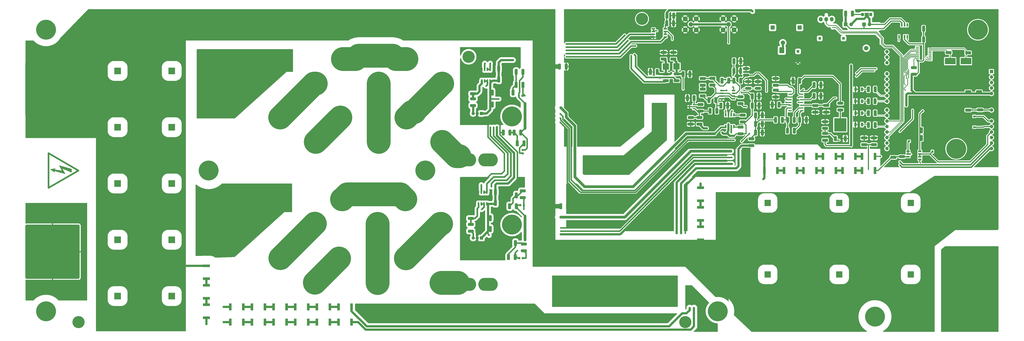
<source format=gbr>
%TF.GenerationSoftware,KiCad,Pcbnew,8.0.8-8.0.8-0~ubuntu22.04.1*%
%TF.CreationDate,2025-02-20T20:21:32-08:00*%
%TF.ProjectId,InverterBoostConverter,496e7665-7274-4657-9242-6f6f7374436f,rev?*%
%TF.SameCoordinates,Original*%
%TF.FileFunction,Copper,L1,Top*%
%TF.FilePolarity,Positive*%
%FSLAX46Y46*%
G04 Gerber Fmt 4.6, Leading zero omitted, Abs format (unit mm)*
G04 Created by KiCad (PCBNEW 8.0.8-8.0.8-0~ubuntu22.04.1) date 2025-02-20 20:21:32*
%MOMM*%
%LPD*%
G01*
G04 APERTURE LIST*
G04 Aperture macros list*
%AMRoundRect*
0 Rectangle with rounded corners*
0 $1 Rounding radius*
0 $2 $3 $4 $5 $6 $7 $8 $9 X,Y pos of 4 corners*
0 Add a 4 corners polygon primitive as box body*
4,1,4,$2,$3,$4,$5,$6,$7,$8,$9,$2,$3,0*
0 Add four circle primitives for the rounded corners*
1,1,$1+$1,$2,$3*
1,1,$1+$1,$4,$5*
1,1,$1+$1,$6,$7*
1,1,$1+$1,$8,$9*
0 Add four rect primitives between the rounded corners*
20,1,$1+$1,$2,$3,$4,$5,0*
20,1,$1+$1,$4,$5,$6,$7,0*
20,1,$1+$1,$6,$7,$8,$9,0*
20,1,$1+$1,$8,$9,$2,$3,0*%
%AMHorizOval*
0 Thick line with rounded ends*
0 $1 width*
0 $2 $3 position (X,Y) of the first rounded end (center of the circle)*
0 $4 $5 position (X,Y) of the second rounded end (center of the circle)*
0 Add line between two ends*
20,1,$1,$2,$3,$4,$5,0*
0 Add two circle primitives to create the rounded ends*
1,1,$1,$2,$3*
1,1,$1,$4,$5*%
%AMFreePoly0*
4,1,6,1.000000,0.000000,0.500000,-0.750000,-0.500000,-0.750000,-0.500000,0.750000,0.500000,0.750000,1.000000,0.000000,1.000000,0.000000,$1*%
%AMFreePoly1*
4,1,7,0.700000,0.000000,1.200000,-0.750000,-1.200000,-0.750000,-0.700000,0.000000,-1.200000,0.750000,1.200000,0.750000,0.700000,0.000000,0.700000,0.000000,$1*%
G04 Aperture macros list end*
%TA.AperFunction,EtchedComponent*%
%ADD10C,0.800000*%
%TD*%
%TA.AperFunction,EtchedComponent*%
%ADD11C,0.200000*%
%TD*%
%TA.AperFunction,ComponentPad*%
%ADD12R,3.150000X3.150000*%
%TD*%
%TA.AperFunction,ComponentPad*%
%ADD13C,3.150000*%
%TD*%
%TA.AperFunction,ComponentPad*%
%ADD14R,3.000000X3.000000*%
%TD*%
%TA.AperFunction,ComponentPad*%
%ADD15C,3.000000*%
%TD*%
%TA.AperFunction,ComponentPad*%
%ADD16R,1.200000X1.200000*%
%TD*%
%TA.AperFunction,ComponentPad*%
%ADD17C,1.200000*%
%TD*%
%TA.AperFunction,SMDPad,CuDef*%
%ADD18RoundRect,0.250000X-0.412500X-1.100000X0.412500X-1.100000X0.412500X1.100000X-0.412500X1.100000X0*%
%TD*%
%TA.AperFunction,SMDPad,CuDef*%
%ADD19R,2.290000X2.720000*%
%TD*%
%TA.AperFunction,ComponentPad*%
%ADD20C,2.050000*%
%TD*%
%TA.AperFunction,ComponentPad*%
%ADD21C,2.250000*%
%TD*%
%TA.AperFunction,SMDPad,CuDef*%
%ADD22R,1.528000X0.650000*%
%TD*%
%TA.AperFunction,SMDPad,CuDef*%
%ADD23RoundRect,0.250000X0.400000X1.075000X-0.400000X1.075000X-0.400000X-1.075000X0.400000X-1.075000X0*%
%TD*%
%TA.AperFunction,SMDPad,CuDef*%
%ADD24R,1.200000X3.300000*%
%TD*%
%TA.AperFunction,SMDPad,CuDef*%
%ADD25R,1.000000X1.750000*%
%TD*%
%TA.AperFunction,SMDPad,CuDef*%
%ADD26RoundRect,0.250000X0.412500X1.100000X-0.412500X1.100000X-0.412500X-1.100000X0.412500X-1.100000X0*%
%TD*%
%TA.AperFunction,SMDPad,CuDef*%
%ADD27R,0.950000X1.000000*%
%TD*%
%TA.AperFunction,ComponentPad*%
%ADD28R,7.005000X7.005000*%
%TD*%
%TA.AperFunction,ComponentPad*%
%ADD29C,7.005000*%
%TD*%
%TA.AperFunction,ComponentPad*%
%ADD30C,9.200000*%
%TD*%
%TA.AperFunction,SMDPad,CuDef*%
%ADD31RoundRect,0.250000X1.100000X-0.412500X1.100000X0.412500X-1.100000X0.412500X-1.100000X-0.412500X0*%
%TD*%
%TA.AperFunction,ComponentPad*%
%ADD32R,1.950000X1.950000*%
%TD*%
%TA.AperFunction,ComponentPad*%
%ADD33C,1.950000*%
%TD*%
%TA.AperFunction,ComponentPad*%
%ADD34R,1.730000X2.030000*%
%TD*%
%TA.AperFunction,ComponentPad*%
%ADD35O,1.730000X2.030000*%
%TD*%
%TA.AperFunction,SMDPad,CuDef*%
%ADD36RoundRect,0.250000X-1.075000X0.400000X-1.075000X-0.400000X1.075000X-0.400000X1.075000X0.400000X0*%
%TD*%
%TA.AperFunction,SMDPad,CuDef*%
%ADD37R,1.000000X0.950000*%
%TD*%
%TA.AperFunction,SMDPad,CuDef*%
%ADD38R,1.397000X2.286000*%
%TD*%
%TA.AperFunction,SMDPad,CuDef*%
%ADD39R,5.690000X6.180000*%
%TD*%
%TA.AperFunction,SMDPad,CuDef*%
%ADD40RoundRect,0.250000X1.075000X-0.400000X1.075000X0.400000X-1.075000X0.400000X-1.075000X-0.400000X0*%
%TD*%
%TA.AperFunction,SMDPad,CuDef*%
%ADD41RoundRect,0.250000X-1.100000X0.412500X-1.100000X-0.412500X1.100000X-0.412500X1.100000X0.412500X0*%
%TD*%
%TA.AperFunction,SMDPad,CuDef*%
%ADD42R,3.000000X3.000000*%
%TD*%
%TA.AperFunction,SMDPad,CuDef*%
%ADD43R,1.475000X0.450000*%
%TD*%
%TA.AperFunction,ComponentPad*%
%ADD44RoundRect,0.500000X12.000000X-12.000000X12.000000X12.000000X-12.000000X12.000000X-12.000000X-12.000000X0*%
%TD*%
%TA.AperFunction,SMDPad,CuDef*%
%ADD45R,1.550000X0.600000*%
%TD*%
%TA.AperFunction,ComponentPad*%
%ADD46RoundRect,0.500000X-12.000000X-12.000000X12.000000X-12.000000X12.000000X12.000000X-12.000000X12.000000X0*%
%TD*%
%TA.AperFunction,SMDPad,CuDef*%
%ADD47R,3.300000X1.200000*%
%TD*%
%TA.AperFunction,ComponentPad*%
%ADD48R,1.600000X1.600000*%
%TD*%
%TA.AperFunction,ComponentPad*%
%ADD49O,1.600000X1.600000*%
%TD*%
%TA.AperFunction,SMDPad,CuDef*%
%ADD50R,1.050000X0.850000*%
%TD*%
%TA.AperFunction,ComponentPad*%
%ADD51C,5.600000*%
%TD*%
%TA.AperFunction,SMDPad,CuDef*%
%ADD52R,0.650000X1.528000*%
%TD*%
%TA.AperFunction,SMDPad,CuDef*%
%ADD53R,0.850000X1.050000*%
%TD*%
%TA.AperFunction,SMDPad,CuDef*%
%ADD54R,1.250000X0.600000*%
%TD*%
%TA.AperFunction,SMDPad,CuDef*%
%ADD55RoundRect,0.250000X-0.400000X-1.075000X0.400000X-1.075000X0.400000X1.075000X-0.400000X1.075000X0*%
%TD*%
%TA.AperFunction,ComponentPad*%
%ADD56R,1.500000X1.500000*%
%TD*%
%TA.AperFunction,ComponentPad*%
%ADD57C,1.500000*%
%TD*%
%TA.AperFunction,ComponentPad*%
%ADD58HorizOval,0.800000X0.000000X0.000000X0.000000X0.000000X0*%
%TD*%
%TA.AperFunction,ComponentPad*%
%ADD59HorizOval,0.800000X0.000000X0.000000X0.000000X0.000000X0*%
%TD*%
%TA.AperFunction,ComponentPad*%
%ADD60C,0.800000*%
%TD*%
%TA.AperFunction,ComponentPad*%
%ADD61O,9.000000X6.000000*%
%TD*%
%TA.AperFunction,SMDPad,CuDef*%
%ADD62FreePoly0,0.000000*%
%TD*%
%TA.AperFunction,SMDPad,CuDef*%
%ADD63FreePoly1,0.000000*%
%TD*%
%TA.AperFunction,SMDPad,CuDef*%
%ADD64FreePoly0,180.000000*%
%TD*%
%TA.AperFunction,ComponentPad*%
%ADD65R,1.700000X1.700000*%
%TD*%
%TA.AperFunction,ComponentPad*%
%ADD66O,1.700000X1.700000*%
%TD*%
%TA.AperFunction,SMDPad,CuDef*%
%ADD67R,4.900000X3.000000*%
%TD*%
%TA.AperFunction,ViaPad*%
%ADD68C,0.600000*%
%TD*%
%TA.AperFunction,ViaPad*%
%ADD69C,0.500000*%
%TD*%
%TA.AperFunction,ViaPad*%
%ADD70C,0.800000*%
%TD*%
%TA.AperFunction,ViaPad*%
%ADD71C,2.000000*%
%TD*%
%TA.AperFunction,ViaPad*%
%ADD72C,1.500000*%
%TD*%
%TA.AperFunction,Conductor*%
%ADD73C,0.200000*%
%TD*%
%TA.AperFunction,Conductor*%
%ADD74C,0.700000*%
%TD*%
%TA.AperFunction,Conductor*%
%ADD75C,0.500000*%
%TD*%
%TA.AperFunction,Conductor*%
%ADD76C,1.300000*%
%TD*%
%TA.AperFunction,Conductor*%
%ADD77C,1.000000*%
%TD*%
%TA.AperFunction,Conductor*%
%ADD78C,0.800000*%
%TD*%
%TA.AperFunction,Conductor*%
%ADD79C,0.600000*%
%TD*%
%TA.AperFunction,Conductor*%
%ADD80C,0.300000*%
%TD*%
%TA.AperFunction,Conductor*%
%ADD81C,2.000000*%
%TD*%
%TA.AperFunction,Conductor*%
%ADD82C,11.000000*%
%TD*%
G04 APERTURE END LIST*
D10*
%TO.C,REF\u002A\u002A*%
X11070000Y-67000000D02*
X24930000Y-75000000D01*
X11070000Y-83000000D02*
X11070000Y-67000000D01*
X11070000Y-83000000D02*
X24930000Y-75000000D01*
D11*
X11305368Y-67873161D02*
X11714632Y-67606839D01*
X11325368Y-82106839D02*
X11734632Y-82373161D01*
X13950000Y-74360000D02*
X13730000Y-75480000D01*
X17340000Y-74900000D02*
X17070000Y-75240000D01*
X17530000Y-74370000D02*
X17340000Y-74900000D01*
X17840000Y-74090000D02*
X17530000Y-74370000D01*
X24060000Y-74740000D02*
X24060000Y-75260000D01*
X21749750Y-74317499D02*
X21749750Y-75873249D01*
X17400000Y-74000000D01*
X18765250Y-76540000D01*
X13558251Y-75111250D01*
X14002750Y-75841500D01*
X12066001Y-74539749D01*
X14352000Y-74063500D01*
X13653500Y-74571500D01*
X17431751Y-75174750D01*
X16130000Y-72730000D01*
X21749750Y-74317499D01*
%TA.AperFunction,EtchedComponent*%
G36*
X21749750Y-74317499D02*
G01*
X21749750Y-75873249D01*
X17400000Y-74000000D01*
X18765250Y-76540000D01*
X13558251Y-75111250D01*
X14002750Y-75841500D01*
X12066001Y-74539749D01*
X14352000Y-74063500D01*
X13653500Y-74571500D01*
X17431751Y-75174750D01*
X16130000Y-72730000D01*
X21749750Y-74317499D01*
G37*
%TD.AperFunction*%
%TD*%
D12*
%TO.P,C56,1,+*%
%TO.N,+VBus_In*%
X68000000Y-55000000D03*
D13*
%TO.P,C56,2,-*%
%TO.N,-VBus_In*%
X68000000Y-45000000D03*
%TD*%
D12*
%TO.P,C54,1,+*%
%TO.N,+VBus_In*%
X68000000Y-29000000D03*
D13*
%TO.P,C54,2,-*%
%TO.N,-VBus_In*%
X68000000Y-19000000D03*
%TD*%
D12*
%TO.P,C51,1,+*%
%TO.N,+VBus_In*%
X68000000Y-81000000D03*
D13*
%TO.P,C51,2,-*%
%TO.N,-VBus_In*%
X68000000Y-71000000D03*
%TD*%
D12*
%TO.P,C50,1,+*%
%TO.N,+VBus_In*%
X43000000Y-107000000D03*
D13*
%TO.P,C50,2,-*%
%TO.N,-VBus_In*%
X43000000Y-97000000D03*
%TD*%
D12*
%TO.P,C44,1,+*%
%TO.N,+VBus_In*%
X68000000Y-133000000D03*
D13*
%TO.P,C44,2,-*%
%TO.N,-VBus_In*%
X68000000Y-123000000D03*
%TD*%
D12*
%TO.P,C53,1,+*%
%TO.N,+VBus_In*%
X43000000Y-55000000D03*
D13*
%TO.P,C53,2,-*%
%TO.N,-VBus_In*%
X43000000Y-45000000D03*
%TD*%
D12*
%TO.P,C52,1,+*%
%TO.N,+VBus_In*%
X43000000Y-81000000D03*
D13*
%TO.P,C52,2,-*%
%TO.N,-VBus_In*%
X43000000Y-71000000D03*
%TD*%
D12*
%TO.P,C55,1,+*%
%TO.N,+VBus_In*%
X43000000Y-29000000D03*
D13*
%TO.P,C55,2,-*%
%TO.N,-VBus_In*%
X43000000Y-19000000D03*
%TD*%
D12*
%TO.P,C46,1,+*%
%TO.N,+VBus_In*%
X68000000Y-107000000D03*
D13*
%TO.P,C46,2,-*%
%TO.N,-VBus_In*%
X68000000Y-97000000D03*
%TD*%
D12*
%TO.P,C45,1,+*%
%TO.N,+VBus_In*%
X43000000Y-133000000D03*
D13*
%TO.P,C45,2,-*%
%TO.N,-VBus_In*%
X43000000Y-123000000D03*
%TD*%
D14*
%TO.P,C39,1,1*%
%TO.N,+VBus_Out*%
X343000000Y-123000000D03*
D15*
%TO.P,C39,2,2*%
%TO.N,-VBus_In*%
X343000000Y-133000000D03*
%TD*%
D14*
%TO.P,C37,1,1*%
%TO.N,+VBus_Out*%
X376000000Y-123000000D03*
D15*
%TO.P,C37,2,2*%
%TO.N,-VBus_In*%
X376000000Y-133000000D03*
%TD*%
D14*
%TO.P,C17,1,1*%
%TO.N,+VBus_Out*%
X409000000Y-123000000D03*
D15*
%TO.P,C17,2,2*%
%TO.N,-VBus_In*%
X409000000Y-133000000D03*
%TD*%
D14*
%TO.P,C14,1,1*%
%TO.N,+VBus_Out*%
X409000000Y-90000000D03*
D15*
%TO.P,C14,2,2*%
%TO.N,-VBus_In*%
X409000000Y-100000000D03*
%TD*%
D14*
%TO.P,C15,1,1*%
%TO.N,+VBus_Out*%
X376000000Y-90000000D03*
D15*
%TO.P,C15,2,2*%
%TO.N,-VBus_In*%
X376000000Y-100000000D03*
%TD*%
D14*
%TO.P,C38,1,1*%
%TO.N,+VBus_Out*%
X343000000Y-90000000D03*
D15*
%TO.P,C38,2,2*%
%TO.N,-VBus_In*%
X343000000Y-100000000D03*
%TD*%
D16*
%TO.P,C3,1,+*%
%TO.N,+12V*%
X357000000Y-20000000D03*
D17*
%TO.P,C3,2,-*%
%TO.N,Phase1_GateGnd*%
X357000000Y-25000000D03*
%TD*%
D16*
%TO.P,C2,1,+*%
%TO.N,+12V*%
X367000000Y-14000000D03*
D17*
%TO.P,C2,2,-*%
%TO.N,Phase1_GateGnd*%
X367000000Y-19000000D03*
%TD*%
D16*
%TO.P,C1,1,+*%
%TO.N,+12V*%
X378000000Y-14000000D03*
D17*
%TO.P,C1,2,-*%
%TO.N,Phase1_GateGnd*%
X378000000Y-19000000D03*
%TD*%
D18*
%TO.P,C24,1*%
%TO.N,+12V*%
X327437500Y-24500000D03*
%TO.P,C24,2*%
%TO.N,Phase1_GateGnd*%
X330562500Y-24500000D03*
%TD*%
D19*
%TO.P,Z1,1,K*%
%TO.N,+12V*%
X349500000Y-19500000D03*
%TO.P,Z1,2,A*%
%TO.N,Phase1_GateGnd*%
X345450000Y-19500000D03*
%TD*%
D20*
%TO.P,J4,1,In*%
%TO.N,VoltageFeedback_Multiboard*%
X325000000Y-7500000D03*
D21*
%TO.P,J4,2,Ext*%
%TO.N,Phase1_GateGnd*%
X322460000Y-4960000D03*
X322460000Y-10040000D03*
X327540000Y-4960000D03*
X327540000Y-10040000D03*
%TD*%
D22*
%TO.P,IC5,1,OUT1*%
%TO.N,Arduino_VOutSense*%
X407789000Y-66095000D03*
%TO.P,IC5,2,IN1-*%
X407789000Y-67365000D03*
%TO.P,IC5,3,IN1+*%
%TO.N,Net-(IC5-IN1+)*%
X407789000Y-68635000D03*
%TO.P,IC5,4,V-*%
%TO.N,Phase1_GateGnd*%
X407789000Y-69905000D03*
%TO.P,IC5,5,IN2+*%
%TO.N,Net-(IC5-IN2+)*%
X413211000Y-69905000D03*
%TO.P,IC5,6,IN2-*%
%TO.N,Arduino_VinSense*%
X413211000Y-68635000D03*
%TO.P,IC5,7,OUT2*%
X413211000Y-67365000D03*
%TO.P,IC5,8,V+*%
%TO.N,+12V*%
X413211000Y-66095000D03*
%TD*%
D23*
%TO.P,R19,1*%
%TO.N,Phase1_GateGnd*%
X360850000Y-51635000D03*
%TO.P,R19,2*%
%TO.N,Net-(IC1-LINEOV)*%
X357750000Y-51635000D03*
%TD*%
D24*
%TO.P,R14,1,1*%
%TO.N,Net-(R14-Pad1)*%
X356500000Y-68500000D03*
%TO.P,R14,2,2*%
%TO.N,Net-(R13-Pad2)*%
X350500000Y-68500000D03*
%TD*%
D25*
%TO.P,LED1,1,K*%
%TO.N,Phase1_GateGnd*%
X383500000Y-53800000D03*
%TO.P,LED1,2,A*%
%TO.N,Net-(LED1-A)*%
X386500000Y-53800000D03*
%TD*%
D26*
%TO.P,C20,1*%
%TO.N,Net-(IC1-REF)*%
X348262500Y-44635000D03*
%TO.P,C20,2*%
%TO.N,Phase1_GateGnd*%
X345137500Y-44635000D03*
%TD*%
D23*
%TO.P,R45,1*%
%TO.N,Net-(C36-Pad1)*%
X225500000Y-39000000D03*
%TO.P,R45,2*%
%TO.N,Phase1_GateGnd*%
X222400000Y-39000000D03*
%TD*%
D27*
%TO.P,FB1,1*%
%TO.N,Phase1_Gate*%
X228400000Y-115500000D03*
%TO.P,FB1,2*%
%TO.N,Net-(Q1-GATE)*%
X230000000Y-115500000D03*
%TD*%
D23*
%TO.P,R55,1*%
%TO.N,Phase1_Gate*%
X227000000Y-91500000D03*
%TO.P,R55,2*%
%TO.N,Net-(C47-Pad1)*%
X223900000Y-91500000D03*
%TD*%
D18*
%TO.P,C75,1*%
%TO.N,+5V*%
X215000000Y-97000000D03*
%TO.P,C75,2*%
%TO.N,Phase1_GateGnd*%
X218125000Y-97000000D03*
%TD*%
D28*
%TO.P,L6,1,1*%
%TO.N,Net-(L4-Pad1)*%
X175795000Y-88295000D03*
D29*
%TO.P,L6,2,2*%
%TO.N,Net-(L6-Pad2)*%
X192295000Y-99635000D03*
%TD*%
D20*
%TO.P,SW1,1,1*%
%TO.N,Net-(A1-~{RESET})*%
X388500000Y-18500000D03*
D21*
%TO.P,SW1,2,2*%
%TO.N,Phase1_GateGnd*%
X385960000Y-15960000D03*
X385960000Y-21040000D03*
X391040000Y-15960000D03*
X391040000Y-21040000D03*
%TD*%
D18*
%TO.P,C57,1*%
%TO.N,+12V*%
X296500000Y-3500000D03*
%TO.P,C57,2*%
%TO.N,Phase1_GateGnd*%
X299625000Y-3500000D03*
%TD*%
D24*
%TO.P,R74,1,1*%
%TO.N,Net-(R73-Pad1)*%
X359500000Y-75000000D03*
%TO.P,R74,2,2*%
%TO.N,Net-(R74-Pad2)*%
X365500000Y-75000000D03*
%TD*%
%TO.P,R15,1,1*%
%TO.N,Net-(R14-Pad1)*%
X359500000Y-68500000D03*
%TO.P,R15,2,2*%
%TO.N,Net-(R15-Pad2)*%
X365500000Y-68500000D03*
%TD*%
D28*
%TO.P,L3,1,1*%
%TO.N,Net-(L1-Pad2)*%
X117500000Y-115500000D03*
D29*
%TO.P,L3,2,2*%
%TO.N,Net-(L3-Pad2)*%
X134000000Y-126840000D03*
%TD*%
D20*
%TO.P,J3,1,In*%
%TO.N,VoltageFeedback_Multiboard*%
X307500000Y-7500000D03*
D21*
%TO.P,J3,2,Ext*%
%TO.N,Phase1_GateGnd*%
X304960000Y-4960000D03*
X304960000Y-10040000D03*
X310040000Y-4960000D03*
X310040000Y-10040000D03*
%TD*%
D30*
%TO.P,REF\u002A\u002A,1*%
%TO.N,N/C*%
X10000000Y-10000000D03*
%TD*%
D24*
%TO.P,R5,1,1*%
%TO.N,Net-(R4-Pad1)*%
X135000000Y-145000000D03*
%TO.P,R5,2,2*%
%TO.N,Net-(R5-Pad2)*%
X141000000Y-145000000D03*
%TD*%
D31*
%TO.P,C68,1*%
%TO.N,Net-(IC6-OSC2)*%
X426500000Y-20562500D03*
%TO.P,C68,2*%
%TO.N,Phase1_GateGnd*%
X426500000Y-17437500D03*
%TD*%
D32*
%TO.P,J2,1,1*%
%TO.N,+12V*%
X357760000Y-9000000D03*
D33*
%TO.P,J2,2,2*%
%TO.N,Phase1_GateGnd*%
X352760000Y-9000000D03*
%TD*%
D31*
%TO.P,C28,1*%
%TO.N,Phase1_GateGnd*%
X307512500Y-53625000D03*
%TO.P,C28,2*%
%TO.N,V_Ref*%
X307512500Y-50500000D03*
%TD*%
D34*
%TO.P,M1,1,-*%
%TO.N,Phase1_GateGnd*%
X364960000Y-5200000D03*
D35*
%TO.P,M1,2,+*%
%TO.N,+12V*%
X367500000Y-5200000D03*
%TO.P,M1,3,Tacho*%
%TO.N,FanTach*%
X370040000Y-5200000D03*
%TO.P,M1,4,PWM*%
%TO.N,FanPWM*%
X372580000Y-5200000D03*
%TD*%
D36*
%TO.P,R32,1*%
%TO.N,Phase1_GateGnd*%
X334000000Y-33950000D03*
%TO.P,R32,2*%
%TO.N,Net-(IC2-IN1-)*%
X334000000Y-37050000D03*
%TD*%
D37*
%TO.P,FB4,1*%
%TO.N,Phase2_Gate*%
X230000000Y-65500000D03*
%TO.P,FB4,2*%
%TO.N,Net-(Q5-GATE)*%
X230000000Y-67100000D03*
%TD*%
D18*
%TO.P,C34,1*%
%TO.N,+12V*%
X335875000Y-45000000D03*
%TO.P,C34,2*%
%TO.N,Phase1_GateGnd*%
X339000000Y-45000000D03*
%TD*%
D28*
%TO.P,L10,1,1*%
%TO.N,Net-(L10-Pad1)*%
X176295000Y-50500000D03*
D29*
%TO.P,L10,2,2*%
%TO.N,Net-(U1-IP+)*%
X192795000Y-61840000D03*
%TD*%
D24*
%TO.P,R68,1,1*%
%TO.N,Net-(R68-Pad1)*%
X131000000Y-138000000D03*
%TO.P,R68,2,2*%
%TO.N,Net-(R67-Pad2)*%
X125000000Y-138000000D03*
%TD*%
D18*
%TO.P,C79,1*%
%TO.N,+5V*%
X218875000Y-28000000D03*
%TO.P,C79,2*%
%TO.N,Phase1_GateGnd*%
X222000000Y-28000000D03*
%TD*%
D38*
%TO.P,Q3,1,G*%
%TO.N,RegulatorEnable_L*%
X374214000Y-60291000D03*
%TO.P,Q3,2,S*%
%TO.N,Phase1_GateGnd*%
X378786000Y-60291000D03*
D39*
%TO.P,Q3,3,D*%
%TO.N,Net-(Q3-D)*%
X376500000Y-53892000D03*
%TD*%
D25*
%TO.P,LED2,1,K*%
%TO.N,Phase1_GateGnd*%
X383550000Y-48500000D03*
%TO.P,LED2,2,A*%
%TO.N,Net-(LED2-A)*%
X386550000Y-48500000D03*
%TD*%
D40*
%TO.P,R43,1*%
%TO.N,Ph2_CurrentSense*%
X296000000Y-33550000D03*
%TO.P,R43,2*%
%TO.N,Net-(IC1-CS2)*%
X296000000Y-30450000D03*
%TD*%
D28*
%TO.P,L1,1,1*%
%TO.N,+VBus_In*%
X117545000Y-88250000D03*
D29*
%TO.P,L1,2,2*%
%TO.N,Net-(L1-Pad2)*%
X134045000Y-99590000D03*
%TD*%
D24*
%TO.P,R65,1,1*%
%TO.N,+VBus_In*%
X95000000Y-138000000D03*
%TO.P,R65,2,2*%
%TO.N,Net-(R65-Pad2)*%
X101000000Y-138000000D03*
%TD*%
%TO.P,R1,1,1*%
%TO.N,+VBus_In*%
X95000000Y-145000000D03*
%TO.P,R1,2,2*%
%TO.N,Net-(R1-Pad2)*%
X101000000Y-145000000D03*
%TD*%
D41*
%TO.P,C47,1*%
%TO.N,Net-(C47-Pad1)*%
X230000000Y-84375000D03*
%TO.P,C47,2*%
%TO.N,Net-(Q4-GATE)*%
X230000000Y-87500000D03*
%TD*%
D23*
%TO.P,R63,1*%
%TO.N,StatusLED_1*%
X392600000Y-48500000D03*
%TO.P,R63,2*%
%TO.N,Net-(LED2-A)*%
X389500000Y-48500000D03*
%TD*%
D42*
%TO.P,TP1,1,1*%
%TO.N,Net-(IC1-CS1)*%
X300950000Y-26950000D03*
%TD*%
D30*
%TO.P,,1*%
%TO.N,N/C*%
X392500000Y-142500000D03*
%TD*%
D28*
%TO.P,L4,1,1*%
%TO.N,Net-(L4-Pad1)*%
X146545000Y-88295000D03*
D29*
%TO.P,L4,2,2*%
%TO.N,Net-(L4-Pad2)*%
X163045000Y-99635000D03*
%TD*%
D23*
%TO.P,R34,1*%
%TO.N,VoltageFeedback_Multiboard*%
X330550000Y-33500000D03*
%TO.P,R34,2*%
%TO.N,Net-(IC2-OUT2)*%
X327450000Y-33500000D03*
%TD*%
D43*
%TO.P,IC6,1,TXCAN*%
%TO.N,Net-(IC6-TXCAN)*%
X417938000Y-23925000D03*
%TO.P,IC6,2,RXCAN*%
%TO.N,Net-(IC6-RXCAN)*%
X417938000Y-23275000D03*
%TO.P,IC6,3,CLKOUT/SOF*%
%TO.N,unconnected-(IC6-CLKOUT{slash}SOF-Pad3)*%
X417938000Y-22625000D03*
%TO.P,IC6,4,~{TX0RTS}*%
%TO.N,unconnected-(IC6-~{TX0RTS}-Pad4)*%
X417938000Y-21975000D03*
%TO.P,IC6,5,~{TX1RTS}*%
%TO.N,unconnected-(IC6-~{TX1RTS}-Pad5)*%
X417938000Y-21325000D03*
%TO.P,IC6,6,NC_1*%
%TO.N,unconnected-(IC6-NC_1-Pad6)*%
X417938000Y-20675000D03*
%TO.P,IC6,7,~{TX2RTS}*%
%TO.N,unconnected-(IC6-~{TX2RTS}-Pad7)*%
X417938000Y-20025000D03*
%TO.P,IC6,8,OSC2*%
%TO.N,Net-(IC6-OSC2)*%
X417938000Y-19375000D03*
%TO.P,IC6,9,OSC1*%
%TO.N,Net-(IC6-OSC1)*%
X417938000Y-18725000D03*
%TO.P,IC6,10,VSS*%
%TO.N,Phase1_GateGnd*%
X417938000Y-18075000D03*
%TO.P,IC6,11,~{RX1BF}*%
%TO.N,unconnected-(IC6-~{RX1BF}-Pad11)*%
X412062000Y-18075000D03*
%TO.P,IC6,12,~{RX0BF}*%
%TO.N,unconnected-(IC6-~{RX0BF}-Pad12)*%
X412062000Y-18725000D03*
%TO.P,IC6,13,~{INT}*%
%TO.N,CAN_INT*%
X412062000Y-19375000D03*
%TO.P,IC6,14,SCK*%
%TO.N,CAN_SCK*%
X412062000Y-20025000D03*
%TO.P,IC6,15,NC_2*%
%TO.N,unconnected-(IC6-NC_2-Pad15)*%
X412062000Y-20675000D03*
%TO.P,IC6,16,SI*%
%TO.N,CAN_SI*%
X412062000Y-21325000D03*
%TO.P,IC6,17,SO*%
%TO.N,CAN_SO*%
X412062000Y-21975000D03*
%TO.P,IC6,18,~{CS}*%
%TO.N,CAN_CS*%
X412062000Y-22625000D03*
%TO.P,IC6,19,~{RESET}*%
%TO.N,Net-(IC6-~{RESET})*%
X412062000Y-23275000D03*
%TO.P,IC6,20,VDD*%
%TO.N,+5V*%
X412062000Y-23925000D03*
%TD*%
D18*
%TO.P,C76,1*%
%TO.N,+5V*%
X215875000Y-39000000D03*
%TO.P,C76,2*%
%TO.N,Phase1_GateGnd*%
X219000000Y-39000000D03*
%TD*%
D23*
%TO.P,R30,1*%
%TO.N,Net-(IC2-IN1+)*%
X319550000Y-47500000D03*
%TO.P,R30,2*%
%TO.N,V_Ref*%
X316450000Y-47500000D03*
%TD*%
D36*
%TO.P,R80,1*%
%TO.N,Phase1_GateGnd*%
X369500000Y-52450000D03*
%TO.P,R80,2*%
%TO.N,RegulatorEnable_L*%
X369500000Y-55550000D03*
%TD*%
D23*
%TO.P,R51,1*%
%TO.N,Phase1_Gate*%
X226500000Y-115000000D03*
%TO.P,R51,2*%
%TO.N,Net-(C35-Pad1)*%
X223400000Y-115000000D03*
%TD*%
D27*
%TO.P,FB2,1*%
%TO.N,Phase2_Gate*%
X228200000Y-40500000D03*
%TO.P,FB2,2*%
%TO.N,Net-(Q2-GATE)*%
X229800000Y-40500000D03*
%TD*%
D26*
%TO.P,C32,1*%
%TO.N,Net-(IC1-CS2)*%
X292000000Y-29500000D03*
%TO.P,C32,2*%
%TO.N,Phase1_GateGnd*%
X288875000Y-29500000D03*
%TD*%
D18*
%TO.P,C73,1*%
%TO.N,+5V*%
X215000000Y-102000000D03*
%TO.P,C73,2*%
%TO.N,Phase1_GateGnd*%
X218125000Y-102000000D03*
%TD*%
D30*
%TO.P,,1*%
%TO.N,N/C*%
X225000000Y-100000000D03*
%TD*%
D22*
%TO.P,IC4,1,OUT1*%
%TO.N,Arduino_Ph2CM*%
X290289000Y-9595000D03*
%TO.P,IC4,2,IN1-*%
X290289000Y-10865000D03*
%TO.P,IC4,3,IN1+*%
%TO.N,Arduino_Ph2Curr*%
X290289000Y-12135000D03*
%TO.P,IC4,4,V-*%
%TO.N,Phase1_GateGnd*%
X290289000Y-13405000D03*
%TO.P,IC4,5,IN2+*%
%TO.N,Arduino_Ph1Curr*%
X295711000Y-13405000D03*
%TO.P,IC4,6,IN2-*%
%TO.N,Arduino_Ph1CM*%
X295711000Y-12135000D03*
%TO.P,IC4,7,OUT2*%
X295711000Y-10865000D03*
%TO.P,IC4,8,V+*%
%TO.N,+12V*%
X295711000Y-9595000D03*
%TD*%
D42*
%TO.P,TP2,1,1*%
%TO.N,Net-(IC1-CS2)*%
X296000000Y-27000000D03*
%TD*%
D44*
%TO.P,J9,1*%
%TO.N,+VBus_Out*%
X437000000Y-130000000D03*
%TD*%
D30*
%TO.P,,1*%
%TO.N,N/C*%
X440000000Y-10000000D03*
%TD*%
D24*
%TO.P,R66,1,1*%
%TO.N,Net-(R66-Pad1)*%
X111000000Y-138000000D03*
%TO.P,R66,2,2*%
%TO.N,Net-(R65-Pad2)*%
X105000000Y-138000000D03*
%TD*%
D45*
%TO.P,IC1,1,LINEOV*%
%TO.N,Net-(IC1-LINEOV)*%
X358700000Y-47445000D03*
%TO.P,IC1,2,LINEHYS*%
%TO.N,Net-(IC1-LINEHYS)*%
X358700000Y-46175000D03*
%TO.P,IC1,3,VDD*%
%TO.N,+12V*%
X358700000Y-44905000D03*
%TO.P,IC1,4,CS1*%
%TO.N,Net-(IC1-CS1)*%
X358700000Y-43635000D03*
%TO.P,IC1,5,SLOPE*%
%TO.N,Net-(IC1-SLOPE)*%
X358700000Y-42365000D03*
%TO.P,IC1,6,CS2*%
%TO.N,Net-(IC1-CS2)*%
X358700000Y-41095000D03*
%TO.P,IC1,7,SS*%
%TO.N,Net-(IC1-SS)*%
X358700000Y-39825000D03*
%TO.P,IC1,8,CTRL*%
%TO.N,VoltageFeedback_Multiboard*%
X358700000Y-38555000D03*
%TO.P,IC1,9,DISCHG*%
%TO.N,Net-(IC1-DISCHG)*%
X353300000Y-38555000D03*
%TO.P,IC1,10,CHG*%
%TO.N,Net-(IC1-CHG)*%
X353300000Y-39825000D03*
%TO.P,IC1,11,GND*%
%TO.N,Phase1_GateGnd*%
X353300000Y-41095000D03*
%TO.P,IC1,12,OUT2*%
%TO.N,Phase2_PWM*%
X353300000Y-42365000D03*
%TO.P,IC1,13,OUT1*%
%TO.N,Phase1_PWM*%
X353300000Y-43635000D03*
%TO.P,IC1,14,REF*%
%TO.N,Net-(IC1-REF)*%
X353300000Y-44905000D03*
%TO.P,IC1,15,LINEUV*%
%TO.N,Net-(IC1-LINEUV)*%
X353300000Y-46175000D03*
%TO.P,IC1,16,NC*%
%TO.N,unconnected-(IC1-NC-Pad16)*%
X353300000Y-47445000D03*
%TD*%
D18*
%TO.P,C23,1*%
%TO.N,+12V*%
X327375000Y-29000000D03*
%TO.P,C23,2*%
%TO.N,Phase1_GateGnd*%
X330500000Y-29000000D03*
%TD*%
D30*
%TO.P,REF\u002A\u002A,1*%
%TO.N,N/C*%
X85000000Y-75000000D03*
%TD*%
D24*
%TO.P,R75,1,1*%
%TO.N,Net-(R75-Pad1)*%
X374500000Y-75000000D03*
%TO.P,R75,2,2*%
%TO.N,Net-(R74-Pad2)*%
X368500000Y-75000000D03*
%TD*%
D18*
%TO.P,C74,1*%
%TO.N,+5V*%
X217375000Y-85000000D03*
%TO.P,C74,2*%
%TO.N,Phase1_GateGnd*%
X220500000Y-85000000D03*
%TD*%
D23*
%TO.P,R20,1*%
%TO.N,Net-(IC1-LINEOV)*%
X355250000Y-56635000D03*
%TO.P,R20,2*%
%TO.N,Net-(IC1-LINEUV)*%
X352150000Y-56635000D03*
%TD*%
D36*
%TO.P,R29,1*%
%TO.N,Net-(U2-REF)*%
X312012500Y-44512500D03*
%TO.P,R29,2*%
%TO.N,V_Ref*%
X312012500Y-47612500D03*
%TD*%
D23*
%TO.P,R40,1*%
%TO.N,Phase2_Gate*%
X230050000Y-29500000D03*
%TO.P,R40,2*%
%TO.N,Net-(C36-Pad1)*%
X226950000Y-29500000D03*
%TD*%
D24*
%TO.P,R16,1,1*%
%TO.N,Net-(R16-Pad1)*%
X374500000Y-68500000D03*
%TO.P,R16,2,2*%
%TO.N,Net-(R15-Pad2)*%
X368500000Y-68500000D03*
%TD*%
D18*
%TO.P,C77,1*%
%TO.N,Net-(C77-Pad1)*%
X227437500Y-62500000D03*
%TO.P,C77,2*%
%TO.N,Net-(Q5-GATE)*%
X230562500Y-62500000D03*
%TD*%
D46*
%TO.P,J8,1*%
%TO.N,-VBus_In*%
X13000000Y-37500000D03*
%TD*%
D24*
%TO.P,R6,1,1*%
%TO.N,+VBus_In_Sense*%
X151000000Y-145000000D03*
%TO.P,R6,2,2*%
%TO.N,Net-(R5-Pad2)*%
X145000000Y-145000000D03*
%TD*%
%TO.P,R13,1,1*%
%TO.N,+VBus_Out*%
X341500000Y-68500000D03*
%TO.P,R13,2,2*%
%TO.N,Net-(R13-Pad2)*%
X347500000Y-68500000D03*
%TD*%
D26*
%TO.P,C22,1*%
%TO.N,Net-(IC1-SS)*%
X357762500Y-33635000D03*
%TO.P,C22,2*%
%TO.N,Phase1_GateGnd*%
X354637500Y-33635000D03*
%TD*%
D36*
%TO.P,R48,1*%
%TO.N,RegulatorEnable_L*%
X369500000Y-57900000D03*
%TO.P,R48,2*%
%TO.N,+12V*%
X369500000Y-61000000D03*
%TD*%
D41*
%TO.P,C18,1*%
%TO.N,+12V*%
X365000000Y-45000000D03*
%TO.P,C18,2*%
%TO.N,Phase1_GateGnd*%
X365000000Y-48125000D03*
%TD*%
D40*
%TO.P,R41,1*%
%TO.N,Ph1_CurrentSense*%
X301000000Y-33500000D03*
%TO.P,R41,2*%
%TO.N,Net-(IC1-CS1)*%
X301000000Y-30400000D03*
%TD*%
D47*
%TO.P,R12,1,1*%
%TO.N,Net-(R11-Pad1)*%
X312000000Y-101000000D03*
%TO.P,R12,2,2*%
%TO.N,-VBus_In*%
X312000000Y-107000000D03*
%TD*%
D18*
%TO.P,C21,1*%
%TO.N,VoltageFeedback_Multiboard*%
X364437500Y-35562500D03*
%TO.P,C21,2*%
%TO.N,Phase1_GateGnd*%
X367562500Y-35562500D03*
%TD*%
D36*
%TO.P,R33,1*%
%TO.N,Net-(IC2-IN1-)*%
X330500000Y-41000000D03*
%TO.P,R33,2*%
%TO.N,+VBus_Out_Sense*%
X330500000Y-44100000D03*
%TD*%
D47*
%TO.P,R9,1,1*%
%TO.N,Net-(R8-Pad1)*%
X84000000Y-125000000D03*
%TO.P,R9,2,2*%
%TO.N,-VBus_In*%
X84000000Y-119000000D03*
%TD*%
D24*
%TO.P,R72,1,1*%
%TO.N,+VBus_Out*%
X341500000Y-75000000D03*
%TO.P,R72,2,2*%
%TO.N,Net-(R72-Pad2)*%
X347500000Y-75000000D03*
%TD*%
D48*
%TO.P,A1,1,NC*%
%TO.N,unconnected-(A1-NC-Pad1)*%
X446260000Y-29325000D03*
D49*
%TO.P,A1,2,IOREF*%
%TO.N,unconnected-(A1-IOREF-Pad2)*%
X446260000Y-31865000D03*
%TO.P,A1,3,~{RESET}*%
%TO.N,Net-(A1-~{RESET})*%
X446260000Y-34405000D03*
%TO.P,A1,4,3V3*%
%TO.N,unconnected-(A1-3V3-Pad4)*%
X446260000Y-36945000D03*
%TO.P,A1,5,+5V*%
%TO.N,+5V*%
X446260000Y-39485000D03*
%TO.P,A1,6,GND*%
%TO.N,Phase1_GateGnd*%
X446260000Y-42025000D03*
%TO.P,A1,7,GND*%
X446260000Y-44565000D03*
%TO.P,A1,8,VIN*%
%TO.N,+12V*%
X446260000Y-47105000D03*
%TO.P,A1,9,A0*%
%TO.N,Arduino_Ph1CM*%
X446260000Y-52185000D03*
%TO.P,A1,10,A1*%
%TO.N,Arduino_Ph2CM*%
X446260000Y-54725000D03*
%TO.P,A1,11,A2*%
%TO.N,Arduino_VinSense*%
X446260000Y-57265000D03*
%TO.P,A1,12,A3*%
%TO.N,Arduino_VOutSense*%
X446260000Y-59805000D03*
%TO.P,A1,13,SDA/A4*%
%TO.N,Arduino_Temp1*%
X446260000Y-62345000D03*
%TO.P,A1,14,SCL/A5*%
%TO.N,Arduino_Temp2*%
X446260000Y-64885000D03*
%TO.P,A1,15,D0/RX*%
%TO.N,unconnected-(A1-D0{slash}RX-Pad15)*%
X398000000Y-64885000D03*
%TO.P,A1,16,D1/TX*%
%TO.N,unconnected-(A1-D1{slash}TX-Pad16)*%
X398000000Y-62345000D03*
%TO.P,A1,17,D2*%
%TO.N,CAN_INT*%
X398000000Y-59805000D03*
%TO.P,A1,18,D3*%
%TO.N,FanTach*%
X398000000Y-57265000D03*
%TO.P,A1,19,D4*%
%TO.N,StatusLED_0*%
X398000000Y-54725000D03*
%TO.P,A1,20,D5*%
%TO.N,FanPWM*%
X398000000Y-52185000D03*
%TO.P,A1,21,D6*%
%TO.N,StatusLED_1*%
X398000000Y-49645000D03*
%TO.P,A1,22,D7*%
%TO.N,RegulatorEnable_L*%
X398000000Y-47105000D03*
%TO.P,A1,23,D8*%
%TO.N,StatusLED_2*%
X398000000Y-43045000D03*
%TO.P,A1,24,D9*%
%TO.N,StatusLED_3*%
X398000000Y-40505000D03*
%TO.P,A1,25,D10*%
%TO.N,CAN_CS*%
X398000000Y-37965000D03*
%TO.P,A1,26,D11*%
%TO.N,CAN_SI*%
X398000000Y-35425000D03*
%TO.P,A1,27,D12*%
%TO.N,CAN_SO*%
X398000000Y-32885000D03*
%TO.P,A1,28,D13*%
%TO.N,CAN_SCK*%
X398000000Y-30345000D03*
%TO.P,A1,29,GND*%
%TO.N,Phase1_GateGnd*%
X398000000Y-27805000D03*
%TO.P,A1,30,AREF*%
%TO.N,unconnected-(A1-AREF-Pad30)*%
X398000000Y-25265000D03*
%TO.P,A1,31,SDA/A4*%
%TO.N,unconnected-(A1-SDA{slash}A4-Pad31)*%
X398000000Y-22725000D03*
%TO.P,A1,32,SCL/A5*%
%TO.N,unconnected-(A1-SCL{slash}A5-Pad32)*%
X398000000Y-20185000D03*
%TD*%
D50*
%TO.P,Z5,1,K*%
%TO.N,Arduino_Ph1CM*%
X438300000Y-50000000D03*
%TO.P,Z5,2,A*%
%TO.N,Phase1_GateGnd*%
X434700000Y-50000000D03*
%TD*%
%TO.P,Z3,1,K*%
%TO.N,Arduino_VOutSense*%
X408200000Y-61500000D03*
%TO.P,Z3,2,A*%
%TO.N,Phase1_GateGnd*%
X411800000Y-61500000D03*
%TD*%
D31*
%TO.P,C71,1*%
%TO.N,Net-(IC8-IN1+)*%
X206000000Y-97125000D03*
%TO.P,C71,2*%
%TO.N,Phase1_GateGnd*%
X206000000Y-94000000D03*
%TD*%
D18*
%TO.P,C63,1*%
%TO.N,+12V*%
X413937500Y-56500000D03*
%TO.P,C63,2*%
%TO.N,Phase1_GateGnd*%
X417062500Y-56500000D03*
%TD*%
D23*
%TO.P,R38,1*%
%TO.N,Phase1_GateGnd*%
X340500000Y-57500000D03*
%TO.P,R38,2*%
%TO.N,Net-(C30-Pad1)*%
X337400000Y-57500000D03*
%TD*%
D41*
%TO.P,C35,1*%
%TO.N,Net-(C35-Pad1)*%
X230500000Y-109000000D03*
%TO.P,C35,2*%
%TO.N,Net-(Q1-GATE)*%
X230500000Y-112125000D03*
%TD*%
D47*
%TO.P,R8,1,1*%
%TO.N,Net-(R8-Pad1)*%
X84000000Y-128000000D03*
%TO.P,R8,2,2*%
%TO.N,Net-(R7-Pad2)*%
X84000000Y-134000000D03*
%TD*%
D51*
%TO.P,,1*%
%TO.N,N/C*%
X305000000Y-145000000D03*
%TD*%
D24*
%TO.P,R67,1,1*%
%TO.N,Net-(R66-Pad1)*%
X115000000Y-138000000D03*
%TO.P,R67,2,2*%
%TO.N,Net-(R67-Pad2)*%
X121000000Y-138000000D03*
%TD*%
D46*
%TO.P,J7,1*%
%TO.N,+VBus_In*%
X13000000Y-112500000D03*
%TD*%
D40*
%TO.P,R78,1*%
%TO.N,Net-(IC5-IN1+)*%
X405000000Y-68600000D03*
%TO.P,R78,2*%
%TO.N,Phase1_GateGnd*%
X405000000Y-65500000D03*
%TD*%
D31*
%TO.P,C59,1*%
%TO.N,+12V*%
X435500000Y-47125000D03*
%TO.P,C59,2*%
%TO.N,Phase1_GateGnd*%
X435500000Y-44000000D03*
%TD*%
D44*
%TO.P,J10,1*%
%TO.N,-VBus_In*%
X437000000Y-90000000D03*
%TD*%
D36*
%TO.P,R31,1*%
%TO.N,Phase1_GateGnd*%
X338500000Y-33950000D03*
%TO.P,R31,2*%
%TO.N,Net-(IC2-IN1-)*%
X338500000Y-37050000D03*
%TD*%
D26*
%TO.P,C29,1*%
%TO.N,Phase1_GateGnd*%
X324562500Y-45000000D03*
%TO.P,C29,2*%
%TO.N,Net-(IC2-IN1+)*%
X321437500Y-45000000D03*
%TD*%
D40*
%TO.P,R23,1*%
%TO.N,Net-(IC1-CHG)*%
X346700000Y-35635000D03*
%TO.P,R23,2*%
%TO.N,Phase1_GateGnd*%
X346700000Y-32535000D03*
%TD*%
D52*
%TO.P,IC3,1,ENBA*%
%TO.N,Net-(IC3-ENBA)*%
X327405000Y-49289000D03*
%TO.P,IC3,2,INA*%
%TO.N,Phase1_PWM*%
X326135000Y-49289000D03*
%TO.P,IC3,3,GND*%
%TO.N,Phase1_GateGnd*%
X324865000Y-49289000D03*
%TO.P,IC3,4,INB*%
%TO.N,Phase2_PWM*%
X323595000Y-49289000D03*
%TO.P,IC3,5,OUTB*%
%TO.N,Phase2_Gate*%
X323595000Y-54711000D03*
%TO.P,IC3,6,VDD*%
%TO.N,+12V*%
X324865000Y-54711000D03*
%TO.P,IC3,7,OUTA*%
%TO.N,Phase1_Gate*%
X326135000Y-54711000D03*
%TO.P,IC3,8,ENBB*%
%TO.N,Net-(IC3-ENBB)*%
X327405000Y-54711000D03*
%TD*%
D24*
%TO.P,R70,1,1*%
%TO.N,Net-(IC5-IN2+)*%
X151000000Y-138000000D03*
%TO.P,R70,2,2*%
%TO.N,Net-(R69-Pad2)*%
X145000000Y-138000000D03*
%TD*%
D23*
%TO.P,R21,1*%
%TO.N,Net-(IC1-LINEUV)*%
X349750000Y-51635000D03*
%TO.P,R21,2*%
%TO.N,Net-(C30-Pad1)*%
X346650000Y-51635000D03*
%TD*%
D47*
%TO.P,R10,1,1*%
%TO.N,+VBus_Out*%
X312000000Y-83000000D03*
%TO.P,R10,2,2*%
%TO.N,Net-(R10-Pad2)*%
X312000000Y-89000000D03*
%TD*%
%TO.P,R11,1,1*%
%TO.N,Net-(R11-Pad1)*%
X312000000Y-98000000D03*
%TO.P,R11,2,2*%
%TO.N,Net-(R10-Pad2)*%
X312000000Y-92000000D03*
%TD*%
D52*
%TO.P,IC7,1,TXD*%
%TO.N,Net-(IC6-TXCAN)*%
X403595000Y-13211000D03*
%TO.P,IC7,2,GND*%
%TO.N,Phase1_GateGnd*%
X404865000Y-13211000D03*
%TO.P,IC7,3,VCC*%
%TO.N,+5V*%
X406135000Y-13211000D03*
%TO.P,IC7,4,RXD*%
%TO.N,Net-(IC6-RXCAN)*%
X407405000Y-13211000D03*
%TO.P,IC7,5,VREF*%
%TO.N,unconnected-(IC7-VREF-Pad5)*%
X407405000Y-7789000D03*
%TO.P,IC7,6,CANL*%
%TO.N,CanL_External*%
X406135000Y-7789000D03*
%TO.P,IC7,7,CANH*%
%TO.N,CanH_External*%
X404865000Y-7789000D03*
%TO.P,IC7,8,S*%
%TO.N,Phase1_GateGnd*%
X403595000Y-7789000D03*
%TD*%
D53*
%TO.P,Z4,1,K*%
%TO.N,Arduino_VinSense*%
X419000000Y-66300000D03*
%TO.P,Z4,2,A*%
%TO.N,Phase1_GateGnd*%
X419000000Y-62700000D03*
%TD*%
D23*
%TO.P,R46,1*%
%TO.N,Phase2_Gate*%
X229050000Y-57500000D03*
%TO.P,R46,2*%
%TO.N,Net-(C77-Pad1)*%
X225950000Y-57500000D03*
%TD*%
D30*
%TO.P,REF\u002A\u002A,1*%
%TO.N,N/C*%
X10000000Y-140000000D03*
%TD*%
D23*
%TO.P,R62,1*%
%TO.N,StatusLED_0*%
X392600000Y-54000000D03*
%TO.P,R62,2*%
%TO.N,Net-(LED1-A)*%
X389500000Y-54000000D03*
%TD*%
D24*
%TO.P,R3,1,1*%
%TO.N,Net-(R2-Pad1)*%
X115000000Y-145000000D03*
%TO.P,R3,2,2*%
%TO.N,Net-(R3-Pad2)*%
X121000000Y-145000000D03*
%TD*%
D31*
%TO.P,C62,1*%
%TO.N,+5V*%
X435500000Y-38625000D03*
%TO.P,C62,2*%
%TO.N,Phase1_GateGnd*%
X435500000Y-35500000D03*
%TD*%
D18*
%TO.P,C31,1*%
%TO.N,Net-(IC1-CS1)*%
X303937500Y-30500000D03*
%TO.P,C31,2*%
%TO.N,Phase1_GateGnd*%
X307062500Y-30500000D03*
%TD*%
D31*
%TO.P,C78,1*%
%TO.N,Net-(IC9-IN1+)*%
X207000000Y-39562500D03*
%TO.P,C78,2*%
%TO.N,Phase1_GateGnd*%
X207000000Y-36437500D03*
%TD*%
D41*
%TO.P,C25,1*%
%TO.N,Net-(IC2-OUT2)*%
X317500000Y-32437500D03*
%TO.P,C25,2*%
%TO.N,Net-(IC2-IN1-)*%
X317500000Y-35562500D03*
%TD*%
D54*
%TO.P,U2,1,CATHODE*%
%TO.N,V_Ref*%
X309062500Y-46512500D03*
%TO.P,U2,2,REF*%
%TO.N,Net-(U2-REF)*%
X309062500Y-44612500D03*
%TO.P,U2,3,ANODE*%
%TO.N,Phase1_GateGnd*%
X306962500Y-45562500D03*
%TD*%
D55*
%TO.P,R58,1*%
%TO.N,-VBus_In*%
X247500000Y-91500000D03*
%TO.P,R58,2*%
%TO.N,Phase1_GateGnd*%
X250600000Y-91500000D03*
%TD*%
D52*
%TO.P,IC9,1,OUT1*%
%TO.N,Ph2_CurrentSense*%
X214905000Y-28289000D03*
%TO.P,IC9,2,IN1-*%
X213635000Y-28289000D03*
%TO.P,IC9,3,IN1+*%
%TO.N,Net-(IC9-IN1+)*%
X212365000Y-28289000D03*
%TO.P,IC9,4,V-*%
%TO.N,Phase1_GateGnd*%
X211095000Y-28289000D03*
%TO.P,IC9,5,IN2+*%
%TO.N,Net-(IC9-IN1+)*%
X211095000Y-33711000D03*
%TO.P,IC9,6,IN2-*%
%TO.N,Arduino_Ph2Curr*%
X212365000Y-33711000D03*
%TO.P,IC9,7,OUT2*%
X213635000Y-33711000D03*
%TO.P,IC9,8,V+*%
%TO.N,+5V*%
X214905000Y-33711000D03*
%TD*%
D50*
%TO.P,Z2,1,K*%
%TO.N,Arduino_Ph2CM*%
X438300000Y-55000000D03*
%TO.P,Z2,2,A*%
%TO.N,Phase1_GateGnd*%
X434700000Y-55000000D03*
%TD*%
D28*
%TO.P,L7,1,1*%
%TO.N,Net-(L6-Pad2)*%
X176000000Y-115545000D03*
D29*
%TO.P,L7,2,2*%
%TO.N,Net-(U6-IP+)*%
X192500000Y-126885000D03*
%TD*%
D36*
%TO.P,R49,1*%
%TO.N,Net-(IC3-ENBB)*%
X330500000Y-54950000D03*
%TO.P,R49,2*%
%TO.N,+12V*%
X330500000Y-58050000D03*
%TD*%
D40*
%TO.P,R71,1*%
%TO.N,Net-(IC5-IN2+)*%
X392000000Y-63050000D03*
%TO.P,R71,2*%
%TO.N,Phase1_GateGnd*%
X392000000Y-59950000D03*
%TD*%
D36*
%TO.P,R50,1*%
%TO.N,Net-(IC3-ENBA)*%
X331500000Y-49450000D03*
%TO.P,R50,2*%
%TO.N,+12V*%
X331500000Y-52550000D03*
%TD*%
D18*
%TO.P,C36,1*%
%TO.N,Net-(C36-Pad1)*%
X226937500Y-35500000D03*
%TO.P,C36,2*%
%TO.N,Net-(Q2-GATE)*%
X230062500Y-35500000D03*
%TD*%
D22*
%TO.P,IC2,1,OUT1*%
%TO.N,Net-(IC2-OUT1)*%
X321789000Y-38095000D03*
%TO.P,IC2,2,IN1-*%
%TO.N,Net-(IC2-IN1-)*%
X321789000Y-39365000D03*
%TO.P,IC2,3,IN1+*%
%TO.N,Net-(IC2-IN1+)*%
X321789000Y-40635000D03*
%TO.P,IC2,4,V-*%
%TO.N,Phase1_GateGnd*%
X321789000Y-41905000D03*
%TO.P,IC2,5,IN2+*%
%TO.N,Net-(IC2-IN1+)*%
X327211000Y-41905000D03*
%TO.P,IC2,6,IN2-*%
%TO.N,Net-(IC2-IN1-)*%
X327211000Y-40635000D03*
%TO.P,IC2,7,OUT2*%
%TO.N,Net-(IC2-OUT2)*%
X327211000Y-39365000D03*
%TO.P,IC2,8,V+*%
%TO.N,+12V*%
X327211000Y-38095000D03*
%TD*%
D52*
%TO.P,IC8,1,OUT1*%
%TO.N,Ph1_CurrentSense*%
X213405000Y-85000000D03*
%TO.P,IC8,2,IN1-*%
X212135000Y-85000000D03*
%TO.P,IC8,3,IN1+*%
%TO.N,Net-(IC8-IN1+)*%
X210865000Y-85000000D03*
%TO.P,IC8,4,V-*%
%TO.N,Phase1_GateGnd*%
X209595000Y-85000000D03*
%TO.P,IC8,5,IN2+*%
%TO.N,Net-(IC8-IN1+)*%
X209595000Y-90422000D03*
%TO.P,IC8,6,IN2-*%
%TO.N,Arduino_Ph1Curr*%
X210865000Y-90422000D03*
%TO.P,IC8,7,OUT2*%
X212135000Y-90422000D03*
%TO.P,IC8,8,V+*%
%TO.N,+5V*%
X213405000Y-90422000D03*
%TD*%
D23*
%TO.P,R22,1*%
%TO.N,Net-(IC1-LINEHYS)*%
X355300000Y-51635000D03*
%TO.P,R22,2*%
%TO.N,Net-(IC1-LINEUV)*%
X352200000Y-51635000D03*
%TD*%
D32*
%TO.P,J1,1,1*%
%TO.N,+12V*%
X345260000Y-9000000D03*
D33*
%TO.P,J1,2,2*%
%TO.N,Phase1_GateGnd*%
X340260000Y-9000000D03*
%TD*%
D56*
%TO.P,U6,1,VCC*%
%TO.N,+5V*%
X210900000Y-106175000D03*
D57*
%TO.P,U6,2,GND*%
%TO.N,Phase1_GateGnd*%
X208990000Y-106175000D03*
%TO.P,U6,3,VIOUT*%
%TO.N,Net-(U6-VIOUT)*%
X207080000Y-106175000D03*
D58*
%TO.P,U6,4,IP+*%
%TO.N,Net-(U6-IP+)*%
X207940000Y-128205000D03*
D59*
X207940000Y-126945000D03*
D60*
X207190000Y-129235000D03*
X207190000Y-125915000D03*
X205990000Y-129625000D03*
X205990000Y-125525000D03*
X204660000Y-129625000D03*
X204660000Y-125525000D03*
D61*
X203990000Y-127575000D03*
D60*
X203320000Y-129625000D03*
X203320000Y-125525000D03*
X201990000Y-129625000D03*
X201990000Y-125525000D03*
X200790000Y-129235000D03*
X200790000Y-125915000D03*
X200040000Y-128205000D03*
X200040000Y-126945000D03*
%TO.P,U6,5,IP-*%
%TO.N,Net-(Q1-DRAIN)*%
X217940000Y-128205000D03*
X217940000Y-126945000D03*
X217190000Y-129235000D03*
X217190000Y-125915000D03*
X215990000Y-129625000D03*
X215990000Y-125525000D03*
X214660000Y-129625000D03*
X214660000Y-125525000D03*
D61*
X213990000Y-127575000D03*
D60*
X213320000Y-129625000D03*
X213320000Y-125525000D03*
X211990000Y-129625000D03*
X211990000Y-125525000D03*
X210790000Y-129235000D03*
X210790000Y-125915000D03*
D59*
X210040000Y-128205000D03*
D58*
X210040000Y-126945000D03*
%TD*%
D23*
%TO.P,R60,1*%
%TO.N,Net-(JP1-A)*%
X382100000Y-2500000D03*
%TO.P,R60,2*%
%TO.N,CanH_External*%
X379000000Y-2500000D03*
%TD*%
D51*
%TO.P,,1*%
%TO.N,N/C*%
X205000000Y-22500000D03*
%TD*%
D24*
%TO.P,R4,1,1*%
%TO.N,Net-(R4-Pad1)*%
X131000000Y-145000000D03*
%TO.P,R4,2,2*%
%TO.N,Net-(R3-Pad2)*%
X125000000Y-145000000D03*
%TD*%
D18*
%TO.P,C33,1*%
%TO.N,+12V*%
X335875000Y-40750000D03*
%TO.P,C33,2*%
%TO.N,Phase1_GateGnd*%
X339000000Y-40750000D03*
%TD*%
%TO.P,C48,1*%
%TO.N,+5V*%
X215937500Y-44500000D03*
%TO.P,C48,2*%
%TO.N,Phase1_GateGnd*%
X219062500Y-44500000D03*
%TD*%
D36*
%TO.P,R37,1*%
%TO.N,Net-(C30-Pad1)*%
X335500000Y-60400000D03*
%TO.P,R37,2*%
%TO.N,+VBus_In_Sense*%
X335500000Y-63500000D03*
%TD*%
D40*
%TO.P,R54,1*%
%TO.N,Net-(U1-VIOUT)*%
X207000000Y-45000000D03*
%TO.P,R54,2*%
%TO.N,Net-(IC9-IN1+)*%
X207000000Y-41900000D03*
%TD*%
D30*
%TO.P,,1*%
%TO.N,N/C*%
X185000000Y-75000000D03*
%TD*%
D36*
%TO.P,R35,1*%
%TO.N,Phase1_GateGnd*%
X333000000Y-27900000D03*
%TO.P,R35,2*%
%TO.N,VoltageFeedback_Multiboard*%
X333000000Y-31000000D03*
%TD*%
D23*
%TO.P,R79,1*%
%TO.N,StatusLED_3*%
X392600000Y-37500000D03*
%TO.P,R79,2*%
%TO.N,Net-(LED4-A)*%
X389500000Y-37500000D03*
%TD*%
D28*
%TO.P,L8,1,1*%
%TO.N,Net-(L2-Pad1)*%
X147000000Y-23500000D03*
D29*
%TO.P,L8,2,2*%
%TO.N,Net-(L11-Pad1)*%
X163500000Y-34840000D03*
%TD*%
D36*
%TO.P,R42,1*%
%TO.N,Phase1_GateGnd*%
X299500000Y-20450000D03*
%TO.P,R42,2*%
%TO.N,Net-(IC1-CS1)*%
X299500000Y-23550000D03*
%TD*%
D24*
%TO.P,R18,1,1*%
%TO.N,+VBus_Out_Sense*%
X392500000Y-68500000D03*
%TO.P,R18,2,2*%
%TO.N,Net-(R17-Pad2)*%
X386500000Y-68500000D03*
%TD*%
D31*
%TO.P,C67,1*%
%TO.N,Net-(IC6-OSC1)*%
X435500000Y-20625000D03*
%TO.P,C67,2*%
%TO.N,Phase1_GateGnd*%
X435500000Y-17500000D03*
%TD*%
D28*
%TO.P,L12,1,1*%
%TO.N,Net-(L12-Pad1)*%
X118000000Y-50500000D03*
D29*
%TO.P,L12,2,2*%
%TO.N,Net-(L11-Pad2)*%
X134500000Y-61840000D03*
%TD*%
D23*
%TO.P,R52,1*%
%TO.N,Net-(C35-Pad1)*%
X226600000Y-108500000D03*
%TO.P,R52,2*%
%TO.N,Phase1_GateGnd*%
X223500000Y-108500000D03*
%TD*%
D62*
%TO.P,JP1,1,A*%
%TO.N,Net-(JP1-A)*%
X386700000Y-3000000D03*
D63*
%TO.P,JP1,2,B*%
%TO.N,CanL_External*%
X388700000Y-3000000D03*
D64*
%TO.P,JP1,3*%
%TO.N,N/C*%
X390700000Y-3000000D03*
%TD*%
D41*
%TO.P,C70,1*%
%TO.N,Net-(IC5-IN1+)*%
X401000000Y-68937500D03*
%TO.P,C70,2*%
%TO.N,Phase1_GateGnd*%
X401000000Y-72062500D03*
%TD*%
D18*
%TO.P,C65,1*%
%TO.N,+5V*%
X414937500Y-9500000D03*
%TO.P,C65,2*%
%TO.N,Phase1_GateGnd*%
X418062500Y-9500000D03*
%TD*%
D65*
%TO.P,J6,1,Pin_1*%
%TO.N,CanH_External*%
X387460000Y-7500000D03*
D66*
%TO.P,J6,2,Pin_2*%
%TO.N,CanL_External*%
X390000000Y-7500000D03*
%TD*%
D40*
%TO.P,R39,1*%
%TO.N,Net-(U6-VIOUT)*%
X206000000Y-103000000D03*
%TO.P,R39,2*%
%TO.N,Net-(IC8-IN1+)*%
X206000000Y-99900000D03*
%TD*%
D26*
%TO.P,C27,1*%
%TO.N,Net-(IC2-IN1+)*%
X319062500Y-42500000D03*
%TO.P,C27,2*%
%TO.N,Net-(IC2-IN1-)*%
X315937500Y-42500000D03*
%TD*%
D28*
%TO.P,L11,1,1*%
%TO.N,Net-(L11-Pad1)*%
X163500000Y-61840000D03*
D29*
%TO.P,L11,2,2*%
%TO.N,Net-(L11-Pad2)*%
X147000000Y-50500000D03*
%TD*%
D41*
%TO.P,C26,1*%
%TO.N,Net-(IC2-OUT2)*%
X313000000Y-32500000D03*
%TO.P,C26,2*%
%TO.N,Net-(C26-Pad2)*%
X313000000Y-35625000D03*
%TD*%
D24*
%TO.P,R76,1,1*%
%TO.N,Net-(R75-Pad1)*%
X377500000Y-75000000D03*
%TO.P,R76,2,2*%
%TO.N,Net-(R76-Pad2)*%
X383500000Y-75000000D03*
%TD*%
D25*
%TO.P,LED3,1,K*%
%TO.N,Phase1_GateGnd*%
X383500000Y-43000000D03*
%TO.P,LED3,2,A*%
%TO.N,Net-(LED3-A)*%
X386500000Y-43000000D03*
%TD*%
D18*
%TO.P,C64,1*%
%TO.N,+12V*%
X413937500Y-60000000D03*
%TO.P,C64,2*%
%TO.N,Phase1_GateGnd*%
X417062500Y-60000000D03*
%TD*%
D36*
%TO.P,R27,1*%
%TO.N,V_Ref*%
X311512500Y-50512500D03*
%TO.P,R27,2*%
%TO.N,+12V*%
X311512500Y-53612500D03*
%TD*%
D24*
%TO.P,R77,1,1*%
%TO.N,Net-(IC5-IN1+)*%
X392500000Y-75000000D03*
%TO.P,R77,2,2*%
%TO.N,Net-(R76-Pad2)*%
X386500000Y-75000000D03*
%TD*%
D23*
%TO.P,R53,1*%
%TO.N,Net-(C77-Pad1)*%
X224050000Y-57500000D03*
%TO.P,R53,2*%
%TO.N,Phase1_GateGnd*%
X220950000Y-57500000D03*
%TD*%
%TO.P,R64,1*%
%TO.N,StatusLED_2*%
X392550000Y-43000000D03*
%TO.P,R64,2*%
%TO.N,Net-(LED3-A)*%
X389450000Y-43000000D03*
%TD*%
D36*
%TO.P,R24,1*%
%TO.N,Net-(IC1-DISCHG)*%
X346700000Y-37950000D03*
%TO.P,R24,2*%
%TO.N,Phase1_GateGnd*%
X346700000Y-41050000D03*
%TD*%
D30*
%TO.P,,1*%
%TO.N,N/C*%
X320000000Y-140000000D03*
%TD*%
D27*
%TO.P,FB3,1*%
%TO.N,Phase1_Gate*%
X228900000Y-91000000D03*
%TO.P,FB3,2*%
%TO.N,Net-(Q4-GATE)*%
X230500000Y-91000000D03*
%TD*%
D25*
%TO.P,LED4,1,K*%
%TO.N,Phase1_GateGnd*%
X383550000Y-37500000D03*
%TO.P,LED4,2,A*%
%TO.N,Net-(LED4-A)*%
X386550000Y-37500000D03*
%TD*%
D55*
%TO.P,R28,1*%
%TO.N,Phase1_GateGnd*%
X305962500Y-41562500D03*
%TO.P,R28,2*%
%TO.N,Net-(U2-REF)*%
X309062500Y-41562500D03*
%TD*%
D30*
%TO.P,,1*%
%TO.N,N/C*%
X430000000Y-65000000D03*
%TD*%
D23*
%TO.P,R36,1*%
%TO.N,Phase1_GateGnd*%
X340500000Y-53500000D03*
%TO.P,R36,2*%
%TO.N,Net-(C30-Pad1)*%
X337400000Y-53500000D03*
%TD*%
D30*
%TO.P,,1*%
%TO.N,N/C*%
X225000000Y-50000000D03*
%TD*%
D40*
%TO.P,R47,1*%
%TO.N,Net-(Q3-D)*%
X376500000Y-47050000D03*
%TO.P,R47,2*%
%TO.N,Net-(IC1-SS)*%
X376500000Y-43950000D03*
%TD*%
D24*
%TO.P,R69,1,1*%
%TO.N,Net-(R68-Pad1)*%
X135000000Y-138000000D03*
%TO.P,R69,2,2*%
%TO.N,Net-(R69-Pad2)*%
X141000000Y-138000000D03*
%TD*%
D36*
%TO.P,R59,1*%
%TO.N,Net-(IC6-~{RESET})*%
X410500000Y-27500000D03*
%TO.P,R59,2*%
%TO.N,+5V*%
X410500000Y-30600000D03*
%TD*%
D31*
%TO.P,C60,1*%
%TO.N,+12V*%
X441000000Y-47000000D03*
%TO.P,C60,2*%
%TO.N,Phase1_GateGnd*%
X441000000Y-43875000D03*
%TD*%
D18*
%TO.P,C72,1*%
%TO.N,+5V*%
X217375000Y-90000000D03*
%TO.P,C72,2*%
%TO.N,Phase1_GateGnd*%
X220500000Y-90000000D03*
%TD*%
D41*
%TO.P,C19,1*%
%TO.N,+12V*%
X370000000Y-44937500D03*
%TO.P,C19,2*%
%TO.N,Phase1_GateGnd*%
X370000000Y-48062500D03*
%TD*%
D55*
%TO.P,R61,1*%
%TO.N,-VBus_In*%
X246900000Y-27000000D03*
%TO.P,R61,2*%
%TO.N,Phase1_GateGnd*%
X250000000Y-27000000D03*
%TD*%
D18*
%TO.P,C58,1*%
%TO.N,+12V*%
X296437500Y-7000000D03*
%TO.P,C58,2*%
%TO.N,Phase1_GateGnd*%
X299562500Y-7000000D03*
%TD*%
D51*
%TO.P,,1*%
%TO.N,N/C*%
X285000000Y-5000000D03*
%TD*%
D55*
%TO.P,R57,1*%
%TO.N,Net-(IC2-OUT1)*%
X321950000Y-33500000D03*
%TO.P,R57,2*%
%TO.N,Net-(IC2-OUT2)*%
X325050000Y-33500000D03*
%TD*%
D51*
%TO.P,REF\u002A\u002A,1*%
%TO.N,N/C*%
X25000000Y-145000000D03*
%TD*%
D36*
%TO.P,R44,1*%
%TO.N,Phase1_GateGnd*%
X295000000Y-20450000D03*
%TO.P,R44,2*%
%TO.N,Net-(IC1-CS2)*%
X295000000Y-23550000D03*
%TD*%
D56*
%TO.P,U1,1,VCC*%
%TO.N,+5V*%
X210900000Y-48675000D03*
D57*
%TO.P,U1,2,GND*%
%TO.N,Phase1_GateGnd*%
X208990000Y-48675000D03*
%TO.P,U1,3,VIOUT*%
%TO.N,Net-(U1-VIOUT)*%
X207080000Y-48675000D03*
D58*
%TO.P,U1,4,IP+*%
%TO.N,Net-(U1-IP+)*%
X207940000Y-70705000D03*
D59*
X207940000Y-69445000D03*
D60*
X207190000Y-71735000D03*
X207190000Y-68415000D03*
X205990000Y-72125000D03*
X205990000Y-68025000D03*
X204660000Y-72125000D03*
X204660000Y-68025000D03*
D61*
X203990000Y-70075000D03*
D60*
X203320000Y-72125000D03*
X203320000Y-68025000D03*
X201990000Y-72125000D03*
X201990000Y-68025000D03*
X200790000Y-71735000D03*
X200790000Y-68415000D03*
X200040000Y-70705000D03*
X200040000Y-69445000D03*
%TO.P,U1,5,IP-*%
%TO.N,Net-(Q2-DRAIN)*%
X217940000Y-70705000D03*
X217940000Y-69445000D03*
X217190000Y-71735000D03*
X217190000Y-68415000D03*
X215990000Y-72125000D03*
X215990000Y-68025000D03*
X214660000Y-72125000D03*
X214660000Y-68025000D03*
D61*
X213990000Y-70075000D03*
D60*
X213320000Y-72125000D03*
X213320000Y-68025000D03*
X211990000Y-72125000D03*
X211990000Y-68025000D03*
X210790000Y-71735000D03*
X210790000Y-68415000D03*
D59*
X210040000Y-70705000D03*
D58*
X210040000Y-69445000D03*
%TD*%
D28*
%TO.P,L2,1,1*%
%TO.N,Net-(L2-Pad1)*%
X176295000Y-23500000D03*
D29*
%TO.P,L2,2,2*%
%TO.N,Net-(L10-Pad1)*%
X192795000Y-34840000D03*
%TD*%
D18*
%TO.P,C80,1*%
%TO.N,+5V*%
X218875000Y-33000000D03*
%TO.P,C80,2*%
%TO.N,Phase1_GateGnd*%
X222000000Y-33000000D03*
%TD*%
D55*
%TO.P,R25,1*%
%TO.N,Net-(IC1-SLOPE)*%
X364450000Y-40562500D03*
%TO.P,R25,2*%
%TO.N,Phase1_GateGnd*%
X367550000Y-40562500D03*
%TD*%
D36*
%TO.P,R26,1*%
%TO.N,Net-(C26-Pad2)*%
X313000000Y-37450000D03*
%TO.P,R26,2*%
%TO.N,Net-(IC2-IN1-)*%
X313000000Y-40550000D03*
%TD*%
D28*
%TO.P,L5,1,1*%
%TO.N,Net-(L4-Pad2)*%
X163000000Y-126955000D03*
D29*
%TO.P,L5,2,2*%
%TO.N,Net-(L3-Pad2)*%
X146500000Y-115615000D03*
%TD*%
D65*
%TO.P,J5,1,Pin_1*%
%TO.N,CanH_External*%
X379000000Y-7500000D03*
D66*
%TO.P,J5,2,Pin_2*%
%TO.N,CanL_External*%
X381540000Y-7500000D03*
%TD*%
D28*
%TO.P,L9,1,1*%
%TO.N,+VBus_In*%
X118000000Y-23500000D03*
D29*
%TO.P,L9,2,2*%
%TO.N,Net-(L12-Pad1)*%
X134500000Y-34840000D03*
%TD*%
D24*
%TO.P,R17,1,1*%
%TO.N,Net-(R16-Pad1)*%
X377500000Y-68500000D03*
%TO.P,R17,2,2*%
%TO.N,Net-(R17-Pad2)*%
X383500000Y-68500000D03*
%TD*%
D18*
%TO.P,C30,1*%
%TO.N,Net-(C30-Pad1)*%
X337400000Y-49500000D03*
%TO.P,C30,2*%
%TO.N,Phase1_GateGnd*%
X340525000Y-49500000D03*
%TD*%
D23*
%TO.P,R56,1*%
%TO.N,Net-(C47-Pad1)*%
X227000000Y-86500000D03*
%TO.P,R56,2*%
%TO.N,Phase1_GateGnd*%
X223900000Y-86500000D03*
%TD*%
D18*
%TO.P,C66,1*%
%TO.N,+5V*%
X414937500Y-14500000D03*
%TO.P,C66,2*%
%TO.N,Phase1_GateGnd*%
X418062500Y-14500000D03*
%TD*%
D31*
%TO.P,C69,1*%
%TO.N,Net-(IC5-IN2+)*%
X387500000Y-63062500D03*
%TO.P,C69,2*%
%TO.N,Phase1_GateGnd*%
X387500000Y-59937500D03*
%TD*%
D24*
%TO.P,R2,1,1*%
%TO.N,Net-(R2-Pad1)*%
X111000000Y-145000000D03*
%TO.P,R2,2,2*%
%TO.N,Net-(R1-Pad2)*%
X105000000Y-145000000D03*
%TD*%
D67*
%TO.P,Y1,1,1*%
%TO.N,Net-(IC6-OSC2)*%
X427200000Y-24500000D03*
%TO.P,Y1,2,2*%
%TO.N,Net-(IC6-OSC1)*%
X434500000Y-24500000D03*
%TD*%
D47*
%TO.P,R7,1,1*%
%TO.N,+VBus_In*%
X84000000Y-143000000D03*
%TO.P,R7,2,2*%
%TO.N,Net-(R7-Pad2)*%
X84000000Y-137000000D03*
%TD*%
D24*
%TO.P,R73,1,1*%
%TO.N,Net-(R73-Pad1)*%
X356500000Y-75000000D03*
%TO.P,R73,2,2*%
%TO.N,Net-(R72-Pad2)*%
X350500000Y-75000000D03*
%TD*%
D31*
%TO.P,C61,1*%
%TO.N,+5V*%
X440500000Y-38625000D03*
%TO.P,C61,2*%
%TO.N,Phase1_GateGnd*%
X440500000Y-35500000D03*
%TD*%
D68*
%TO.N,Arduino_Temp2*%
X404000000Y-72500000D03*
D69*
X247500000Y-103000000D03*
D68*
X326500000Y-69000000D03*
%TO.N,Arduino_VOutSense*%
X409000000Y-67500000D03*
%TO.N,Phase1_GateGnd*%
X298000000Y-36000000D03*
X331000000Y-12000000D03*
X205000000Y-79000000D03*
X414000000Y-3000000D03*
X365000000Y-62000000D03*
X218000000Y-116000000D03*
X214000000Y-19000000D03*
X268000000Y-1000000D03*
X279000000Y-36000000D03*
X358000000Y-62000000D03*
X202000000Y-28000000D03*
X225000000Y-27000000D03*
X208000000Y-53000000D03*
X408000000Y-3000000D03*
X258000000Y-1000000D03*
X306000000Y-3000000D03*
X426000000Y-3000000D03*
X251000000Y-1000000D03*
X278000000Y-36000000D03*
X446000000Y-6000000D03*
X202000000Y-47000000D03*
X263000000Y-1000000D03*
X429000000Y-3000000D03*
X278000000Y-34000000D03*
X202000000Y-101000000D03*
X219000000Y-116000000D03*
X202000000Y-95000000D03*
X446000000Y-19000000D03*
X278000000Y-10000000D03*
X289000000Y-36000000D03*
X259000000Y-1000000D03*
X284000000Y-36000000D03*
X202000000Y-81000000D03*
X322000000Y-3000000D03*
D69*
X217000000Y-19000000D03*
D68*
X278000000Y-24000000D03*
X277000000Y-10500000D03*
X385000000Y-1000000D03*
X320000000Y-52500000D03*
X324000000Y-62000000D03*
X311000000Y-3000000D03*
X310000000Y-3000000D03*
X227000000Y-82000000D03*
X430000000Y-30000000D03*
X325000000Y-3000000D03*
X208000000Y-19000000D03*
X308000000Y-3000000D03*
X250000000Y-10000000D03*
X278000000Y-30000000D03*
X314000000Y-3000000D03*
X282000000Y-1000000D03*
X203000000Y-19000000D03*
X264000000Y-1000000D03*
X256000000Y-1000000D03*
X390000000Y-25000000D03*
X268000000Y-10000000D03*
X425000000Y-3000000D03*
X405000000Y-3000000D03*
X330000000Y-3000000D03*
X291000000Y-36000000D03*
X301000000Y-60000000D03*
X301000000Y-52000000D03*
X417000000Y-3000000D03*
X203000000Y-53000000D03*
X202000000Y-82000000D03*
X386000000Y-25000000D03*
X392000000Y-25000000D03*
X301000000Y-55000000D03*
X384000000Y-1000000D03*
X202000000Y-97000000D03*
X285000000Y-1000000D03*
X263000000Y-10000000D03*
X325000000Y-47500000D03*
X446000000Y-20000000D03*
X419000000Y-3000000D03*
X281000000Y-1000000D03*
X301000000Y-38000000D03*
X202000000Y-106000000D03*
X420000000Y-50000000D03*
X387000000Y-1000000D03*
X320000000Y-30000000D03*
X292000000Y-36000000D03*
X403000000Y-3000000D03*
X250000000Y-4000000D03*
X323000000Y-3000000D03*
X250000000Y-9000000D03*
X304000000Y-3000000D03*
X273000000Y-1000000D03*
X250000000Y-6000000D03*
X254000000Y-10000000D03*
X354000000Y-62000000D03*
X202000000Y-86000000D03*
X273000000Y-10000000D03*
X331000000Y-10000000D03*
X437000000Y-3000000D03*
X202000000Y-98000000D03*
X413000000Y-3000000D03*
X225000000Y-34000000D03*
X202000000Y-89000000D03*
X267000000Y-1000000D03*
X446000000Y-8000000D03*
D69*
X229000000Y-106500000D03*
D68*
X343000000Y-59000000D03*
X410000000Y-3000000D03*
X202000000Y-102000000D03*
X393000000Y-25000000D03*
X301000000Y-56000000D03*
X316000000Y-3000000D03*
X364000000Y-62000000D03*
X434000000Y-3000000D03*
X309000000Y-3000000D03*
X327000000Y-3000000D03*
X225000000Y-28000000D03*
X290000000Y-1000000D03*
X351000000Y-62000000D03*
X202000000Y-100000000D03*
X202000000Y-103000000D03*
X207000000Y-116000000D03*
X444000000Y-30000000D03*
X202000000Y-37000000D03*
X391000000Y-1000000D03*
X431000000Y-3000000D03*
X301000000Y-49000000D03*
X440000000Y-30000000D03*
X262000000Y-10000000D03*
X275000000Y-1000000D03*
X400000000Y-20000000D03*
X446000000Y-10000000D03*
X278000000Y-35000000D03*
X278000000Y-23000000D03*
X225000000Y-30000000D03*
X212500000Y-52500000D03*
X446000000Y-21000000D03*
X282000000Y-36000000D03*
X443000000Y-3000000D03*
X212000000Y-116000000D03*
D69*
X250000000Y-24000000D03*
D68*
X272000000Y-1000000D03*
X444000000Y-28000000D03*
X215000000Y-19000000D03*
X317000000Y-3000000D03*
X305000000Y-104000000D03*
X313000000Y-3000000D03*
X223000000Y-111000000D03*
X280000000Y-1000000D03*
X357000000Y-62000000D03*
X250000000Y-2000000D03*
X269000000Y-1000000D03*
X274000000Y-1000000D03*
X389000000Y-1000000D03*
X398000000Y-16000000D03*
X331000000Y-15000000D03*
X398000000Y-12000000D03*
X388000000Y-1000000D03*
X262000000Y-1000000D03*
X226000000Y-26000000D03*
X345000000Y-59000000D03*
X324000000Y-60000000D03*
X404000000Y-3000000D03*
X278000000Y-31000000D03*
X202000000Y-40000000D03*
D69*
X247500000Y-104500000D03*
D68*
X444000000Y-35000000D03*
X315000000Y-3000000D03*
X222000000Y-37000000D03*
X202000000Y-39000000D03*
X331000000Y-5000000D03*
X250000000Y-3000000D03*
X282500000Y-2500000D03*
X202000000Y-25000000D03*
X221000000Y-114000000D03*
X202000000Y-112000000D03*
X301000000Y-41000000D03*
D70*
X288014329Y-17043164D03*
D68*
X301000000Y-48000000D03*
X219000000Y-37000000D03*
X329000000Y-3000000D03*
X212000000Y-19000000D03*
X287500000Y-2500000D03*
X442000000Y-3000000D03*
X202000000Y-33000000D03*
X202000000Y-35000000D03*
X324000000Y-64000000D03*
X346000000Y-59000000D03*
X347000000Y-59000000D03*
X202000000Y-27000000D03*
X294000000Y-36000000D03*
X301000000Y-54000000D03*
X270000000Y-10000000D03*
X202000000Y-53000000D03*
X433000000Y-3000000D03*
X361000000Y-62000000D03*
X286000000Y-36000000D03*
X222000000Y-112000000D03*
X342000000Y-59000000D03*
X202000000Y-109000000D03*
X202000000Y-41000000D03*
X278000000Y-29000000D03*
X208000000Y-80000000D03*
X202000000Y-42000000D03*
X283000000Y-36000000D03*
X331000000Y-3000000D03*
X204000000Y-79000000D03*
X261000000Y-10000000D03*
X312000000Y-3000000D03*
X221000000Y-115000000D03*
X250000000Y-5000000D03*
X446000000Y-9000000D03*
X202000000Y-50000000D03*
X202000000Y-48000000D03*
X445000000Y-27000000D03*
X331000000Y-13000000D03*
X202000000Y-115000000D03*
X446000000Y-12000000D03*
X446000000Y-14000000D03*
X400000000Y-60000000D03*
X202000000Y-51000000D03*
X289000000Y-1000000D03*
X279000000Y-1000000D03*
X398000000Y-4000000D03*
X202000000Y-79000000D03*
X266000000Y-10000000D03*
X209000000Y-116000000D03*
X321000000Y-3000000D03*
X430000000Y-3000000D03*
X203000000Y-116000000D03*
X439000000Y-3000000D03*
X274000000Y-10000000D03*
X302000000Y-3000000D03*
X352000000Y-62000000D03*
X407000000Y-3000000D03*
X278000000Y-32000000D03*
X301000000Y-53000000D03*
X225000000Y-26000000D03*
X428000000Y-3000000D03*
X356000000Y-62000000D03*
X204000000Y-53000000D03*
X372500000Y-37500000D03*
X331000000Y-9000000D03*
X252000000Y-1000000D03*
X436000000Y-3000000D03*
X435000000Y-3000000D03*
X202000000Y-19000000D03*
X301000000Y-51000000D03*
X202000000Y-49000000D03*
X217000000Y-116000000D03*
X446000000Y-16000000D03*
X202000000Y-116000000D03*
X285000000Y-36000000D03*
X359000000Y-62000000D03*
X271000000Y-1000000D03*
X389000000Y-25000000D03*
X202000000Y-30000000D03*
X207000000Y-53000000D03*
X324000000Y-3000000D03*
X446000000Y-18000000D03*
X411000000Y-3000000D03*
X398000000Y-11000000D03*
X202000000Y-45000000D03*
X216000000Y-116000000D03*
X208000000Y-116000000D03*
X387000000Y-25000000D03*
X202000000Y-84000000D03*
X202000000Y-44000000D03*
X228000000Y-26000000D03*
X202000000Y-94000000D03*
X301000000Y-39000000D03*
X226000000Y-82000000D03*
D69*
X250000000Y-15000000D03*
D68*
X251000000Y-10000000D03*
X363000000Y-62000000D03*
X206000000Y-79000000D03*
X331000000Y-11000000D03*
X330000000Y-47500000D03*
X301000000Y-42000000D03*
X298000000Y-143000000D03*
X253000000Y-10000000D03*
X393000000Y-1000000D03*
X301000000Y-59000000D03*
X281000000Y-36000000D03*
X446000000Y-17000000D03*
D70*
X288000000Y-14000000D03*
D68*
X202000000Y-114000000D03*
X394000000Y-25000000D03*
X331000000Y-4000000D03*
X209000000Y-53000000D03*
X218500000Y-50000000D03*
X271000000Y-10000000D03*
X331000000Y-8000000D03*
X270000000Y-1000000D03*
X202000000Y-26000000D03*
X310000000Y-30000000D03*
X398000000Y-13000000D03*
X202000000Y-92000000D03*
X202000000Y-29000000D03*
X265000000Y-10000000D03*
X255000000Y-1000000D03*
X202000000Y-83000000D03*
X301000000Y-47000000D03*
X398000000Y-5000000D03*
X207000000Y-79000000D03*
D69*
X247500000Y-101500000D03*
D68*
X301000000Y-45000000D03*
X438000000Y-3000000D03*
X225000000Y-31000000D03*
X250000000Y-1000000D03*
X446000000Y-5000000D03*
X278000000Y-11000000D03*
X331000000Y-6000000D03*
X423000000Y-3000000D03*
X446000000Y-23000000D03*
X360000000Y-62000000D03*
X225000000Y-29000000D03*
X209000000Y-81000000D03*
X395000000Y-18000000D03*
X253000000Y-1000000D03*
X446000000Y-15000000D03*
X430000000Y-20000000D03*
X228000000Y-82000000D03*
X303000000Y-3000000D03*
X202000000Y-91000000D03*
X221000000Y-116000000D03*
X430000000Y-10000000D03*
X267000000Y-10000000D03*
X292000000Y-1000000D03*
X280000000Y-36000000D03*
X412000000Y-3000000D03*
X301000000Y-57000000D03*
X202000000Y-32000000D03*
X287000000Y-36000000D03*
X427000000Y-3000000D03*
X399000000Y-3000000D03*
X278000000Y-1000000D03*
X398000000Y-3000000D03*
X406000000Y-3000000D03*
X202000000Y-36000000D03*
X209000000Y-19000000D03*
X367000000Y-63000000D03*
X444000000Y-29000000D03*
X444000000Y-37000000D03*
X293000000Y-36000000D03*
X206000000Y-53000000D03*
X348000000Y-60000000D03*
X257000000Y-1000000D03*
X214000000Y-116000000D03*
X202000000Y-107000000D03*
X278000000Y-28000000D03*
X221000000Y-113000000D03*
D69*
X247250000Y-52775000D03*
D68*
X213000000Y-19000000D03*
X301000000Y-44000000D03*
X202000000Y-96000000D03*
X250000000Y-7000000D03*
X320000000Y-10000000D03*
X444000000Y-36000000D03*
X293000000Y-1000000D03*
X307000000Y-3000000D03*
D69*
X416000000Y-66000000D03*
D68*
X391000000Y-25000000D03*
X422000000Y-3000000D03*
X446000000Y-11000000D03*
X204000000Y-116000000D03*
X265000000Y-1000000D03*
X310000000Y-20000000D03*
X444000000Y-3000000D03*
X301000000Y-40000000D03*
X215000000Y-116000000D03*
X223000000Y-37000000D03*
X395000000Y-25000000D03*
X202000000Y-38000000D03*
X259000000Y-10000000D03*
X220000000Y-37000000D03*
X278000000Y-25000000D03*
X229000000Y-82000000D03*
X207000000Y-19000000D03*
X398000000Y-10000000D03*
X446000000Y-25000000D03*
X328000000Y-3000000D03*
X311000000Y-138500000D03*
X420000000Y-10000000D03*
X301000000Y-50000000D03*
X250000000Y-8000000D03*
X202000000Y-88000000D03*
X444000000Y-32000000D03*
X420000000Y-3000000D03*
X276000000Y-1000000D03*
X202000000Y-110000000D03*
X225000000Y-82000000D03*
X252000000Y-10000000D03*
X254000000Y-1000000D03*
X205000000Y-116000000D03*
X395000000Y-21000000D03*
D69*
X416000000Y-68500000D03*
D68*
X355000000Y-62000000D03*
X432000000Y-3000000D03*
X446000000Y-22000000D03*
X210000000Y-19000000D03*
X220000000Y-116000000D03*
X202000000Y-87000000D03*
X349000000Y-61000000D03*
X275000000Y-10000000D03*
X283000000Y-1000000D03*
X210000000Y-116000000D03*
X440000000Y-20000000D03*
X230000000Y-82000000D03*
X420000000Y-60000000D03*
X202000000Y-90000000D03*
X445000000Y-4000000D03*
X227000000Y-26000000D03*
D69*
X247250000Y-48775000D03*
D68*
X440000000Y-60000000D03*
X286000000Y-1000000D03*
X202000000Y-31000000D03*
X202000000Y-93000000D03*
X415000000Y-3000000D03*
X320000000Y-20000000D03*
X202000000Y-52000000D03*
X202000000Y-105000000D03*
X324000000Y-68000000D03*
X290000000Y-20000000D03*
X211000000Y-19000000D03*
X202000000Y-34000000D03*
X350000000Y-62000000D03*
X420000000Y-30000000D03*
X324000000Y-70500000D03*
X326000000Y-3000000D03*
D69*
X228500000Y-24000000D03*
D68*
X395000000Y-24000000D03*
X297000000Y-36000000D03*
X296000000Y-36000000D03*
X225000000Y-33000000D03*
X446000000Y-13000000D03*
X392000000Y-1000000D03*
X216000000Y-19000000D03*
X418000000Y-3000000D03*
X258000000Y-10000000D03*
X261000000Y-1000000D03*
X202000000Y-104000000D03*
X394000000Y-1000000D03*
X301000000Y-43000000D03*
X446000000Y-24000000D03*
X266000000Y-1000000D03*
X290000000Y-36000000D03*
X440000000Y-3000000D03*
X221000000Y-37000000D03*
X202000000Y-20000000D03*
X288000000Y-36000000D03*
X264000000Y-10000000D03*
X291000000Y-1000000D03*
X388000000Y-25000000D03*
X225000000Y-32000000D03*
X421000000Y-3000000D03*
X400000000Y-3000000D03*
X395000000Y-19000000D03*
X203000000Y-79000000D03*
X288000000Y-1000000D03*
X284000000Y-1000000D03*
X398000000Y-14000000D03*
X300000000Y-10000000D03*
X324000000Y-76000000D03*
X278000000Y-22000000D03*
X206000000Y-116000000D03*
X416000000Y-3000000D03*
X278000000Y-26000000D03*
X441000000Y-3000000D03*
X410000000Y-60000000D03*
X277000000Y-1000000D03*
X202000000Y-85000000D03*
X202000000Y-113000000D03*
X402000000Y-3000000D03*
X287000000Y-1000000D03*
X430000000Y-50000000D03*
X202000000Y-43000000D03*
X202000000Y-99000000D03*
X272000000Y-10000000D03*
X410000000Y-10000000D03*
X276000000Y-10000000D03*
X256000000Y-10000000D03*
X225000000Y-35000000D03*
X401000000Y-3000000D03*
X213000000Y-116000000D03*
X353000000Y-62000000D03*
X386000000Y-1000000D03*
X331000000Y-14000000D03*
X446000000Y-7000000D03*
X260000000Y-10000000D03*
X444000000Y-33000000D03*
X368000000Y-64000000D03*
X409000000Y-3000000D03*
X366000000Y-62000000D03*
X318000000Y-3000000D03*
X395000000Y-23000000D03*
X320000000Y-3000000D03*
X395000000Y-22000000D03*
X205000000Y-53000000D03*
X202000000Y-80000000D03*
X344000000Y-59000000D03*
X331000000Y-7000000D03*
X301000000Y-46000000D03*
X269000000Y-10000000D03*
X202000000Y-46000000D03*
X319000000Y-3000000D03*
X301000000Y-58000000D03*
X444000000Y-34000000D03*
X424000000Y-3000000D03*
X202000000Y-111000000D03*
X224000000Y-36000000D03*
X390000000Y-1000000D03*
X446000000Y-26000000D03*
X362000000Y-62000000D03*
X202000000Y-108000000D03*
X278000000Y-27000000D03*
X257000000Y-10000000D03*
X305000000Y-3000000D03*
X260000000Y-1000000D03*
X278000000Y-33000000D03*
X444000000Y-31000000D03*
X395000000Y-20000000D03*
X444000000Y-38000000D03*
X295000000Y-36000000D03*
X211000000Y-116000000D03*
X255000000Y-10000000D03*
X398000000Y-15000000D03*
%TO.N,Arduino_Temp1*%
X327500000Y-61000000D03*
X404000000Y-71000000D03*
D69*
X247250000Y-50775000D03*
D68*
%TO.N,Arduino_Ph1CM*%
X384000000Y-31500000D03*
X392000000Y-29000000D03*
X299000000Y-14500000D03*
D70*
%TO.N,+5V*%
X407000000Y-45000000D03*
D69*
X250000000Y-22500000D03*
D70*
X282000000Y-17500000D03*
D69*
X219000000Y-42000000D03*
X218000000Y-55000000D03*
X214500000Y-105000000D03*
X225000000Y-24000000D03*
%TO.N,FanPWM*%
X373000000Y-9000000D03*
%TO.N,RegulatorEnable_L*%
X404000000Y-57000000D03*
X409871573Y-47020707D03*
X376000000Y-61000000D03*
D70*
%TO.N,+12V*%
X381500000Y-26500000D03*
D69*
X336000000Y-1500000D03*
D70*
X327500000Y-59000000D03*
D71*
X350000000Y-16000000D03*
D70*
X381500000Y-63500000D03*
X414500000Y-47500000D03*
X331000000Y-39000000D03*
X327000000Y-36500000D03*
X315000000Y-55500000D03*
D69*
X381500000Y-41500000D03*
D70*
X322000000Y-57500000D03*
X381500000Y-48500000D03*
X327000000Y-31000000D03*
D69*
X374500000Y-41500000D03*
%TO.N,CAN_CS*%
X406552090Y-37896662D03*
%TO.N,Arduino_Ph2CM*%
X292000000Y-10500000D03*
D68*
X393000000Y-28000000D03*
X384000000Y-30000000D03*
D69*
%TO.N,CAN_SI*%
X406500000Y-35500000D03*
%TO.N,CAN_SCK*%
X406500000Y-30000000D03*
%TO.N,CAN_SO*%
X407000000Y-32500000D03*
D71*
%TO.N,+VBus_In*%
X84000000Y-96750000D03*
X84000000Y-23000000D03*
X86000000Y-98250000D03*
X23000000Y-94000000D03*
X17000000Y-98000000D03*
X88000000Y-47000000D03*
X15400000Y-131000000D03*
X84000000Y-29000000D03*
X24500000Y-92000000D03*
X18500000Y-131000000D03*
X23000000Y-98000000D03*
X12400000Y-96000000D03*
X23000000Y-129000000D03*
X86000000Y-42500000D03*
X84000000Y-87750000D03*
X21500000Y-131000000D03*
X88000000Y-26000000D03*
X84000000Y-111750000D03*
X7900000Y-98000000D03*
X82000000Y-36500000D03*
X84000000Y-93750000D03*
X82000000Y-95250000D03*
X6400000Y-131000000D03*
X12400000Y-131000000D03*
X26000000Y-129000000D03*
X86000000Y-45500000D03*
X84000000Y-35000000D03*
X1900000Y-94000000D03*
X26000000Y-98000000D03*
X4900000Y-129000000D03*
X27500000Y-127000000D03*
X86000000Y-30500000D03*
X18500000Y-96000000D03*
X21500000Y-92000000D03*
X84000000Y-41000000D03*
D68*
X92000000Y-138000000D03*
D71*
X26000000Y-133000000D03*
X24500000Y-96000000D03*
X86000000Y-107250000D03*
X88000000Y-93750000D03*
X88000000Y-105750000D03*
X86000000Y-92250000D03*
X88000000Y-99750000D03*
D68*
X92000000Y-145000000D03*
D71*
X3400000Y-127000000D03*
X82000000Y-39500000D03*
X82000000Y-30500000D03*
X86000000Y-104250000D03*
X1900000Y-129000000D03*
X20000000Y-129000000D03*
X84000000Y-105750000D03*
X88000000Y-23000000D03*
X17000000Y-94000000D03*
X82000000Y-21500000D03*
X88000000Y-111750000D03*
X82000000Y-110250000D03*
X10900000Y-98000000D03*
X86000000Y-89250000D03*
X88000000Y-44000000D03*
X82000000Y-33500000D03*
X6400000Y-127000000D03*
X82000000Y-24500000D03*
X88000000Y-35000000D03*
X13900000Y-94000000D03*
X82000000Y-27500000D03*
X88000000Y-108750000D03*
X86000000Y-101250000D03*
X21500000Y-96000000D03*
X13900000Y-98000000D03*
X84000000Y-102750000D03*
X24500000Y-127000000D03*
X86000000Y-27500000D03*
X17000000Y-133000000D03*
X88000000Y-32000000D03*
X82000000Y-107250000D03*
X9400000Y-96000000D03*
X27500000Y-131000000D03*
X86000000Y-110250000D03*
X24500000Y-131000000D03*
X88000000Y-87750000D03*
X82000000Y-89250000D03*
X10900000Y-94000000D03*
X3400000Y-92000000D03*
X27500000Y-92000000D03*
X82000000Y-98250000D03*
X86000000Y-33500000D03*
X88000000Y-29000000D03*
X12400000Y-127000000D03*
X82000000Y-92250000D03*
X88000000Y-96750000D03*
X86000000Y-24500000D03*
X23000000Y-133000000D03*
X21500000Y-127000000D03*
X4900000Y-98000000D03*
X88000000Y-38000000D03*
X82000000Y-86250000D03*
X84000000Y-99750000D03*
X20000000Y-133000000D03*
X3400000Y-131000000D03*
D68*
X84000000Y-146000000D03*
D71*
X10900000Y-129000000D03*
X86000000Y-95250000D03*
X7900000Y-129000000D03*
X1900000Y-98000000D03*
X86000000Y-39500000D03*
X88000000Y-41000000D03*
X84000000Y-26000000D03*
X9400000Y-92000000D03*
X88000000Y-90750000D03*
X86000000Y-21500000D03*
X1900000Y-133000000D03*
X86000000Y-86250000D03*
X84000000Y-108750000D03*
X82000000Y-42500000D03*
X17000000Y-129000000D03*
X84000000Y-44000000D03*
X82000000Y-104250000D03*
X84000000Y-32000000D03*
X12400000Y-92000000D03*
X9400000Y-127000000D03*
X7900000Y-94000000D03*
X20000000Y-98000000D03*
X15400000Y-127000000D03*
X82000000Y-45500000D03*
X4900000Y-94000000D03*
X15400000Y-96000000D03*
X18500000Y-127000000D03*
X82000000Y-101250000D03*
X84000000Y-90750000D03*
X20000000Y-94000000D03*
X84000000Y-38000000D03*
X6400000Y-92000000D03*
X9400000Y-131000000D03*
X86000000Y-36500000D03*
X88000000Y-102750000D03*
X27500000Y-96000000D03*
X18500000Y-92000000D03*
X3400000Y-96000000D03*
X13900000Y-129000000D03*
X15400000Y-92000000D03*
X84000000Y-47000000D03*
X6400000Y-96000000D03*
X26000000Y-94000000D03*
D72*
%TO.N,-VBus_In*%
X237250000Y-63000000D03*
X240750000Y-82000000D03*
X239000000Y-54750000D03*
X235750000Y-89500000D03*
X237250000Y-114250000D03*
X241500000Y-56250000D03*
X240750000Y-29750000D03*
X239000000Y-29750000D03*
X235750000Y-32000000D03*
X240750000Y-109500000D03*
X237250000Y-86750000D03*
X237250000Y-117750000D03*
X243250000Y-83500000D03*
X237250000Y-29750000D03*
X244250000Y-116000000D03*
X235750000Y-37250000D03*
X243250000Y-111000000D03*
X244250000Y-32750000D03*
X244250000Y-54750000D03*
X237250000Y-109500000D03*
X244250000Y-63000000D03*
X244250000Y-59500000D03*
X237250000Y-34500000D03*
X244250000Y-109500000D03*
X244250000Y-57750000D03*
X235750000Y-57000000D03*
X238000000Y-111000000D03*
X235750000Y-55250000D03*
X241500000Y-83500000D03*
X244250000Y-36250000D03*
X244250000Y-85000000D03*
X240750000Y-54750000D03*
X237250000Y-112500000D03*
X237250000Y-90250000D03*
X244250000Y-88500000D03*
X241500000Y-31250000D03*
X239750000Y-83500000D03*
X237250000Y-85000000D03*
X237250000Y-38000000D03*
X235750000Y-115250000D03*
X238000000Y-56250000D03*
X239750000Y-31250000D03*
X244250000Y-117750000D03*
X235750000Y-86000000D03*
X235750000Y-113500000D03*
X243250000Y-31250000D03*
X243250000Y-56250000D03*
X237250000Y-88500000D03*
X244250000Y-112500000D03*
X239000000Y-109500000D03*
X244250000Y-114250000D03*
X237250000Y-61250000D03*
X238000000Y-83500000D03*
X242500000Y-29750000D03*
X239750000Y-56250000D03*
X237250000Y-116000000D03*
X235750000Y-111750000D03*
X237250000Y-59500000D03*
X237250000Y-54750000D03*
X237250000Y-82000000D03*
X235750000Y-33750000D03*
X237250000Y-36250000D03*
X239000000Y-82000000D03*
X238000000Y-31250000D03*
X235750000Y-84250000D03*
X242500000Y-82000000D03*
X235750000Y-62250000D03*
X235750000Y-110000000D03*
X235750000Y-35500000D03*
X242500000Y-54750000D03*
X237250000Y-32750000D03*
X244250000Y-34500000D03*
X235750000Y-60500000D03*
X235750000Y-82500000D03*
X235750000Y-30250000D03*
X235750000Y-58750000D03*
X237250000Y-57750000D03*
X235750000Y-117000000D03*
X244250000Y-82000000D03*
X244250000Y-90250000D03*
X244250000Y-86750000D03*
X242500000Y-109500000D03*
X235750000Y-87750000D03*
X244250000Y-61250000D03*
X244250000Y-29750000D03*
X239750000Y-111000000D03*
X244250000Y-38000000D03*
X241500000Y-111000000D03*
D71*
%TO.N,+VBus_Out*%
X445000000Y-147000000D03*
X442518458Y-147010505D03*
X444768458Y-112760505D03*
D68*
X341000000Y-79000000D03*
D71*
X431018458Y-115010505D03*
X446000000Y-115000000D03*
X447250000Y-112750000D03*
X428768458Y-144760505D03*
X443768458Y-144760505D03*
X434768458Y-112760505D03*
X431268458Y-144760505D03*
X437518458Y-147010505D03*
X432518458Y-147010505D03*
X439989495Y-147000000D03*
X446250000Y-144750000D03*
X433518458Y-115010505D03*
X442239495Y-112750000D03*
X433768458Y-144760505D03*
X430018458Y-147010505D03*
X435018458Y-147010505D03*
X438518458Y-115010505D03*
D68*
X312000000Y-81000000D03*
D71*
X437268458Y-112760505D03*
X429768458Y-112760505D03*
X432268458Y-112760505D03*
X439768458Y-112760505D03*
X438768458Y-144760505D03*
X436268458Y-144760505D03*
X436018458Y-115010505D03*
X428518458Y-115010505D03*
X441239495Y-144750000D03*
X440989495Y-115000000D03*
X427518458Y-147010505D03*
X443518458Y-115010505D03*
D69*
%TO.N,VoltageFeedback_Multiboard*%
X359500000Y-37500000D03*
D68*
X324974650Y-16133743D03*
D69*
X337500000Y-30000000D03*
X342500000Y-38500000D03*
%TO.N,Net-(IC1-CS1)*%
X357000000Y-43500000D03*
X304000000Y-37500000D03*
%TO.N,Net-(IC1-CS2)*%
X357000000Y-41500000D03*
X298500000Y-30000000D03*
%TO.N,Net-(Q1-GATE)*%
X231500000Y-115500000D03*
%TO.N,Net-(Q2-GATE)*%
X231000000Y-40500000D03*
D68*
%TO.N,Net-(Q4-GATE)*%
X230500000Y-93000000D03*
%TO.N,Net-(IC5-IN2+)*%
X389500000Y-74500000D03*
X413500000Y-71500000D03*
X301000000Y-104000000D03*
X307000000Y-138500000D03*
X326500000Y-72000000D03*
D69*
%TO.N,Net-(IC8-IN1+)*%
X210865000Y-81635000D03*
X209000000Y-92500000D03*
%TO.N,Net-(Q5-GATE)*%
X228500000Y-65000000D03*
%TO.N,Net-(IC9-IN1+)*%
X210000000Y-36000000D03*
X212500000Y-25500000D03*
D71*
%TO.N,Net-(Q1-DRAIN)*%
X297500000Y-129500000D03*
X251500000Y-128000000D03*
X297500000Y-126500000D03*
X251500000Y-131000000D03*
X295500000Y-125000000D03*
X253500000Y-132500000D03*
X297500000Y-135500000D03*
X245500000Y-126500000D03*
X245500000Y-132500000D03*
X245500000Y-135500000D03*
X297500000Y-132500000D03*
X247500000Y-128000000D03*
X299500000Y-134000000D03*
X299500000Y-131000000D03*
X247500000Y-134000000D03*
X253500000Y-126500000D03*
X253500000Y-135500000D03*
X247500000Y-131000000D03*
X293500000Y-135500000D03*
X249500000Y-135500000D03*
X251500000Y-134000000D03*
X249500000Y-129500000D03*
X293500000Y-129500000D03*
X293500000Y-126500000D03*
X299500000Y-128000000D03*
X245500000Y-129500000D03*
X295500000Y-128000000D03*
X295500000Y-131000000D03*
X249500000Y-126500000D03*
X295500000Y-134000000D03*
X299500000Y-125000000D03*
X253500000Y-129500000D03*
X247500000Y-125000000D03*
X249500000Y-132500000D03*
X293500000Y-132500000D03*
X251500000Y-125000000D03*
D72*
%TO.N,Net-(Q2-DRAIN)*%
X265000000Y-69000000D03*
X259000000Y-71000000D03*
X295500000Y-52000000D03*
X294000000Y-55000000D03*
X259000000Y-73000000D03*
X260500000Y-74000000D03*
X262000000Y-73000000D03*
X262000000Y-69000000D03*
X265000000Y-75000000D03*
X295500000Y-46000000D03*
X263500000Y-76000000D03*
X266500000Y-74000000D03*
X265000000Y-73000000D03*
X294000000Y-49000000D03*
X295500000Y-56000000D03*
X294000000Y-59000000D03*
X263500000Y-72000000D03*
X295500000Y-50000000D03*
X260500000Y-70000000D03*
X294000000Y-45000000D03*
X259000000Y-69000000D03*
X263500000Y-70000000D03*
X295500000Y-48000000D03*
X294000000Y-47000000D03*
X260500000Y-76000000D03*
X266500000Y-76000000D03*
X266500000Y-70000000D03*
X295500000Y-60000000D03*
X265000000Y-71000000D03*
X294000000Y-57000000D03*
X262000000Y-71000000D03*
X259000000Y-75000000D03*
X294000000Y-53000000D03*
X294000000Y-51000000D03*
X263500000Y-74000000D03*
X260500000Y-72000000D03*
X262000000Y-75000000D03*
X266500000Y-72000000D03*
X295500000Y-54000000D03*
X295500000Y-58000000D03*
D70*
%TO.N,Phase1_Gate*%
X231000000Y-97000000D03*
D69*
X231000000Y-107000000D03*
D68*
X326000000Y-66000000D03*
X326135000Y-57500000D03*
D70*
X247500000Y-96500000D03*
D69*
X227500000Y-112000000D03*
D70*
%TO.N,Phase2_Gate*%
X247500000Y-46000000D03*
X231000000Y-45000000D03*
%TO.N,Phase2_PWM*%
X351500000Y-42000000D03*
X323500000Y-47500000D03*
%TO.N,Phase1_PWM*%
X326559094Y-47542344D03*
X351500000Y-43500000D03*
%TO.N,Net-(IC2-OUT1)*%
X323500000Y-33000000D03*
X324000000Y-38000000D03*
D69*
%TO.N,Arduino_Ph1Curr*%
X216500000Y-55000000D03*
X215500000Y-82500000D03*
X250000000Y-21000000D03*
X211000000Y-93000000D03*
%TO.N,Arduino_Ph2Curr*%
X250000000Y-18000000D03*
X213000000Y-36000000D03*
%TO.N,Net-(IC6-TXCAN)*%
X403529312Y-15005862D03*
X416000000Y-23500000D03*
%TO.N,Net-(IC6-RXCAN)*%
X407500000Y-14500000D03*
X416500000Y-22500000D03*
%TO.N,Ph1_CurrentSense*%
X250000000Y-19500000D03*
X215000000Y-55000000D03*
D70*
X281500000Y-21500000D03*
X278500000Y-15000000D03*
%TO.N,Ph2_CurrentSense*%
X280000000Y-22000000D03*
X277000000Y-12500000D03*
D69*
X250000000Y-16500000D03*
X215000000Y-25500000D03*
D68*
%TO.N,+VBus_In_Sense*%
X303000000Y-104000000D03*
X309000000Y-138500000D03*
D70*
%TO.N,+VBus_Out_Sense*%
X395000000Y-68500000D03*
X331000000Y-61500000D03*
X333000000Y-45500000D03*
X334500000Y-58000000D03*
%TD*%
D73*
%TO.N,StatusLED_1*%
X393195000Y-49645000D02*
X398000000Y-49645000D01*
X392050000Y-48500000D02*
X393195000Y-49645000D01*
D74*
%TO.N,Arduino_Temp2*%
X308727208Y-69000000D02*
X274727208Y-103000000D01*
X404000000Y-72500000D02*
X405000000Y-73500000D01*
X405000000Y-73500000D02*
X437000000Y-73500000D01*
X274727208Y-103000000D02*
X247500000Y-103000000D01*
X326500000Y-69000000D02*
X308727208Y-69000000D01*
X437000000Y-73500000D02*
X445615000Y-64885000D01*
X445615000Y-64885000D02*
X446260000Y-64885000D01*
D75*
%TO.N,Arduino_VOutSense*%
X407789000Y-67365000D02*
X408865000Y-67365000D01*
X407789000Y-66095000D02*
X407789000Y-61911000D01*
X407789000Y-61911000D02*
X408200000Y-61500000D01*
X407789000Y-67365000D02*
X407789000Y-66095000D01*
X408865000Y-67365000D02*
X409000000Y-67500000D01*
D76*
%TO.N,Phase1_GateGnd*%
X306500000Y-64000000D02*
X324000000Y-64000000D01*
D77*
X305000000Y-82000000D02*
X311000000Y-76000000D01*
D76*
X250600000Y-91500000D02*
X279000000Y-91500000D01*
D74*
X323500000Y-62500000D02*
X306000000Y-62500000D01*
X305000000Y-104000000D02*
X305000000Y-82000000D01*
D77*
X275000000Y-104500000D02*
X247500000Y-104500000D01*
D74*
X247250000Y-48775000D02*
X247275000Y-48775000D01*
D77*
X288595000Y-13405000D02*
X288000000Y-14000000D01*
X290289000Y-13405000D02*
X288595000Y-13405000D01*
D74*
X247500000Y-101500000D02*
X274954416Y-101500000D01*
D77*
X309500000Y-70500000D02*
X309000000Y-70500000D01*
D74*
X274954416Y-101500000D02*
X308454416Y-68000000D01*
D78*
X324865000Y-47635000D02*
X325000000Y-47500000D01*
D74*
X256000000Y-86000000D02*
X250500000Y-80500000D01*
X257200000Y-84200000D02*
X281754416Y-84200000D01*
X252300000Y-55279416D02*
X252300000Y-79300000D01*
D75*
X354637500Y-33635000D02*
X356400000Y-35397500D01*
D74*
X219500000Y-58500000D02*
X219500000Y-57500000D01*
D78*
X324865000Y-49289000D02*
X324865000Y-47635000D01*
D74*
X250500000Y-56025000D02*
X247250000Y-52775000D01*
X248500000Y-50000000D02*
X248500000Y-51479416D01*
X282500000Y-86000000D02*
X256000000Y-86000000D01*
X221500000Y-67125000D02*
X221500000Y-75250000D01*
X324000000Y-62000000D02*
X323500000Y-62500000D01*
X221500000Y-75250000D02*
X220250000Y-76500000D01*
X220250000Y-76500000D02*
X215500000Y-76500000D01*
X215500000Y-76500000D02*
X213000000Y-79000000D01*
X248500000Y-51479416D02*
X252300000Y-55279416D01*
X220950000Y-57500000D02*
X219500000Y-57500000D01*
D77*
X309000000Y-70500000D02*
X275000000Y-104500000D01*
D74*
X308454416Y-68000000D02*
X324000000Y-68000000D01*
X306000000Y-62500000D02*
X282500000Y-86000000D01*
X281754416Y-84200000D02*
X305954416Y-60000000D01*
D75*
X356400000Y-35397500D02*
X356400000Y-39600000D01*
D74*
X227500000Y-80500000D02*
X227500000Y-66500000D01*
X247275000Y-48775000D02*
X248500000Y-50000000D01*
X250000000Y-24000000D02*
X278000000Y-24000000D01*
D78*
X277000000Y-10500000D02*
X272500000Y-15000000D01*
D75*
X356400000Y-39600000D02*
X354905000Y-41095000D01*
D76*
X279000000Y-91500000D02*
X306500000Y-64000000D01*
D74*
X305954416Y-60000000D02*
X324000000Y-60000000D01*
X252300000Y-79300000D02*
X257200000Y-84200000D01*
X214000000Y-59625000D02*
X221500000Y-67125000D01*
X219500000Y-57500000D02*
X219500000Y-53500000D01*
D78*
X272500000Y-15000000D02*
X250000000Y-15000000D01*
D74*
X214000000Y-53500000D02*
X214000000Y-59625000D01*
D75*
X354905000Y-41095000D02*
X353300000Y-41095000D01*
D74*
X250500000Y-80500000D02*
X250500000Y-56025000D01*
D77*
X309500000Y-70500000D02*
X324000000Y-70500000D01*
D74*
X227500000Y-66500000D02*
X219500000Y-58500000D01*
%TO.N,Arduino_Temp1*%
X436650000Y-72350000D02*
X446260000Y-62740000D01*
X256600000Y-85100000D02*
X282127208Y-85100000D01*
X247500000Y-51025000D02*
X247500000Y-51752208D01*
X282127208Y-85100000D02*
X306227208Y-61000000D01*
X306227208Y-61000000D02*
X327500000Y-61000000D01*
X405350000Y-72350000D02*
X436650000Y-72350000D01*
X251400000Y-55652208D02*
X251400000Y-79900000D01*
X251400000Y-79900000D02*
X256600000Y-85100000D01*
X247500000Y-51752208D02*
X251400000Y-55652208D01*
X247250000Y-50775000D02*
X247500000Y-51025000D01*
X404000000Y-71000000D02*
X405350000Y-72350000D01*
X446260000Y-62740000D02*
X446260000Y-62345000D01*
D75*
%TO.N,Arduino_Ph1CM*%
X386500000Y-29000000D02*
X384000000Y-31500000D01*
X295711000Y-10865000D02*
X296865000Y-10865000D01*
X446260000Y-52185000D02*
X444785000Y-52185000D01*
X442600000Y-50000000D02*
X438300000Y-50000000D01*
X296865000Y-10865000D02*
X299000000Y-13000000D01*
X299000000Y-13000000D02*
X299000000Y-14500000D01*
X392000000Y-29000000D02*
X386500000Y-29000000D01*
X444785000Y-52185000D02*
X442600000Y-50000000D01*
X295711000Y-10865000D02*
X295711000Y-12135000D01*
D77*
%TO.N,+5V*%
X409500000Y-38000000D02*
X409500000Y-30600000D01*
X407515000Y-39485000D02*
X407000000Y-40000000D01*
X217375000Y-81625000D02*
X217375000Y-85000000D01*
D78*
X213922000Y-90422000D02*
X213405000Y-90422000D01*
D77*
X216000000Y-33500000D02*
X218375000Y-33500000D01*
X218875000Y-33000000D02*
X218875000Y-28000000D01*
D75*
X412500000Y-24938000D02*
X412500000Y-29800000D01*
D74*
X275000000Y-22500000D02*
X280000000Y-17500000D01*
D75*
X412500000Y-29800000D02*
X411700000Y-30600000D01*
X411700000Y-30600000D02*
X409500000Y-30600000D01*
D77*
X218875000Y-28000000D02*
X218875000Y-25125000D01*
D74*
X214500000Y-105000000D02*
X213922000Y-104422000D01*
X280000000Y-17500000D02*
X282000000Y-17500000D01*
D77*
X410985000Y-39485000D02*
X407515000Y-39485000D01*
D74*
X219000000Y-42000000D02*
X215000000Y-42000000D01*
D77*
X226000000Y-78250000D02*
X223250000Y-81000000D01*
X215000000Y-42000000D02*
X215000000Y-47000000D01*
D74*
X213922000Y-104422000D02*
X213922000Y-102653000D01*
D75*
X412062000Y-24500000D02*
X412062000Y-23950000D01*
X406135000Y-14475000D02*
X406135000Y-13211000D01*
D77*
X218000000Y-81000000D02*
X217375000Y-81625000D01*
X218000000Y-58944366D02*
X226000000Y-66944366D01*
X223250000Y-81000000D02*
X218000000Y-81000000D01*
X215000000Y-34500000D02*
X215000000Y-42000000D01*
X213325000Y-48675000D02*
X210900000Y-48675000D01*
D79*
X216000000Y-33500000D02*
X215116000Y-33500000D01*
D75*
X412062000Y-24500000D02*
X412500000Y-24938000D01*
D77*
X214422000Y-102653000D02*
X210900000Y-106175000D01*
D75*
X408160000Y-16500000D02*
X406135000Y-14475000D01*
D79*
X215116000Y-33500000D02*
X214905000Y-33711000D01*
D77*
X446260000Y-39485000D02*
X410985000Y-39485000D01*
D75*
X414937500Y-16500000D02*
X414937500Y-9500000D01*
X414937500Y-16500000D02*
X408160000Y-16500000D01*
D77*
X218875000Y-25125000D02*
X220000000Y-24000000D01*
X216953000Y-90422000D02*
X217375000Y-90000000D01*
X215562500Y-44000000D02*
X215687500Y-43875000D01*
D75*
X412062000Y-24500000D02*
X414500000Y-24500000D01*
D77*
X220000000Y-24000000D02*
X225500000Y-24000000D01*
X217375000Y-90000000D02*
X217375000Y-85000000D01*
X213922000Y-90422000D02*
X216953000Y-90422000D01*
D75*
X414937500Y-24062500D02*
X414937500Y-16500000D01*
X414500000Y-24500000D02*
X414937500Y-24062500D01*
D77*
X410985000Y-39485000D02*
X409500000Y-38000000D01*
X226000000Y-66944366D02*
X226000000Y-78250000D01*
X216000000Y-33500000D02*
X215000000Y-34500000D01*
X407000000Y-40000000D02*
X407000000Y-45000000D01*
X215000000Y-47000000D02*
X213325000Y-48675000D01*
X218000000Y-55000000D02*
X218000000Y-58944366D01*
D74*
X250000000Y-22500000D02*
X275000000Y-22500000D01*
D77*
X213922000Y-90422000D02*
X213922000Y-102653000D01*
X218375000Y-33500000D02*
X218875000Y-33000000D01*
D80*
%TO.N,FanPWM*%
X377000000Y-11500000D02*
X374500000Y-9000000D01*
X395500000Y-14000000D02*
X393000000Y-11500000D01*
X393000000Y-11500000D02*
X377000000Y-11500000D01*
X397000000Y-18000000D02*
X395500000Y-16500000D01*
X400500000Y-18000000D02*
X397000000Y-18000000D01*
X404500000Y-22000000D02*
X400500000Y-18000000D01*
X398000000Y-52185000D02*
X404107894Y-52185000D01*
X404500000Y-51792894D02*
X404500000Y-22000000D01*
X404107894Y-52185000D02*
X404500000Y-51792894D01*
X374500000Y-9000000D02*
X373000000Y-9000000D01*
X395500000Y-16500000D02*
X395500000Y-14000000D01*
D73*
%TO.N,StatusLED_3*%
X395055000Y-40505000D02*
X398000000Y-40505000D01*
X392050000Y-37500000D02*
X395055000Y-40505000D01*
D75*
%TO.N,RegulatorEnable_L*%
X374923000Y-61000000D02*
X374214000Y-60291000D01*
X372000000Y-58077000D02*
X372000000Y-58000000D01*
X376000000Y-61000000D02*
X374923000Y-61000000D01*
X374214000Y-60291000D02*
X372000000Y-58077000D01*
X372000000Y-58000000D02*
X371950000Y-57950000D01*
X409871573Y-47020707D02*
X409871573Y-51128427D01*
X371950000Y-57950000D02*
X369500000Y-57950000D01*
X409871573Y-51128427D02*
X404000000Y-57000000D01*
X369500000Y-55500000D02*
X369500000Y-57950000D01*
%TO.N,+12V*%
X335875000Y-45000000D02*
X335875000Y-40750000D01*
X328450000Y-58050000D02*
X327500000Y-59000000D01*
D77*
X324865000Y-54711000D02*
X324865000Y-53635000D01*
X327500000Y-59000000D02*
X325500000Y-59000000D01*
D75*
X446260000Y-47105000D02*
X435520000Y-47105000D01*
X331500000Y-52550000D02*
X332950000Y-52550000D01*
X370000000Y-44937500D02*
X373437500Y-41500000D01*
X369967500Y-44905000D02*
X370000000Y-44937500D01*
X331500000Y-52550000D02*
X333000000Y-54050000D01*
D77*
X324500000Y-58000000D02*
X324500000Y-57000000D01*
X381500000Y-41500000D02*
X381500000Y-47000000D01*
X350000000Y-19000000D02*
X350000000Y-17000000D01*
D75*
X327437500Y-30562500D02*
X327437500Y-24500000D01*
D77*
X381500000Y-47000000D02*
X381500000Y-63500000D01*
D75*
X369500000Y-63000000D02*
X370000000Y-63500000D01*
X413211000Y-48789000D02*
X414500000Y-47500000D01*
X333000000Y-54050000D02*
X333000000Y-58000000D01*
D77*
X335500000Y-1000000D02*
X336000000Y-1500000D01*
D75*
X327211000Y-36711000D02*
X327000000Y-36500000D01*
X334125000Y-39000000D02*
X331000000Y-39000000D01*
D77*
X324500000Y-57000000D02*
X324865000Y-56635000D01*
X349500000Y-19500000D02*
X350000000Y-19000000D01*
D75*
X332950000Y-58050000D02*
X330500000Y-58050000D01*
D77*
X297500000Y-1000000D02*
X335500000Y-1000000D01*
X313400000Y-55500000D02*
X311512500Y-53612500D01*
D75*
X327211000Y-38095000D02*
X327211000Y-36711000D01*
X327000000Y-31000000D02*
X327437500Y-30562500D01*
D77*
X381500000Y-26500000D02*
X381500000Y-41500000D01*
D75*
X373437500Y-41500000D02*
X374500000Y-41500000D01*
X333000000Y-58000000D02*
X332950000Y-58050000D01*
D77*
X324865000Y-56635000D02*
X324865000Y-54711000D01*
D75*
X332950000Y-52550000D02*
X335875000Y-49625000D01*
X330500000Y-58050000D02*
X328450000Y-58050000D01*
X369500000Y-61050000D02*
X369500000Y-63000000D01*
D77*
X322500000Y-58000000D02*
X322000000Y-57500000D01*
X325500000Y-59000000D02*
X324500000Y-58000000D01*
X315000000Y-55500000D02*
X313400000Y-55500000D01*
D75*
X370000000Y-63500000D02*
X381500000Y-63500000D01*
X335875000Y-40750000D02*
X334125000Y-39000000D01*
X296437500Y-7000000D02*
X296437500Y-3562500D01*
D77*
X296500000Y-2000000D02*
X297500000Y-1000000D01*
D75*
X413211000Y-66095000D02*
X413211000Y-48789000D01*
D77*
X324500000Y-58000000D02*
X322500000Y-58000000D01*
D75*
X335875000Y-49625000D02*
X335875000Y-45000000D01*
X295711000Y-9595000D02*
X295711000Y-7726500D01*
D77*
X296500000Y-3500000D02*
X296500000Y-2000000D01*
D75*
X435520000Y-47105000D02*
X435500000Y-47125000D01*
X295711000Y-7726500D02*
X296437500Y-7000000D01*
X296437500Y-3562500D02*
X296500000Y-3500000D01*
X358700000Y-44905000D02*
X369967500Y-44905000D01*
D80*
%TO.N,CAN_CS*%
X407600000Y-35400000D02*
X406000000Y-37000000D01*
X412062000Y-22625000D02*
X408875000Y-22625000D01*
X406000000Y-37000000D02*
X406000000Y-37500000D01*
X408100000Y-31900000D02*
X407600000Y-32400000D01*
X407500000Y-28000000D02*
X408100000Y-28600000D01*
X408875000Y-22625000D02*
X407500000Y-24000000D01*
X407600000Y-32400000D02*
X407600000Y-35400000D01*
X408100000Y-28600000D02*
X408100000Y-31900000D01*
X406000000Y-37500000D02*
X406500000Y-38000000D01*
X407500000Y-24000000D02*
X407500000Y-28000000D01*
D75*
%TO.N,Arduino_Ph2CM*%
X446260000Y-54725000D02*
X442875000Y-54725000D01*
X442600000Y-55000000D02*
X438300000Y-55000000D01*
X292000000Y-10500000D02*
X290654000Y-10500000D01*
X290289000Y-10865000D02*
X290289000Y-9595000D01*
X290654000Y-10500000D02*
X290289000Y-10865000D01*
X386000000Y-28000000D02*
X384000000Y-30000000D01*
X393000000Y-28000000D02*
X386000000Y-28000000D01*
X442875000Y-54725000D02*
X442600000Y-55000000D01*
D80*
%TO.N,CAN_SI*%
X406000000Y-35000000D02*
X406500000Y-35500000D01*
X407100000Y-29600000D02*
X407100000Y-30400000D01*
X406500000Y-23500000D02*
X406500000Y-29000000D01*
X412062000Y-21325000D02*
X408675000Y-21325000D01*
X406500000Y-29000000D02*
X407100000Y-29600000D01*
X408675000Y-21325000D02*
X406500000Y-23500000D01*
X406000000Y-31500000D02*
X406000000Y-35000000D01*
X407100000Y-30400000D02*
X406000000Y-31500000D01*
D75*
%TO.N,Arduino_VinSense*%
X417935000Y-67365000D02*
X421570000Y-71000000D01*
X444500000Y-59025000D02*
X446260000Y-57265000D01*
X436500000Y-71000000D02*
X444500000Y-63000000D01*
X417935000Y-67365000D02*
X419000000Y-66300000D01*
X444500000Y-63000000D02*
X444500000Y-59025000D01*
X413211000Y-67365000D02*
X417935000Y-67365000D01*
X421570000Y-71000000D02*
X436500000Y-71000000D01*
X413211000Y-68635000D02*
X413211000Y-67365000D01*
D80*
%TO.N,CAN_SCK*%
X406000000Y-29500000D02*
X406500000Y-30000000D01*
X412062000Y-20025000D02*
X409182106Y-20025000D01*
X409182106Y-20025000D02*
X406000000Y-23207106D01*
X406000000Y-23207106D02*
X406000000Y-29500000D01*
%TO.N,CAN_SO*%
X407600000Y-30607106D02*
X407000000Y-31207106D01*
X408732106Y-21975000D02*
X407000000Y-23707106D01*
X407000000Y-23707106D02*
X407000000Y-28500000D01*
X407600000Y-29100000D02*
X407600000Y-30607106D01*
X412062000Y-21975000D02*
X408732106Y-21975000D01*
X407000000Y-31207106D02*
X407000000Y-32500000D01*
X407000000Y-28500000D02*
X407600000Y-29100000D01*
D73*
%TO.N,StatusLED_2*%
X397955000Y-43000000D02*
X398000000Y-43045000D01*
X392000000Y-43000000D02*
X397955000Y-43000000D01*
D80*
%TO.N,FanTach*%
X377500000Y-11000000D02*
X374500000Y-8000000D01*
X399735000Y-57265000D02*
X405000000Y-52000000D01*
X370040000Y-7040000D02*
X370040000Y-5200000D01*
X405000000Y-21792894D02*
X400707106Y-17500000D01*
X400707106Y-17500000D02*
X397207106Y-17500000D01*
X405000000Y-52000000D02*
X405000000Y-21792894D01*
X397207106Y-17500000D02*
X396000000Y-16292894D01*
X398000000Y-57265000D02*
X399735000Y-57265000D01*
X374500000Y-8000000D02*
X371000000Y-8000000D01*
X393207106Y-11000000D02*
X377500000Y-11000000D01*
X396000000Y-16292894D02*
X396000000Y-13792894D01*
X396000000Y-13792894D02*
X393207106Y-11000000D01*
X371000000Y-8000000D02*
X370040000Y-7040000D01*
D73*
%TO.N,StatusLED_0*%
X392050000Y-54000000D02*
X392775000Y-54725000D01*
X392775000Y-54725000D02*
X398000000Y-54725000D01*
D80*
%TO.N,CAN_INT*%
X412062000Y-19375000D02*
X409125000Y-19375000D01*
X409125000Y-19375000D02*
X405500000Y-23000000D01*
X405500000Y-52305000D02*
X398000000Y-59805000D01*
X405500000Y-23000000D02*
X405500000Y-52305000D01*
D77*
%TO.N,+VBus_In*%
X84000000Y-143000000D02*
X84000000Y-146000000D01*
X95000000Y-138000000D02*
X92000000Y-138000000D01*
X95000000Y-145000000D02*
X92000000Y-145000000D01*
%TO.N,-VBus_In*%
X84000000Y-119000000D02*
X72000000Y-119000000D01*
X72000000Y-119000000D02*
X68000000Y-123000000D01*
D81*
X246950000Y-91500000D02*
X243500000Y-91500000D01*
X245900000Y-27000000D02*
X245000000Y-27000000D01*
D77*
%TO.N,+VBus_Out*%
X341500000Y-78500000D02*
X341500000Y-75000000D01*
X312000000Y-83000000D02*
X312000000Y-81000000D01*
X341000000Y-79000000D02*
X341500000Y-78500000D01*
X341500000Y-75000000D02*
X341500000Y-68500000D01*
D75*
%TO.N,Net-(IC1-REF)*%
X348262500Y-44635000D02*
X353030000Y-44635000D01*
X353030000Y-44635000D02*
X353300000Y-44905000D01*
%TO.N,VoltageFeedback_Multiboard*%
X361445000Y-38555000D02*
X364437500Y-35562500D01*
X325000000Y-7500000D02*
X325000000Y-16108393D01*
X342500000Y-33500000D02*
X339000000Y-30000000D01*
X358700000Y-38555000D02*
X361445000Y-38555000D01*
X339000000Y-30000000D02*
X337500000Y-30000000D01*
X333000000Y-31000000D02*
X336500000Y-31000000D01*
X342500000Y-38500000D02*
X342500000Y-33500000D01*
X330550000Y-33500000D02*
X330550000Y-33450000D01*
X336500000Y-31000000D02*
X337500000Y-30000000D01*
X325000000Y-16108393D02*
X324974650Y-16133743D01*
X330550000Y-33450000D02*
X333000000Y-31000000D01*
X358700000Y-38300000D02*
X359500000Y-37500000D01*
X358700000Y-38555000D02*
X358700000Y-38300000D01*
D77*
X307500000Y-7500000D02*
X325000000Y-7500000D01*
D75*
%TO.N,Net-(IC1-SS)*%
X357825000Y-39825000D02*
X358700000Y-39825000D01*
X357250000Y-39250000D02*
X357825000Y-39825000D01*
X373000000Y-31500000D02*
X376500000Y-35000000D01*
X357250000Y-34147500D02*
X357250000Y-39250000D01*
X357762500Y-33635000D02*
X357250000Y-34147500D01*
X359897500Y-31500000D02*
X373000000Y-31500000D01*
X376500000Y-35000000D02*
X376500000Y-43950000D01*
X357762500Y-33635000D02*
X359897500Y-31500000D01*
%TO.N,Net-(IC2-OUT2)*%
X313000000Y-32500000D02*
X317437500Y-32500000D01*
X330000000Y-36050000D02*
X330000000Y-37840000D01*
X330000000Y-37840000D02*
X328475000Y-39365000D01*
X317437500Y-32500000D02*
X317500000Y-32437500D01*
X321000000Y-36000000D02*
X322550000Y-36000000D01*
X321000000Y-35937500D02*
X321000000Y-36000000D01*
X322550000Y-36000000D02*
X325050000Y-33500000D01*
X317500000Y-32437500D02*
X321000000Y-35937500D01*
X328475000Y-39365000D02*
X327211000Y-39365000D01*
X327450000Y-33500000D02*
X330000000Y-36050000D01*
X327450000Y-33500000D02*
X325050000Y-33500000D01*
D73*
%TO.N,Net-(IC2-IN1-)*%
X329850000Y-40350000D02*
X330500000Y-41000000D01*
D75*
X330500000Y-41000000D02*
X327576000Y-41000000D01*
X326492000Y-40635000D02*
X327211000Y-40635000D01*
X315937500Y-42500000D02*
X314950000Y-42500000D01*
X319072500Y-37135000D02*
X319072500Y-39365000D01*
X314950000Y-42500000D02*
X313000000Y-40550000D01*
X317500000Y-35562500D02*
X319072500Y-37135000D01*
D73*
X338500000Y-37050000D02*
X334000000Y-37050000D01*
D75*
X325222000Y-39365000D02*
X326492000Y-40635000D01*
D73*
X331960050Y-37050000D02*
X329850000Y-39160050D01*
D75*
X319072500Y-39365000D02*
X315937500Y-42500000D01*
X321789000Y-39365000D02*
X325222000Y-39365000D01*
D73*
X329850000Y-39160050D02*
X329850000Y-40350000D01*
D75*
X321789000Y-39365000D02*
X319072500Y-39365000D01*
D73*
X334000000Y-37050000D02*
X331960050Y-37050000D01*
D75*
X327576000Y-41000000D02*
X327211000Y-40635000D01*
%TO.N,Net-(C26-Pad2)*%
X313000000Y-37450000D02*
X313000000Y-35625000D01*
%TO.N,Net-(IC2-IN1+)*%
X319550000Y-41610000D02*
X320525000Y-40635000D01*
X321437500Y-45000000D02*
X319550000Y-45000000D01*
X325222000Y-40635000D02*
X326492000Y-41905000D01*
X320525000Y-40635000D02*
X321789000Y-40635000D01*
X319550000Y-45000000D02*
X319550000Y-41610000D01*
X321789000Y-40635000D02*
X325222000Y-40635000D01*
X326492000Y-41905000D02*
X327211000Y-41905000D01*
X319550000Y-47500000D02*
X319550000Y-45000000D01*
%TO.N,V_Ref*%
X311512500Y-48562500D02*
X309462500Y-46512500D01*
X311512500Y-48112500D02*
X312012500Y-47612500D01*
X311500000Y-50500000D02*
X311512500Y-50512500D01*
X309462500Y-46512500D02*
X309062500Y-46512500D01*
X311512500Y-48562500D02*
X311512500Y-48112500D01*
X312012500Y-47612500D02*
X316337500Y-47612500D01*
X316337500Y-47612500D02*
X316450000Y-47500000D01*
X311512500Y-50512500D02*
X311512500Y-48562500D01*
X307512500Y-50500000D02*
X311500000Y-50500000D01*
%TO.N,Net-(C30-Pad1)*%
X339265000Y-51635000D02*
X346650000Y-51635000D01*
X335500000Y-60400000D02*
X335500000Y-59900000D01*
X337900000Y-49562500D02*
X337837500Y-49500000D01*
X335500000Y-59900000D02*
X337400000Y-58000000D01*
X337400000Y-53500000D02*
X339265000Y-51635000D01*
X337400000Y-58000000D02*
X337400000Y-49500000D01*
%TO.N,Net-(IC1-CS1)*%
X358700000Y-43635000D02*
X357135000Y-43635000D01*
X304000000Y-37500000D02*
X303937500Y-37437500D01*
D77*
X303837500Y-30400000D02*
X303937500Y-30500000D01*
X300950000Y-25000000D02*
X299500000Y-23550000D01*
X301000000Y-27000000D02*
X300950000Y-26950000D01*
D75*
X303937500Y-37437500D02*
X303937500Y-30500000D01*
D77*
X301000000Y-30400000D02*
X301000000Y-27000000D01*
X301000000Y-30400000D02*
X303837500Y-30400000D01*
X300950000Y-26950000D02*
X300950000Y-25000000D01*
D75*
X357135000Y-43635000D02*
X357000000Y-43500000D01*
%TO.N,Net-(IC1-CS2)*%
X357405000Y-41095000D02*
X357000000Y-41500000D01*
D77*
X298050000Y-30450000D02*
X298500000Y-30000000D01*
X292950000Y-30450000D02*
X292000000Y-29500000D01*
X296000000Y-30450000D02*
X298050000Y-30450000D01*
X296000000Y-27000000D02*
X296000000Y-24550000D01*
X296000000Y-30450000D02*
X292950000Y-30450000D01*
D75*
X358700000Y-41095000D02*
X357405000Y-41095000D01*
D77*
X296000000Y-24550000D02*
X295000000Y-23550000D01*
X296000000Y-30450000D02*
X296000000Y-27000000D01*
D74*
%TO.N,Net-(C35-Pad1)*%
X230000000Y-108500000D02*
X230500000Y-109000000D01*
X223400000Y-113600000D02*
X226600000Y-110400000D01*
X226600000Y-110400000D02*
X226600000Y-108500000D01*
X226600000Y-108500000D02*
X230000000Y-108500000D01*
X223400000Y-115000000D02*
X223400000Y-113600000D01*
%TO.N,Net-(Q1-GATE)*%
X231500000Y-115500000D02*
X231500000Y-113125000D01*
X231500000Y-113125000D02*
X230500000Y-112125000D01*
X231500000Y-115500000D02*
X230000000Y-115500000D01*
%TO.N,Net-(C36-Pad1)*%
X226937500Y-29512500D02*
X226950000Y-29500000D01*
X225500000Y-39000000D02*
X225500000Y-36937500D01*
X226937500Y-35500000D02*
X226937500Y-29512500D01*
X225500000Y-36937500D02*
X226937500Y-35500000D01*
%TO.N,Net-(Q2-GATE)*%
X230062500Y-35500000D02*
X230062500Y-39562500D01*
X231000000Y-40500000D02*
X229800000Y-40500000D01*
X230062500Y-39562500D02*
X231000000Y-40500000D01*
%TO.N,Net-(C47-Pad1)*%
X227000000Y-86500000D02*
X227875000Y-86500000D01*
X225500000Y-88000000D02*
X227000000Y-86500000D01*
X227875000Y-86500000D02*
X230000000Y-84375000D01*
X223900000Y-91500000D02*
X225500000Y-89900000D01*
X225500000Y-89900000D02*
X225500000Y-88000000D01*
%TO.N,Net-(Q4-GATE)*%
X230500000Y-93000000D02*
X230500000Y-88000000D01*
X230500000Y-88000000D02*
X230000000Y-87500000D01*
D80*
%TO.N,Net-(IC6-OSC1)*%
X417938000Y-18725000D02*
X433600000Y-18725000D01*
X434500000Y-21625000D02*
X434500000Y-24500000D01*
X433600000Y-18725000D02*
X435500000Y-20625000D01*
X435500000Y-20625000D02*
X434500000Y-21625000D01*
%TO.N,Net-(IC6-OSC2)*%
X425312500Y-19375000D02*
X417938000Y-19375000D01*
X427200000Y-21262500D02*
X427200000Y-24500000D01*
X426500000Y-20562500D02*
X425312500Y-19375000D01*
X426500000Y-20562500D02*
X427200000Y-21262500D01*
D75*
%TO.N,Net-(IC5-IN2+)*%
X413211000Y-69905000D02*
X413211000Y-71211000D01*
D77*
X303500000Y-141000000D02*
X297500000Y-147000000D01*
X305500000Y-141000000D02*
X303500000Y-141000000D01*
X151000000Y-140000000D02*
X151000000Y-138000000D01*
X307000000Y-138500000D02*
X307000000Y-139500000D01*
X158000000Y-147000000D02*
X151000000Y-140000000D01*
D75*
X389500000Y-63062500D02*
X389500000Y-74500000D01*
D77*
X309500000Y-72000000D02*
X326500000Y-72000000D01*
X301000000Y-104000000D02*
X301000000Y-80500000D01*
D75*
X413211000Y-71211000D02*
X413500000Y-71500000D01*
D77*
X297500000Y-147000000D02*
X158000000Y-147000000D01*
D75*
X391987500Y-63062500D02*
X392000000Y-63050000D01*
D77*
X307000000Y-139500000D02*
X305500000Y-141000000D01*
X301000000Y-80500000D02*
X309500000Y-72000000D01*
D75*
X387500000Y-63062500D02*
X391987500Y-63062500D01*
%TO.N,Net-(IC5-IN1+)*%
X404500000Y-68635000D02*
X400365000Y-68635000D01*
X394000000Y-75000000D02*
X392500000Y-75000000D01*
X407789000Y-68635000D02*
X404500000Y-68635000D01*
X400365000Y-68635000D02*
X394000000Y-75000000D01*
D78*
%TO.N,Net-(IC8-IN1+)*%
X209000000Y-92500000D02*
X209000000Y-96000000D01*
X209595000Y-91905000D02*
X209595000Y-90422000D01*
X209000000Y-96000000D02*
X207875000Y-97125000D01*
X209000000Y-92500000D02*
X209595000Y-91905000D01*
X207875000Y-97125000D02*
X206000000Y-97125000D01*
X206000000Y-99900000D02*
X206000000Y-97125000D01*
X210865000Y-85000000D02*
X210865000Y-81635000D01*
D74*
%TO.N,Net-(Q5-GATE)*%
X228500000Y-65000000D02*
X228500000Y-64562500D01*
X228500000Y-67000000D02*
X229900000Y-67000000D01*
X229900000Y-67000000D02*
X230000000Y-67100000D01*
X228500000Y-64562500D02*
X230562500Y-62500000D01*
X228500000Y-65000000D02*
X228500000Y-67000000D01*
%TO.N,Net-(C77-Pad1)*%
X227437500Y-58987500D02*
X225950000Y-57500000D01*
X224050000Y-57500000D02*
X225950000Y-57500000D01*
X227437500Y-62500000D02*
X227437500Y-58987500D01*
D77*
%TO.N,Net-(IC9-IN1+)*%
X211095000Y-34905000D02*
X210000000Y-36000000D01*
X210000000Y-36000000D02*
X210000000Y-38500000D01*
D78*
X212365000Y-28289000D02*
X212365000Y-25635000D01*
X212365000Y-25635000D02*
X212500000Y-25500000D01*
D77*
X211095000Y-33711000D02*
X211095000Y-34905000D01*
X208937500Y-39562500D02*
X207000000Y-39562500D01*
X210000000Y-38500000D02*
X208937500Y-39562500D01*
X207000000Y-41900000D02*
X207000000Y-39562500D01*
D74*
%TO.N,Phase1_Gate*%
X227500000Y-92000000D02*
X227000000Y-91500000D01*
X227200000Y-115000000D02*
X226500000Y-115000000D01*
X226500000Y-113000000D02*
X227500000Y-112000000D01*
X228400000Y-115500000D02*
X227700000Y-115500000D01*
D76*
X307500000Y-66000000D02*
X277000000Y-96500000D01*
D74*
X226500000Y-115000000D02*
X226500000Y-113000000D01*
D76*
X231000000Y-107000000D02*
X231000000Y-97000000D01*
X277000000Y-96500000D02*
X247500000Y-96500000D01*
D78*
X326135000Y-57500000D02*
X326135000Y-54711000D01*
D74*
X227700000Y-115500000D02*
X227200000Y-115000000D01*
X227500000Y-91000000D02*
X227000000Y-91500000D01*
D76*
X231000000Y-97000000D02*
X231000000Y-96000000D01*
D74*
X231000000Y-96000000D02*
X227500000Y-92500000D01*
X228900000Y-91000000D02*
X227500000Y-91000000D01*
D76*
X326000000Y-66000000D02*
X307500000Y-66000000D01*
D74*
X227500000Y-92500000D02*
X227500000Y-92000000D01*
%TO.N,Phase2_Gate*%
X228200000Y-39300000D02*
X228200000Y-40500000D01*
D76*
X231000000Y-44000000D02*
X231000000Y-55550000D01*
D74*
X231200000Y-65500000D02*
X232000000Y-64700000D01*
X230050000Y-31950000D02*
X228500000Y-33500000D01*
X228200000Y-41200000D02*
X231000000Y-44000000D01*
D78*
X321500000Y-55000000D02*
X318500000Y-58000000D01*
D76*
X258500000Y-82500000D02*
X280878680Y-82500000D01*
D74*
X230050000Y-29500000D02*
X230050000Y-31950000D01*
D76*
X305378680Y-58000000D02*
X318500000Y-58000000D01*
X250000000Y-48500000D02*
X250000000Y-50391180D01*
X247500000Y-46000000D02*
X250000000Y-48500000D01*
D74*
X228500000Y-33500000D02*
X228500000Y-39000000D01*
D76*
X254000000Y-78000000D02*
X258500000Y-82500000D01*
X280878680Y-82500000D02*
X305378680Y-58000000D01*
D74*
X228500000Y-39000000D02*
X228200000Y-39300000D01*
X232000000Y-64700000D02*
X232000000Y-60450000D01*
X230000000Y-65500000D02*
X231200000Y-65500000D01*
D78*
X323230000Y-55000000D02*
X321500000Y-55000000D01*
D74*
X232000000Y-60450000D02*
X229050000Y-57500000D01*
D76*
X250000000Y-50391180D02*
X254000000Y-54391180D01*
D74*
X228200000Y-40500000D02*
X228200000Y-41200000D01*
X231000000Y-55550000D02*
X229050000Y-57500000D01*
D76*
X254000000Y-54391180D02*
X254000000Y-78000000D01*
D75*
%TO.N,Phase2_PWM*%
X323595000Y-49289000D02*
X323595000Y-47595000D01*
X323595000Y-47595000D02*
X323500000Y-47500000D01*
X351865000Y-42365000D02*
X351500000Y-42000000D01*
X353300000Y-42365000D02*
X351865000Y-42365000D01*
%TO.N,Net-(IC1-DISCHG)*%
X353300000Y-38555000D02*
X347305000Y-38555000D01*
X347305000Y-38555000D02*
X346700000Y-37950000D01*
%TO.N,Net-(IC1-CHG)*%
X352135000Y-35635000D02*
X353000000Y-36500000D01*
X354000000Y-36500000D02*
X355000000Y-37500000D01*
X354175000Y-39825000D02*
X353300000Y-39825000D01*
X355000000Y-39000000D02*
X354175000Y-39825000D01*
X353000000Y-36500000D02*
X354000000Y-36500000D01*
X355000000Y-37500000D02*
X355000000Y-39000000D01*
X346700000Y-35635000D02*
X352135000Y-35635000D01*
%TO.N,Phase1_PWM*%
X353300000Y-43635000D02*
X351635000Y-43635000D01*
X351635000Y-43635000D02*
X351500000Y-43500000D01*
X326135000Y-49289000D02*
X326135000Y-47865000D01*
X326135000Y-47865000D02*
X326500000Y-47500000D01*
%TO.N,Net-(IC1-LINEUV)*%
X352200000Y-51635000D02*
X352200000Y-56585000D01*
X352200000Y-51635000D02*
X351550000Y-50985000D01*
X352200000Y-56585000D02*
X352150000Y-56635000D01*
X352025000Y-46175000D02*
X353300000Y-46175000D01*
X349750000Y-51635000D02*
X352200000Y-51635000D01*
X351550000Y-50985000D02*
X351550000Y-46650000D01*
X351550000Y-46650000D02*
X352025000Y-46175000D01*
%TO.N,Net-(IC1-SLOPE)*%
X362647500Y-42365000D02*
X364450000Y-40562500D01*
X358700000Y-42365000D02*
X362647500Y-42365000D01*
%TO.N,Net-(IC1-LINEHYS)*%
X355300000Y-48300000D02*
X357425000Y-46175000D01*
X355300000Y-51635000D02*
X355300000Y-48300000D01*
X357425000Y-46175000D02*
X358700000Y-46175000D01*
%TO.N,Net-(IC1-LINEOV)*%
X357750000Y-54135000D02*
X357750000Y-51635000D01*
X355250000Y-56635000D02*
X357750000Y-54135000D01*
X357750000Y-48395000D02*
X358700000Y-47445000D01*
X357750000Y-51635000D02*
X357750000Y-48395000D01*
%TO.N,Net-(IC2-OUT1)*%
X324000000Y-38000000D02*
X323905000Y-38095000D01*
X321789000Y-38095000D02*
X323905000Y-38095000D01*
X322450000Y-33000000D02*
X321950000Y-33500000D01*
X323500000Y-33000000D02*
X322450000Y-33000000D01*
%TO.N,Net-(IC3-ENBB)*%
X327644000Y-54950000D02*
X327405000Y-54711000D01*
X330500000Y-54950000D02*
X327644000Y-54950000D01*
%TO.N,Net-(IC3-ENBA)*%
X331500000Y-49450000D02*
X327566000Y-49450000D01*
X327566000Y-49450000D02*
X327405000Y-49289000D01*
D78*
%TO.N,Arduino_Ph1Curr*%
X210865000Y-90422000D02*
X212135000Y-90422000D01*
X280000000Y-15500000D02*
X293616000Y-15500000D01*
X274500000Y-21000000D02*
X280000000Y-15500000D01*
X250000000Y-21000000D02*
X274500000Y-21000000D01*
X293616000Y-15500000D02*
X295711000Y-13405000D01*
X212135000Y-91865000D02*
X211000000Y-93000000D01*
X217000000Y-79500000D02*
X215500000Y-81000000D01*
X212135000Y-90422000D02*
X212135000Y-91865000D01*
X216500000Y-59000000D02*
X224500000Y-67000000D01*
X224500000Y-67000000D02*
X224500000Y-77500000D01*
X222500000Y-79500000D02*
X217000000Y-79500000D01*
X215500000Y-81000000D02*
X215500000Y-82500000D01*
X224500000Y-77500000D02*
X222500000Y-79500000D01*
X216500000Y-55000000D02*
X216500000Y-59000000D01*
%TO.N,Arduino_Ph2Curr*%
X213635000Y-35365000D02*
X213000000Y-36000000D01*
X273500000Y-18000000D02*
X279365000Y-12135000D01*
X213635000Y-33711000D02*
X213635000Y-35365000D01*
X279365000Y-12135000D02*
X290289000Y-12135000D01*
X212365000Y-33711000D02*
X213635000Y-33711000D01*
X250000000Y-18000000D02*
X273500000Y-18000000D01*
D80*
%TO.N,Net-(IC6-TXCAN)*%
X416425000Y-23925000D02*
X416000000Y-23500000D01*
X417938000Y-23925000D02*
X416425000Y-23925000D01*
X403595000Y-14940174D02*
X403529312Y-15005862D01*
X403595000Y-13211000D02*
X403595000Y-14940174D01*
%TO.N,Net-(IC6-~{RESET})*%
X410500000Y-27500000D02*
X409500000Y-27500000D01*
X411024500Y-23275000D02*
X410500000Y-23799500D01*
X412062000Y-23275000D02*
X411024500Y-23275000D01*
X410500000Y-23799500D02*
X410500000Y-27500000D01*
%TO.N,Net-(IC6-RXCAN)*%
X417938000Y-23275000D02*
X416900500Y-23275000D01*
X407405000Y-13211000D02*
X407405000Y-14405000D01*
X416500000Y-22874500D02*
X416500000Y-22500000D01*
X407405000Y-14405000D02*
X407500000Y-14500000D01*
X416900500Y-23275000D02*
X416500000Y-22874500D01*
D75*
%TO.N,CanL_External*%
X399500000Y-5000000D02*
X397000000Y-7500000D01*
D77*
X387555000Y-5000000D02*
X384040000Y-5000000D01*
D75*
X397000000Y-7500000D02*
X390000000Y-7500000D01*
X406135000Y-7789000D02*
X406135000Y-6635000D01*
X404500000Y-5000000D02*
X399500000Y-5000000D01*
D77*
X384040000Y-5000000D02*
X381540000Y-7500000D01*
X388800000Y-3755000D02*
X387555000Y-5000000D01*
X388800000Y-3000000D02*
X388800000Y-3755000D01*
X388800000Y-3755000D02*
X390000000Y-4955000D01*
X390000000Y-4955000D02*
X390000000Y-7500000D01*
D75*
X406135000Y-6635000D02*
X404500000Y-5000000D01*
%TO.N,CanH_External*%
X387460000Y-7500000D02*
X387460000Y-9460000D01*
X387500000Y-9500000D02*
X396500000Y-9500000D01*
X379000000Y-7500000D02*
X381000000Y-9500000D01*
D77*
X379000000Y-2500000D02*
X379000000Y-7500000D01*
D75*
X396500000Y-9500000D02*
X400000000Y-6000000D01*
X404000000Y-6000000D02*
X404865000Y-6865000D01*
X387460000Y-9460000D02*
X387500000Y-9500000D01*
X400000000Y-6000000D02*
X404000000Y-6000000D01*
X381000000Y-9500000D02*
X387500000Y-9500000D01*
X404865000Y-6865000D02*
X404865000Y-7789000D01*
D78*
%TO.N,Ph1_CurrentSense*%
X278500000Y-15000000D02*
X274000000Y-19500000D01*
X282000000Y-22000000D02*
X282000000Y-27000000D01*
X301000000Y-33500000D02*
X299500000Y-32000000D01*
X223000000Y-76500000D02*
X221500000Y-78000000D01*
X299500000Y-32000000D02*
X293500000Y-32000000D01*
X293500000Y-32000000D02*
X293250000Y-32250000D01*
X212135000Y-85000000D02*
X213405000Y-85000000D01*
X215000000Y-59000000D02*
X223000000Y-67000000D01*
X216500000Y-78000000D02*
X213405000Y-81095000D01*
X287000000Y-32000000D02*
X293000000Y-32000000D01*
X213405000Y-85000000D02*
X213405000Y-81595000D01*
X213405000Y-81095000D02*
X213405000Y-81595000D01*
X281500000Y-21500000D02*
X282000000Y-22000000D01*
X223000000Y-67000000D02*
X223000000Y-76500000D01*
X221500000Y-78000000D02*
X216500000Y-78000000D01*
X274000000Y-19500000D02*
X250000000Y-19500000D01*
X293000000Y-32000000D02*
X293250000Y-32250000D01*
X215000000Y-55000000D02*
X215000000Y-59000000D01*
X282000000Y-27000000D02*
X287000000Y-32000000D01*
%TO.N,Ph2_CurrentSense*%
X213635000Y-28289000D02*
X214905000Y-28289000D01*
X273000000Y-16500000D02*
X277000000Y-12500000D01*
X296000000Y-33550000D02*
X295550000Y-34000000D01*
X286000000Y-34000000D02*
X280000000Y-28000000D01*
X214905000Y-25595000D02*
X215000000Y-25500000D01*
X295550000Y-34000000D02*
X286000000Y-34000000D01*
X250000000Y-16500000D02*
X273000000Y-16500000D01*
X214905000Y-28289000D02*
X214905000Y-25595000D01*
X280000000Y-28000000D02*
X280000000Y-22000000D01*
D75*
%TO.N,Net-(JP1-A)*%
X382600000Y-3000000D02*
X382100000Y-2500000D01*
X386800000Y-3000000D02*
X382600000Y-3000000D01*
D82*
%TO.N,Net-(L1-Pad2)*%
X134045000Y-99590000D02*
X118135000Y-115500000D01*
D73*
X118135000Y-115500000D02*
X117500000Y-115500000D01*
D82*
%TO.N,Net-(L10-Pad1)*%
X180000000Y-48000000D02*
X178795000Y-48000000D01*
X178795000Y-48000000D02*
X176295000Y-50500000D01*
X192795000Y-34840000D02*
X180000000Y-47635000D01*
X180000000Y-47635000D02*
X180000000Y-48000000D01*
%TO.N,Net-(L2-Pad1)*%
X152795000Y-23500000D02*
X147000000Y-23500000D01*
X170000000Y-22000000D02*
X154295000Y-22000000D01*
X154295000Y-22000000D02*
X152795000Y-23500000D01*
X176295000Y-23500000D02*
X171500000Y-23500000D01*
X171500000Y-23500000D02*
X170000000Y-22000000D01*
%TO.N,Net-(L3-Pad2)*%
X134000000Y-126840000D02*
X145225000Y-115615000D01*
D73*
X145225000Y-115615000D02*
X146500000Y-115615000D01*
D82*
%TO.N,Net-(L4-Pad1)*%
X146545000Y-88295000D02*
X146705000Y-88295000D01*
X173500000Y-86000000D02*
X175795000Y-88295000D01*
X149000000Y-86000000D02*
X173500000Y-86000000D01*
X146705000Y-88295000D02*
X149000000Y-86000000D01*
D73*
%TO.N,Net-(L4-Pad2)*%
X163000000Y-99680000D02*
X163045000Y-99635000D01*
D82*
X163000000Y-126955000D02*
X163000000Y-99680000D01*
%TO.N,Net-(L6-Pad2)*%
X191910000Y-99635000D02*
X176000000Y-115545000D01*
X192295000Y-99635000D02*
X191910000Y-99635000D01*
%TO.N,Net-(U6-IP+)*%
X200040000Y-126945000D02*
X192560000Y-126945000D01*
X192560000Y-126945000D02*
X192500000Y-126885000D01*
%TO.N,Net-(L11-Pad1)*%
X163500000Y-61840000D02*
X163500000Y-34840000D01*
%TO.N,Net-(L12-Pad1)*%
X134500000Y-34840000D02*
X133660000Y-34840000D01*
X133660000Y-34840000D02*
X118000000Y-50500000D01*
%TO.N,Net-(U1-IP+)*%
X200790000Y-68415000D02*
X199370000Y-68415000D01*
X199370000Y-68415000D02*
X192795000Y-61840000D01*
D73*
%TO.N,Net-(L11-Pad2)*%
X145840000Y-50500000D02*
X147000000Y-50500000D01*
D82*
X134500000Y-61840000D02*
X145840000Y-50500000D01*
D80*
%TO.N,Net-(LED1-A)*%
X386500000Y-53800000D02*
X389300000Y-53800000D01*
X389300000Y-53800000D02*
X389500000Y-54000000D01*
%TO.N,Net-(LED2-A)*%
X386550000Y-48500000D02*
X389500000Y-48500000D01*
%TO.N,Net-(LED3-A)*%
X386500000Y-43000000D02*
X389450000Y-43000000D01*
%TO.N,Net-(LED4-A)*%
X386550000Y-37500000D02*
X389500000Y-37500000D01*
D75*
%TO.N,Net-(Q3-D)*%
X376500000Y-47050000D02*
X376500000Y-53892000D01*
D77*
%TO.N,Net-(R1-Pad2)*%
X101000000Y-145000000D02*
X105000000Y-145000000D01*
%TO.N,Net-(R2-Pad1)*%
X111000000Y-145000000D02*
X115000000Y-145000000D01*
%TO.N,Net-(R3-Pad2)*%
X121000000Y-145000000D02*
X125000000Y-145000000D01*
%TO.N,Net-(R4-Pad1)*%
X131000000Y-145000000D02*
X135000000Y-145000000D01*
%TO.N,Net-(R5-Pad2)*%
X141000000Y-145000000D02*
X145000000Y-145000000D01*
%TO.N,+VBus_In_Sense*%
X307500000Y-148500000D02*
X157500000Y-148500000D01*
X329500000Y-65000000D02*
X331000000Y-63500000D01*
X331000000Y-63500000D02*
X335500000Y-63500000D01*
X329500000Y-73000000D02*
X329500000Y-65000000D01*
X309000000Y-147000000D02*
X307500000Y-148500000D01*
X310000000Y-74000000D02*
X328500000Y-74000000D01*
X328500000Y-74000000D02*
X329500000Y-73000000D01*
X309000000Y-138500000D02*
X309000000Y-147000000D01*
X303000000Y-81000000D02*
X310000000Y-74000000D01*
X303000000Y-104000000D02*
X303000000Y-81000000D01*
X157500000Y-148500000D02*
X154000000Y-145000000D01*
X154000000Y-145000000D02*
X151000000Y-145000000D01*
%TO.N,Net-(R7-Pad2)*%
X84000000Y-134000000D02*
X84000000Y-137000000D01*
%TO.N,Net-(R8-Pad1)*%
X84000000Y-125000000D02*
X84000000Y-128000000D01*
%TO.N,Net-(R10-Pad2)*%
X312000000Y-92000000D02*
X312000000Y-89000000D01*
%TO.N,Net-(R11-Pad1)*%
X312000000Y-101000000D02*
X312000000Y-98000000D01*
%TO.N,Net-(R13-Pad2)*%
X347500000Y-68500000D02*
X350500000Y-68500000D01*
%TO.N,Net-(R14-Pad1)*%
X356500000Y-68500000D02*
X359500000Y-68500000D01*
%TO.N,Net-(R15-Pad2)*%
X365500000Y-68500000D02*
X368500000Y-68500000D01*
%TO.N,Net-(R16-Pad1)*%
X374500000Y-68500000D02*
X377500000Y-68500000D01*
%TO.N,Net-(R17-Pad2)*%
X383500000Y-68500000D02*
X386500000Y-68500000D01*
D75*
%TO.N,+VBus_Out_Sense*%
X392500000Y-68500000D02*
X395000000Y-68500000D01*
X333000000Y-45500000D02*
X331900000Y-45500000D01*
X331000000Y-61500000D02*
X334500000Y-58000000D01*
X331900000Y-45500000D02*
X330500000Y-44100000D01*
%TO.N,Net-(U2-REF)*%
X309062500Y-44612500D02*
X311912500Y-44612500D01*
X309062500Y-44612500D02*
X309062500Y-41562500D01*
X311912500Y-44612500D02*
X312012500Y-44512500D01*
D78*
%TO.N,Net-(U6-VIOUT)*%
X207080000Y-104080000D02*
X206000000Y-103000000D01*
X207080000Y-106175000D02*
X207080000Y-104080000D01*
D77*
%TO.N,Net-(U1-VIOUT)*%
X207080000Y-45080000D02*
X207000000Y-45000000D01*
X207080000Y-48675000D02*
X207080000Y-45080000D01*
%TO.N,Net-(R65-Pad2)*%
X101000000Y-138000000D02*
X105000000Y-138000000D01*
%TO.N,Net-(R66-Pad1)*%
X111000000Y-138000000D02*
X115000000Y-138000000D01*
%TO.N,Net-(R67-Pad2)*%
X121000000Y-138000000D02*
X125000000Y-138000000D01*
%TO.N,Net-(R68-Pad1)*%
X131000000Y-138000000D02*
X135000000Y-138000000D01*
%TO.N,Net-(R69-Pad2)*%
X141000000Y-138000000D02*
X145000000Y-138000000D01*
%TO.N,Net-(R72-Pad2)*%
X350500000Y-75000000D02*
X347500000Y-75000000D01*
%TO.N,Net-(R73-Pad1)*%
X359500000Y-75000000D02*
X356500000Y-75000000D01*
%TO.N,Net-(R74-Pad2)*%
X368500000Y-75000000D02*
X365500000Y-75000000D01*
%TO.N,Net-(R75-Pad1)*%
X377500000Y-75000000D02*
X374500000Y-75000000D01*
%TO.N,Net-(R76-Pad2)*%
X386500000Y-75000000D02*
X383500000Y-75000000D01*
X383500000Y-75000000D02*
X383500000Y-76000000D01*
%TD*%
%TA.AperFunction,Conductor*%
%TO.N,-VBus_In*%
G36*
X4257374Y-15018954D02*
G01*
X4338156Y-15072930D01*
X4344326Y-15079325D01*
X4622208Y-15377792D01*
X4622217Y-15377800D01*
X5019555Y-15747735D01*
X5160467Y-15861289D01*
X5442286Y-16088393D01*
X5442292Y-16088397D01*
X5888240Y-16398024D01*
X5888243Y-16398026D01*
X6355125Y-16675040D01*
X6355131Y-16675043D01*
X6355146Y-16675052D01*
X6840625Y-16918066D01*
X7342204Y-17125827D01*
X7857326Y-17297276D01*
X8383367Y-17431540D01*
X8917646Y-17527935D01*
X9457441Y-17585968D01*
X9457458Y-17585968D01*
X9457463Y-17585969D01*
X9999990Y-17605346D01*
X10000000Y-17605346D01*
X10000010Y-17605346D01*
X10542536Y-17585969D01*
X10542539Y-17585968D01*
X10542559Y-17585968D01*
X11082354Y-17527935D01*
X11616633Y-17431540D01*
X12142674Y-17297276D01*
X12657796Y-17125827D01*
X13159375Y-16918066D01*
X13644854Y-16675052D01*
X14111760Y-16398024D01*
X14557714Y-16088393D01*
X14980442Y-15747737D01*
X15377792Y-15377792D01*
X15729528Y-15000000D01*
X30000000Y-15000000D01*
X74500000Y-15000000D01*
X74500000Y-15000001D01*
X74500000Y-149001000D01*
X74481046Y-149096288D01*
X74427070Y-149177070D01*
X74346288Y-149231046D01*
X74251000Y-149250000D01*
X33249000Y-149250000D01*
X33153712Y-149231046D01*
X33072930Y-149177070D01*
X33018954Y-149096288D01*
X33000000Y-149001000D01*
X33000000Y-131308531D01*
X38424500Y-131308531D01*
X38424500Y-134691468D01*
X38430851Y-134836950D01*
X38481508Y-135182777D01*
X38481513Y-135182800D01*
X38571970Y-135520388D01*
X38571971Y-135520393D01*
X38701014Y-135845213D01*
X38701020Y-135845225D01*
X38866889Y-136152850D01*
X38866892Y-136152856D01*
X38866896Y-136152862D01*
X39067372Y-136439170D01*
X39299730Y-136700270D01*
X39560830Y-136932628D01*
X39847138Y-137133104D01*
X40154785Y-137298985D01*
X40479609Y-137428029D01*
X40817218Y-137518491D01*
X41163046Y-137569148D01*
X41308533Y-137575500D01*
X44691466Y-137575499D01*
X44691468Y-137575499D01*
X44739962Y-137573382D01*
X44836954Y-137569148D01*
X45182782Y-137518491D01*
X45520391Y-137428029D01*
X45845215Y-137298985D01*
X46152862Y-137133104D01*
X46439170Y-136932628D01*
X46700270Y-136700270D01*
X46932628Y-136439170D01*
X47133104Y-136152862D01*
X47298985Y-135845215D01*
X47428029Y-135520391D01*
X47518491Y-135182782D01*
X47569148Y-134836954D01*
X47575500Y-134691467D01*
X47575499Y-131308534D01*
X47575499Y-131308531D01*
X63424500Y-131308531D01*
X63424500Y-134691468D01*
X63430851Y-134836950D01*
X63481508Y-135182777D01*
X63481513Y-135182800D01*
X63571970Y-135520388D01*
X63571971Y-135520393D01*
X63701014Y-135845213D01*
X63701020Y-135845225D01*
X63866889Y-136152850D01*
X63866892Y-136152856D01*
X63866896Y-136152862D01*
X64067372Y-136439170D01*
X64299730Y-136700270D01*
X64560830Y-136932628D01*
X64847138Y-137133104D01*
X65154785Y-137298985D01*
X65479609Y-137428029D01*
X65817218Y-137518491D01*
X66163046Y-137569148D01*
X66308533Y-137575500D01*
X69691466Y-137575499D01*
X69691468Y-137575499D01*
X69739962Y-137573382D01*
X69836954Y-137569148D01*
X70182782Y-137518491D01*
X70520391Y-137428029D01*
X70845215Y-137298985D01*
X71152862Y-137133104D01*
X71439170Y-136932628D01*
X71700270Y-136700270D01*
X71932628Y-136439170D01*
X72133104Y-136152862D01*
X72298985Y-135845215D01*
X72428029Y-135520391D01*
X72518491Y-135182782D01*
X72569148Y-134836954D01*
X72575500Y-134691467D01*
X72575499Y-131308534D01*
X72569148Y-131163046D01*
X72518491Y-130817218D01*
X72428029Y-130479609D01*
X72298985Y-130154785D01*
X72133104Y-129847138D01*
X71932628Y-129560830D01*
X71700270Y-129299730D01*
X71439170Y-129067372D01*
X71152862Y-128866896D01*
X71152856Y-128866892D01*
X71152850Y-128866889D01*
X70845225Y-128701020D01*
X70845213Y-128701014D01*
X70520393Y-128571971D01*
X70520388Y-128571970D01*
X70182800Y-128481513D01*
X70182777Y-128481508D01*
X69836950Y-128430851D01*
X69691468Y-128424500D01*
X66308531Y-128424500D01*
X66163049Y-128430851D01*
X65817222Y-128481508D01*
X65817199Y-128481513D01*
X65479611Y-128571970D01*
X65479606Y-128571971D01*
X65154786Y-128701014D01*
X65154774Y-128701020D01*
X64847149Y-128866889D01*
X64847141Y-128866894D01*
X64560829Y-129067372D01*
X64299732Y-129299728D01*
X64299728Y-129299732D01*
X64067372Y-129560829D01*
X63912926Y-129781400D01*
X63873774Y-129837316D01*
X63866894Y-129847141D01*
X63866889Y-129847149D01*
X63701020Y-130154774D01*
X63701014Y-130154786D01*
X63571971Y-130479606D01*
X63571970Y-130479611D01*
X63481513Y-130817199D01*
X63481508Y-130817222D01*
X63430851Y-131163047D01*
X63430851Y-131163052D01*
X63424500Y-131308531D01*
X47575499Y-131308531D01*
X47569148Y-131163046D01*
X47518491Y-130817218D01*
X47428029Y-130479609D01*
X47298985Y-130154785D01*
X47133104Y-129847138D01*
X46932628Y-129560830D01*
X46700270Y-129299730D01*
X46439170Y-129067372D01*
X46152862Y-128866896D01*
X46152856Y-128866892D01*
X46152850Y-128866889D01*
X45845225Y-128701020D01*
X45845213Y-128701014D01*
X45520393Y-128571971D01*
X45520388Y-128571970D01*
X45182800Y-128481513D01*
X45182777Y-128481508D01*
X44836950Y-128430851D01*
X44691468Y-128424500D01*
X41308531Y-128424500D01*
X41163049Y-128430851D01*
X40817222Y-128481508D01*
X40817199Y-128481513D01*
X40479611Y-128571970D01*
X40479606Y-128571971D01*
X40154786Y-128701014D01*
X40154774Y-128701020D01*
X39847149Y-128866889D01*
X39847141Y-128866894D01*
X39560829Y-129067372D01*
X39299732Y-129299728D01*
X39299728Y-129299732D01*
X39067372Y-129560829D01*
X38912926Y-129781400D01*
X38873774Y-129837316D01*
X38866894Y-129847141D01*
X38866889Y-129847149D01*
X38701020Y-130154774D01*
X38701014Y-130154786D01*
X38571971Y-130479606D01*
X38571970Y-130479611D01*
X38481513Y-130817199D01*
X38481508Y-130817222D01*
X38430851Y-131163047D01*
X38430851Y-131163052D01*
X38424500Y-131308531D01*
X33000000Y-131308531D01*
X33000000Y-105308531D01*
X38424500Y-105308531D01*
X38424500Y-108691468D01*
X38430851Y-108836950D01*
X38481508Y-109182777D01*
X38481513Y-109182800D01*
X38571970Y-109520388D01*
X38571971Y-109520393D01*
X38701014Y-109845213D01*
X38701020Y-109845225D01*
X38866889Y-110152850D01*
X38866892Y-110152856D01*
X38866896Y-110152862D01*
X39067372Y-110439170D01*
X39299730Y-110700270D01*
X39560830Y-110932628D01*
X39847138Y-111133104D01*
X40154785Y-111298985D01*
X40479609Y-111428029D01*
X40817218Y-111518491D01*
X41163046Y-111569148D01*
X41308533Y-111575500D01*
X44691466Y-111575499D01*
X44691468Y-111575499D01*
X44739962Y-111573382D01*
X44836954Y-111569148D01*
X45182782Y-111518491D01*
X45520391Y-111428029D01*
X45845215Y-111298985D01*
X46152862Y-111133104D01*
X46439170Y-110932628D01*
X46700270Y-110700270D01*
X46932628Y-110439170D01*
X47133104Y-110152862D01*
X47298985Y-109845215D01*
X47428029Y-109520391D01*
X47518491Y-109182782D01*
X47569148Y-108836954D01*
X47575500Y-108691467D01*
X47575499Y-105308534D01*
X47575499Y-105308531D01*
X63424500Y-105308531D01*
X63424500Y-108691468D01*
X63430851Y-108836950D01*
X63481508Y-109182777D01*
X63481513Y-109182800D01*
X63571970Y-109520388D01*
X63571971Y-109520393D01*
X63701014Y-109845213D01*
X63701020Y-109845225D01*
X63866889Y-110152850D01*
X63866892Y-110152856D01*
X63866896Y-110152862D01*
X64067372Y-110439170D01*
X64299730Y-110700270D01*
X64560830Y-110932628D01*
X64847138Y-111133104D01*
X65154785Y-111298985D01*
X65479609Y-111428029D01*
X65817218Y-111518491D01*
X66163046Y-111569148D01*
X66308533Y-111575500D01*
X69691466Y-111575499D01*
X69691468Y-111575499D01*
X69739962Y-111573382D01*
X69836954Y-111569148D01*
X70182782Y-111518491D01*
X70520391Y-111428029D01*
X70845215Y-111298985D01*
X71152862Y-111133104D01*
X71439170Y-110932628D01*
X71700270Y-110700270D01*
X71932628Y-110439170D01*
X72133104Y-110152862D01*
X72298985Y-109845215D01*
X72428029Y-109520391D01*
X72518491Y-109182782D01*
X72569148Y-108836954D01*
X72575500Y-108691467D01*
X72575499Y-105308534D01*
X72569148Y-105163046D01*
X72518491Y-104817218D01*
X72428029Y-104479609D01*
X72298985Y-104154785D01*
X72133104Y-103847138D01*
X71932628Y-103560830D01*
X71700270Y-103299730D01*
X71439170Y-103067372D01*
X71152862Y-102866896D01*
X71152856Y-102866892D01*
X71152850Y-102866889D01*
X70845225Y-102701020D01*
X70845213Y-102701014D01*
X70520393Y-102571971D01*
X70520388Y-102571970D01*
X70182800Y-102481513D01*
X70182777Y-102481508D01*
X69836950Y-102430851D01*
X69691468Y-102424500D01*
X66308531Y-102424500D01*
X66163049Y-102430851D01*
X65817222Y-102481508D01*
X65817199Y-102481513D01*
X65479611Y-102571970D01*
X65479606Y-102571971D01*
X65154786Y-102701014D01*
X65154774Y-102701020D01*
X64847149Y-102866889D01*
X64847141Y-102866894D01*
X64560829Y-103067372D01*
X64299732Y-103299728D01*
X64299728Y-103299732D01*
X64067372Y-103560829D01*
X63866894Y-103847141D01*
X63866889Y-103847149D01*
X63701020Y-104154774D01*
X63701014Y-104154786D01*
X63571971Y-104479606D01*
X63571970Y-104479611D01*
X63481513Y-104817199D01*
X63481508Y-104817222D01*
X63430851Y-105163047D01*
X63430851Y-105163052D01*
X63424500Y-105308531D01*
X47575499Y-105308531D01*
X47569148Y-105163046D01*
X47518491Y-104817218D01*
X47428029Y-104479609D01*
X47298985Y-104154785D01*
X47133104Y-103847138D01*
X46932628Y-103560830D01*
X46700270Y-103299730D01*
X46439170Y-103067372D01*
X46152862Y-102866896D01*
X46152856Y-102866892D01*
X46152850Y-102866889D01*
X45845225Y-102701020D01*
X45845213Y-102701014D01*
X45520393Y-102571971D01*
X45520388Y-102571970D01*
X45182800Y-102481513D01*
X45182777Y-102481508D01*
X44836950Y-102430851D01*
X44691468Y-102424500D01*
X41308531Y-102424500D01*
X41163049Y-102430851D01*
X40817222Y-102481508D01*
X40817199Y-102481513D01*
X40479611Y-102571970D01*
X40479606Y-102571971D01*
X40154786Y-102701014D01*
X40154774Y-102701020D01*
X39847149Y-102866889D01*
X39847141Y-102866894D01*
X39560829Y-103067372D01*
X39299732Y-103299728D01*
X39299728Y-103299732D01*
X39067372Y-103560829D01*
X38866894Y-103847141D01*
X38866889Y-103847149D01*
X38701020Y-104154774D01*
X38701014Y-104154786D01*
X38571971Y-104479606D01*
X38571970Y-104479611D01*
X38481513Y-104817199D01*
X38481508Y-104817222D01*
X38430851Y-105163047D01*
X38430851Y-105163052D01*
X38424500Y-105308531D01*
X33000000Y-105308531D01*
X33000000Y-79308531D01*
X38424500Y-79308531D01*
X38424500Y-82691468D01*
X38430851Y-82836950D01*
X38481508Y-83182777D01*
X38481513Y-83182800D01*
X38571970Y-83520388D01*
X38571971Y-83520393D01*
X38701014Y-83845213D01*
X38701020Y-83845225D01*
X38866889Y-84152850D01*
X38866892Y-84152856D01*
X38866896Y-84152862D01*
X39067372Y-84439170D01*
X39299730Y-84700270D01*
X39560830Y-84932628D01*
X39847138Y-85133104D01*
X40154785Y-85298985D01*
X40479609Y-85428029D01*
X40817218Y-85518491D01*
X41163046Y-85569148D01*
X41308533Y-85575500D01*
X44691466Y-85575499D01*
X44691468Y-85575499D01*
X44739962Y-85573382D01*
X44836954Y-85569148D01*
X45182782Y-85518491D01*
X45520391Y-85428029D01*
X45845215Y-85298985D01*
X46152862Y-85133104D01*
X46439170Y-84932628D01*
X46700270Y-84700270D01*
X46932628Y-84439170D01*
X47133104Y-84152862D01*
X47298985Y-83845215D01*
X47428029Y-83520391D01*
X47518491Y-83182782D01*
X47569148Y-82836954D01*
X47575500Y-82691467D01*
X47575499Y-79308534D01*
X47575499Y-79308531D01*
X63424500Y-79308531D01*
X63424500Y-82691468D01*
X63430851Y-82836950D01*
X63481508Y-83182777D01*
X63481513Y-83182800D01*
X63571970Y-83520388D01*
X63571971Y-83520393D01*
X63701014Y-83845213D01*
X63701020Y-83845225D01*
X63866889Y-84152850D01*
X63866892Y-84152856D01*
X63866896Y-84152862D01*
X64067372Y-84439170D01*
X64299730Y-84700270D01*
X64560830Y-84932628D01*
X64847138Y-85133104D01*
X65154785Y-85298985D01*
X65479609Y-85428029D01*
X65817218Y-85518491D01*
X66163046Y-85569148D01*
X66308533Y-85575500D01*
X69691466Y-85575499D01*
X69691468Y-85575499D01*
X69739962Y-85573382D01*
X69836954Y-85569148D01*
X70182782Y-85518491D01*
X70520391Y-85428029D01*
X70845215Y-85298985D01*
X71152862Y-85133104D01*
X71439170Y-84932628D01*
X71700270Y-84700270D01*
X71932628Y-84439170D01*
X72133104Y-84152862D01*
X72298985Y-83845215D01*
X72428029Y-83520391D01*
X72518491Y-83182782D01*
X72569148Y-82836954D01*
X72575500Y-82691467D01*
X72575499Y-79308534D01*
X72569148Y-79163046D01*
X72518491Y-78817218D01*
X72428029Y-78479609D01*
X72298985Y-78154785D01*
X72133104Y-77847138D01*
X71932628Y-77560830D01*
X71700270Y-77299730D01*
X71439170Y-77067372D01*
X71152862Y-76866896D01*
X71152856Y-76866892D01*
X71152850Y-76866889D01*
X70845225Y-76701020D01*
X70845213Y-76701014D01*
X70520393Y-76571971D01*
X70520388Y-76571970D01*
X70182800Y-76481513D01*
X70182777Y-76481508D01*
X69836950Y-76430851D01*
X69691468Y-76424500D01*
X66308531Y-76424500D01*
X66163049Y-76430851D01*
X65817222Y-76481508D01*
X65817199Y-76481513D01*
X65479611Y-76571970D01*
X65479606Y-76571971D01*
X65154786Y-76701014D01*
X65154774Y-76701020D01*
X64847149Y-76866889D01*
X64847141Y-76866894D01*
X64560829Y-77067372D01*
X64299732Y-77299728D01*
X64299728Y-77299732D01*
X64067372Y-77560829D01*
X63866894Y-77847141D01*
X63866889Y-77847149D01*
X63701020Y-78154774D01*
X63701014Y-78154786D01*
X63571971Y-78479606D01*
X63571970Y-78479611D01*
X63481513Y-78817199D01*
X63481508Y-78817222D01*
X63430851Y-79163047D01*
X63430851Y-79163052D01*
X63424500Y-79308531D01*
X47575499Y-79308531D01*
X47569148Y-79163046D01*
X47518491Y-78817218D01*
X47428029Y-78479609D01*
X47298985Y-78154785D01*
X47133104Y-77847138D01*
X46932628Y-77560830D01*
X46700270Y-77299730D01*
X46439170Y-77067372D01*
X46152862Y-76866896D01*
X46152856Y-76866892D01*
X46152850Y-76866889D01*
X45845225Y-76701020D01*
X45845213Y-76701014D01*
X45520393Y-76571971D01*
X45520388Y-76571970D01*
X45182800Y-76481513D01*
X45182777Y-76481508D01*
X44836950Y-76430851D01*
X44691468Y-76424500D01*
X41308531Y-76424500D01*
X41163049Y-76430851D01*
X40817222Y-76481508D01*
X40817199Y-76481513D01*
X40479611Y-76571970D01*
X40479606Y-76571971D01*
X40154786Y-76701014D01*
X40154774Y-76701020D01*
X39847149Y-76866889D01*
X39847141Y-76866894D01*
X39560829Y-77067372D01*
X39299732Y-77299728D01*
X39299728Y-77299732D01*
X39067372Y-77560829D01*
X38866894Y-77847141D01*
X38866889Y-77847149D01*
X38701020Y-78154774D01*
X38701014Y-78154786D01*
X38571971Y-78479606D01*
X38571970Y-78479611D01*
X38481513Y-78817199D01*
X38481508Y-78817222D01*
X38430851Y-79163047D01*
X38430851Y-79163052D01*
X38424500Y-79308531D01*
X33000000Y-79308531D01*
X33000000Y-60000001D01*
X33000000Y-60000000D01*
X32999999Y-60000000D01*
X749500Y-60000000D01*
X654212Y-59981046D01*
X573430Y-59927070D01*
X519454Y-59846288D01*
X500500Y-59751000D01*
X500500Y-53308531D01*
X38424500Y-53308531D01*
X38424500Y-56691468D01*
X38430851Y-56836950D01*
X38481508Y-57182777D01*
X38481513Y-57182800D01*
X38571970Y-57520388D01*
X38571971Y-57520393D01*
X38701014Y-57845213D01*
X38701020Y-57845225D01*
X38866889Y-58152850D01*
X38866892Y-58152856D01*
X38866896Y-58152862D01*
X39067372Y-58439170D01*
X39299730Y-58700270D01*
X39560830Y-58932628D01*
X39847138Y-59133104D01*
X40154785Y-59298985D01*
X40479609Y-59428029D01*
X40817218Y-59518491D01*
X41163046Y-59569148D01*
X41308533Y-59575500D01*
X44691466Y-59575499D01*
X44691468Y-59575499D01*
X44739962Y-59573382D01*
X44836954Y-59569148D01*
X45182782Y-59518491D01*
X45520391Y-59428029D01*
X45845215Y-59298985D01*
X46152862Y-59133104D01*
X46439170Y-58932628D01*
X46700270Y-58700270D01*
X46932628Y-58439170D01*
X47133104Y-58152862D01*
X47298985Y-57845215D01*
X47428029Y-57520391D01*
X47518491Y-57182782D01*
X47569148Y-56836954D01*
X47575500Y-56691467D01*
X47575499Y-53308534D01*
X47575499Y-53308531D01*
X63424500Y-53308531D01*
X63424500Y-56691468D01*
X63430851Y-56836950D01*
X63481508Y-57182777D01*
X63481513Y-57182800D01*
X63571970Y-57520388D01*
X63571971Y-57520393D01*
X63701014Y-57845213D01*
X63701020Y-57845225D01*
X63866889Y-58152850D01*
X63866892Y-58152856D01*
X63866896Y-58152862D01*
X64067372Y-58439170D01*
X64299730Y-58700270D01*
X64560830Y-58932628D01*
X64847138Y-59133104D01*
X65154785Y-59298985D01*
X65479609Y-59428029D01*
X65817218Y-59518491D01*
X66163046Y-59569148D01*
X66308533Y-59575500D01*
X69691466Y-59575499D01*
X69691468Y-59575499D01*
X69739962Y-59573382D01*
X69836954Y-59569148D01*
X70182782Y-59518491D01*
X70520391Y-59428029D01*
X70845215Y-59298985D01*
X71152862Y-59133104D01*
X71439170Y-58932628D01*
X71700270Y-58700270D01*
X71932628Y-58439170D01*
X72133104Y-58152862D01*
X72298985Y-57845215D01*
X72428029Y-57520391D01*
X72518491Y-57182782D01*
X72569148Y-56836954D01*
X72575500Y-56691467D01*
X72575499Y-53308534D01*
X72569148Y-53163046D01*
X72518491Y-52817218D01*
X72428029Y-52479609D01*
X72298985Y-52154785D01*
X72133104Y-51847138D01*
X71932628Y-51560830D01*
X71700270Y-51299730D01*
X71439170Y-51067372D01*
X71152862Y-50866896D01*
X71152856Y-50866892D01*
X71152850Y-50866889D01*
X70845225Y-50701020D01*
X70845213Y-50701014D01*
X70520393Y-50571971D01*
X70520388Y-50571970D01*
X70182800Y-50481513D01*
X70182777Y-50481508D01*
X69836950Y-50430851D01*
X69691468Y-50424500D01*
X66308531Y-50424500D01*
X66163049Y-50430851D01*
X65817222Y-50481508D01*
X65817199Y-50481513D01*
X65479611Y-50571970D01*
X65479606Y-50571971D01*
X65154786Y-50701014D01*
X65154774Y-50701020D01*
X64847149Y-50866889D01*
X64847141Y-50866894D01*
X64560829Y-51067372D01*
X64299732Y-51299728D01*
X64299728Y-51299732D01*
X64067372Y-51560829D01*
X63866894Y-51847141D01*
X63866889Y-51847149D01*
X63701020Y-52154774D01*
X63701014Y-52154786D01*
X63571971Y-52479606D01*
X63571970Y-52479611D01*
X63481513Y-52817199D01*
X63481508Y-52817222D01*
X63430851Y-53163047D01*
X63430851Y-53163052D01*
X63424500Y-53308531D01*
X47575499Y-53308531D01*
X47569148Y-53163046D01*
X47518491Y-52817218D01*
X47428029Y-52479609D01*
X47298985Y-52154785D01*
X47133104Y-51847138D01*
X46932628Y-51560830D01*
X46700270Y-51299730D01*
X46439170Y-51067372D01*
X46152862Y-50866896D01*
X46152856Y-50866892D01*
X46152850Y-50866889D01*
X45845225Y-50701020D01*
X45845213Y-50701014D01*
X45520393Y-50571971D01*
X45520388Y-50571970D01*
X45182800Y-50481513D01*
X45182777Y-50481508D01*
X44836950Y-50430851D01*
X44691468Y-50424500D01*
X41308531Y-50424500D01*
X41163049Y-50430851D01*
X40817222Y-50481508D01*
X40817199Y-50481513D01*
X40479611Y-50571970D01*
X40479606Y-50571971D01*
X40154786Y-50701014D01*
X40154774Y-50701020D01*
X39847149Y-50866889D01*
X39847141Y-50866894D01*
X39560829Y-51067372D01*
X39299732Y-51299728D01*
X39299728Y-51299732D01*
X39067372Y-51560829D01*
X38866894Y-51847141D01*
X38866889Y-51847149D01*
X38701020Y-52154774D01*
X38701014Y-52154786D01*
X38571971Y-52479606D01*
X38571970Y-52479611D01*
X38481513Y-52817199D01*
X38481508Y-52817222D01*
X38430851Y-53163047D01*
X38430851Y-53163052D01*
X38424500Y-53308531D01*
X500500Y-53308531D01*
X500500Y-27308531D01*
X38424500Y-27308531D01*
X38424500Y-30691468D01*
X38430851Y-30836950D01*
X38481508Y-31182777D01*
X38481513Y-31182800D01*
X38571970Y-31520388D01*
X38571971Y-31520393D01*
X38701014Y-31845213D01*
X38701020Y-31845225D01*
X38866889Y-32152850D01*
X38866892Y-32152856D01*
X38866896Y-32152862D01*
X39067372Y-32439170D01*
X39299730Y-32700270D01*
X39560830Y-32932628D01*
X39847138Y-33133104D01*
X40154785Y-33298985D01*
X40479609Y-33428029D01*
X40817218Y-33518491D01*
X41163046Y-33569148D01*
X41308533Y-33575500D01*
X44691466Y-33575499D01*
X44691468Y-33575499D01*
X44739962Y-33573382D01*
X44836954Y-33569148D01*
X45182782Y-33518491D01*
X45520391Y-33428029D01*
X45845215Y-33298985D01*
X46152862Y-33133104D01*
X46439170Y-32932628D01*
X46700270Y-32700270D01*
X46932628Y-32439170D01*
X47133104Y-32152862D01*
X47298985Y-31845215D01*
X47428029Y-31520391D01*
X47518491Y-31182782D01*
X47569148Y-30836954D01*
X47575500Y-30691467D01*
X47575499Y-27308534D01*
X47575499Y-27308531D01*
X63424500Y-27308531D01*
X63424500Y-30691468D01*
X63430851Y-30836950D01*
X63481508Y-31182777D01*
X63481513Y-31182800D01*
X63571970Y-31520388D01*
X63571971Y-31520393D01*
X63701014Y-31845213D01*
X63701020Y-31845225D01*
X63866889Y-32152850D01*
X63866892Y-32152856D01*
X63866896Y-32152862D01*
X64067372Y-32439170D01*
X64299730Y-32700270D01*
X64560830Y-32932628D01*
X64847138Y-33133104D01*
X65154785Y-33298985D01*
X65479609Y-33428029D01*
X65817218Y-33518491D01*
X66163046Y-33569148D01*
X66308533Y-33575500D01*
X69691466Y-33575499D01*
X69691468Y-33575499D01*
X69739962Y-33573382D01*
X69836954Y-33569148D01*
X70182782Y-33518491D01*
X70520391Y-33428029D01*
X70845215Y-33298985D01*
X71152862Y-33133104D01*
X71439170Y-32932628D01*
X71700270Y-32700270D01*
X71932628Y-32439170D01*
X72133104Y-32152862D01*
X72298985Y-31845215D01*
X72428029Y-31520391D01*
X72518491Y-31182782D01*
X72569148Y-30836954D01*
X72575500Y-30691467D01*
X72575499Y-27308534D01*
X72569148Y-27163046D01*
X72518491Y-26817218D01*
X72428029Y-26479609D01*
X72298985Y-26154785D01*
X72133104Y-25847138D01*
X71932628Y-25560830D01*
X71700270Y-25299730D01*
X71439170Y-25067372D01*
X71152862Y-24866896D01*
X71152856Y-24866892D01*
X71152850Y-24866889D01*
X70845225Y-24701020D01*
X70845213Y-24701014D01*
X70520393Y-24571971D01*
X70520388Y-24571970D01*
X70182800Y-24481513D01*
X70182777Y-24481508D01*
X69836950Y-24430851D01*
X69691468Y-24424500D01*
X66308531Y-24424500D01*
X66163049Y-24430851D01*
X65817222Y-24481508D01*
X65817199Y-24481513D01*
X65479611Y-24571970D01*
X65479606Y-24571971D01*
X65154786Y-24701014D01*
X65154774Y-24701020D01*
X64847149Y-24866889D01*
X64847141Y-24866894D01*
X64560829Y-25067372D01*
X64299732Y-25299728D01*
X64299728Y-25299732D01*
X64067372Y-25560829D01*
X63866894Y-25847141D01*
X63866889Y-25847149D01*
X63701020Y-26154774D01*
X63701014Y-26154786D01*
X63571971Y-26479606D01*
X63571970Y-26479611D01*
X63481513Y-26817199D01*
X63481508Y-26817222D01*
X63430851Y-27163047D01*
X63430851Y-27163052D01*
X63424500Y-27308531D01*
X47575499Y-27308531D01*
X47569148Y-27163046D01*
X47518491Y-26817218D01*
X47428029Y-26479609D01*
X47298985Y-26154785D01*
X47133104Y-25847138D01*
X46932628Y-25560830D01*
X46700270Y-25299730D01*
X46439170Y-25067372D01*
X46152862Y-24866896D01*
X46152856Y-24866892D01*
X46152850Y-24866889D01*
X45845225Y-24701020D01*
X45845213Y-24701014D01*
X45520393Y-24571971D01*
X45520388Y-24571970D01*
X45182800Y-24481513D01*
X45182777Y-24481508D01*
X44836950Y-24430851D01*
X44691468Y-24424500D01*
X41308531Y-24424500D01*
X41163049Y-24430851D01*
X40817222Y-24481508D01*
X40817199Y-24481513D01*
X40479611Y-24571970D01*
X40479606Y-24571971D01*
X40154786Y-24701014D01*
X40154774Y-24701020D01*
X39847149Y-24866889D01*
X39847141Y-24866894D01*
X39560829Y-25067372D01*
X39299732Y-25299728D01*
X39299728Y-25299732D01*
X39067372Y-25560829D01*
X38866894Y-25847141D01*
X38866889Y-25847149D01*
X38701020Y-26154774D01*
X38701014Y-26154786D01*
X38571971Y-26479606D01*
X38571970Y-26479611D01*
X38481513Y-26817199D01*
X38481508Y-26817222D01*
X38430851Y-27163047D01*
X38430851Y-27163052D01*
X38424500Y-27308531D01*
X500500Y-27308531D01*
X500500Y-15249000D01*
X519454Y-15153712D01*
X573430Y-15072930D01*
X654212Y-15018954D01*
X749500Y-15000000D01*
X4162086Y-15000000D01*
X4257374Y-15018954D01*
G37*
%TD.AperFunction*%
%TD*%
%TA.AperFunction,Conductor*%
%TO.N,+VBus_Out*%
G36*
X449345788Y-110018954D02*
G01*
X449426570Y-110072930D01*
X449480546Y-110153712D01*
X449499500Y-110249000D01*
X449499500Y-149250500D01*
X449480546Y-149345788D01*
X449426570Y-149426570D01*
X449345788Y-149480546D01*
X449250500Y-149499500D01*
X423254500Y-149499500D01*
X423159212Y-149480546D01*
X423078430Y-149426570D01*
X423024454Y-149345788D01*
X423005500Y-149250500D01*
X423005500Y-111577135D01*
X423024454Y-111481847D01*
X423078430Y-111401065D01*
X423100201Y-111381705D01*
X424782515Y-110053563D01*
X424869048Y-110009396D01*
X424936805Y-110000000D01*
X449250500Y-110000000D01*
X449345788Y-110018954D01*
G37*
%TD.AperFunction*%
%TD*%
%TA.AperFunction,Conductor*%
%TO.N,+VBus_In*%
G36*
X28943039Y-90019685D02*
G01*
X28988794Y-90072489D01*
X29000000Y-90124000D01*
X29000000Y-134876000D01*
X28980315Y-134943039D01*
X28927511Y-134988794D01*
X28876000Y-135000000D01*
X15783504Y-135000000D01*
X15716465Y-134980315D01*
X15692749Y-134960496D01*
X15377792Y-134622207D01*
X14980446Y-134252267D01*
X14980442Y-134252263D01*
X14980435Y-134252258D01*
X14980412Y-134252237D01*
X14557729Y-133911618D01*
X14557720Y-133911611D01*
X14111770Y-133601982D01*
X13644856Y-133324949D01*
X13643764Y-133324402D01*
X13159375Y-133081934D01*
X13012462Y-133021081D01*
X12657795Y-132874172D01*
X12142675Y-132702724D01*
X12142661Y-132702720D01*
X11616648Y-132568463D01*
X11616632Y-132568459D01*
X11082357Y-132472065D01*
X10542550Y-132414031D01*
X10000000Y-132394654D01*
X9457451Y-132414031D01*
X9457448Y-132414031D01*
X8917642Y-132472065D01*
X8383367Y-132568459D01*
X8383351Y-132568463D01*
X7857338Y-132702720D01*
X7857324Y-132702724D01*
X7342204Y-132874172D01*
X6840627Y-133081933D01*
X6355143Y-133324949D01*
X5888229Y-133601982D01*
X5442279Y-133911611D01*
X5442270Y-133911618D01*
X5019587Y-134252237D01*
X5019553Y-134252267D01*
X4622207Y-134622207D01*
X4307251Y-134960496D01*
X4247162Y-134996148D01*
X4216496Y-135000000D01*
X624500Y-135000000D01*
X557461Y-134980315D01*
X511706Y-134927511D01*
X500500Y-134876000D01*
X500500Y-125561663D01*
X520185Y-125494624D01*
X572989Y-125448869D01*
X642147Y-125438925D01*
X658612Y-125442447D01*
X822674Y-125489391D01*
X941999Y-125499999D01*
X942002Y-125500000D01*
X12750000Y-125500000D01*
X12750000Y-114987650D01*
X12859603Y-115000000D01*
X13140397Y-115000000D01*
X13250000Y-114987650D01*
X13250000Y-125500000D01*
X25057998Y-125500000D01*
X25058000Y-125499999D01*
X25177325Y-125489391D01*
X25177328Y-125489390D01*
X25372861Y-125433442D01*
X25553129Y-125339278D01*
X25710753Y-125210753D01*
X25839278Y-125053129D01*
X25933442Y-124872861D01*
X25989390Y-124677328D01*
X25989391Y-124677325D01*
X25999999Y-124558000D01*
X26000000Y-124557998D01*
X26000000Y-112750000D01*
X15487651Y-112750000D01*
X15500000Y-112640397D01*
X15500000Y-112359603D01*
X15487651Y-112250000D01*
X26000000Y-112250000D01*
X26000000Y-100442002D01*
X25999999Y-100441999D01*
X25989391Y-100322674D01*
X25989390Y-100322671D01*
X25933442Y-100127138D01*
X25839278Y-99946870D01*
X25710753Y-99789246D01*
X25553129Y-99660721D01*
X25372861Y-99566557D01*
X25177328Y-99510609D01*
X25177325Y-99510608D01*
X25058000Y-99500000D01*
X13250000Y-99500000D01*
X13250000Y-110012349D01*
X13140397Y-110000000D01*
X12859603Y-110000000D01*
X12750000Y-110012349D01*
X12750000Y-99500000D01*
X941999Y-99500000D01*
X822674Y-99510608D01*
X822671Y-99510609D01*
X658611Y-99557552D01*
X588743Y-99557069D01*
X530228Y-99518889D01*
X501643Y-99455134D01*
X500500Y-99438336D01*
X500500Y-90124000D01*
X520185Y-90056961D01*
X572989Y-90011206D01*
X624500Y-90000000D01*
X28876000Y-90000000D01*
X28943039Y-90019685D01*
G37*
%TD.AperFunction*%
%TD*%
%TA.AperFunction,Conductor*%
%TO.N,Phase1_GateGnd*%
G36*
X228846288Y-18018954D02*
G01*
X228927070Y-18072930D01*
X228981046Y-18153712D01*
X229000000Y-18249000D01*
X229000000Y-27481700D01*
X228981046Y-27576988D01*
X228927070Y-27657770D01*
X228908967Y-27674177D01*
X228903596Y-27678584D01*
X228903588Y-27678592D01*
X228772314Y-27838550D01*
X228719598Y-27937175D01*
X228657962Y-28012277D01*
X228572279Y-28058075D01*
X228475592Y-28067597D01*
X228382621Y-28039394D01*
X228307519Y-27977758D01*
X228280402Y-27937175D01*
X228227683Y-27838547D01*
X228096416Y-27678596D01*
X228096403Y-27678583D01*
X227936452Y-27547316D01*
X227753955Y-27449768D01*
X227555934Y-27389699D01*
X227401608Y-27374500D01*
X226498392Y-27374500D01*
X226498391Y-27374500D01*
X226344065Y-27389699D01*
X226146044Y-27449768D01*
X225963547Y-27547316D01*
X225803596Y-27678583D01*
X225803583Y-27678596D01*
X225672316Y-27838547D01*
X225574768Y-28021044D01*
X225514699Y-28219065D01*
X225499500Y-28373391D01*
X225499500Y-30626608D01*
X225514699Y-30780934D01*
X225574769Y-30978956D01*
X225574770Y-30978960D01*
X225672311Y-31161445D01*
X225730480Y-31232324D01*
X225776278Y-31318007D01*
X225787000Y-31390288D01*
X225787000Y-33554249D01*
X225768046Y-33649537D01*
X225730480Y-33712212D01*
X225647316Y-33813547D01*
X225549768Y-33996044D01*
X225489699Y-34194065D01*
X225474500Y-34348391D01*
X225474500Y-35232807D01*
X225455546Y-35328095D01*
X225401570Y-35408877D01*
X225401569Y-35408877D01*
X224750501Y-36059943D01*
X224750502Y-36059944D01*
X224750499Y-36059947D01*
X224750498Y-36059946D01*
X224622449Y-36187996D01*
X224622446Y-36188000D01*
X224537778Y-36304536D01*
X224516006Y-36334502D01*
X224515999Y-36334514D01*
X224433794Y-36495850D01*
X224433789Y-36495859D01*
X224433789Y-36495861D01*
X224377829Y-36668091D01*
X224377828Y-36668096D01*
X224377827Y-36668100D01*
X224349500Y-36846944D01*
X224349499Y-36846957D01*
X224349499Y-37038319D01*
X224349500Y-37038344D01*
X224349500Y-37094480D01*
X224330546Y-37189768D01*
X224292981Y-37252442D01*
X224222314Y-37338550D01*
X224124768Y-37521044D01*
X224064699Y-37719065D01*
X224049500Y-37873391D01*
X224049500Y-40126608D01*
X224064699Y-40280934D01*
X224124768Y-40478955D01*
X224222316Y-40661452D01*
X224353583Y-40821403D01*
X224353596Y-40821416D01*
X224513547Y-40952683D01*
X224513548Y-40952683D01*
X224513550Y-40952685D01*
X224696046Y-41050232D01*
X224807841Y-41084144D01*
X224894065Y-41110300D01*
X224909265Y-41111796D01*
X225048392Y-41125500D01*
X225048395Y-41125500D01*
X225951605Y-41125500D01*
X225951608Y-41125500D01*
X226105934Y-41110300D01*
X226303954Y-41050232D01*
X226486450Y-40952685D01*
X226523798Y-40922034D01*
X226609478Y-40876237D01*
X226706165Y-40866713D01*
X226799137Y-40894914D01*
X226874239Y-40956548D01*
X226920038Y-41042231D01*
X226929195Y-41086634D01*
X226939630Y-41179246D01*
X226939631Y-41179251D01*
X226939632Y-41179255D01*
X226999211Y-41349522D01*
X227061335Y-41448392D01*
X227064915Y-41454089D01*
X227090893Y-41509619D01*
X227109281Y-41566211D01*
X227133789Y-41641639D01*
X227133793Y-41641647D01*
X227133794Y-41641649D01*
X227179112Y-41730591D01*
X227216004Y-41802994D01*
X227322447Y-41949501D01*
X227450499Y-42077553D01*
X227450502Y-42077555D01*
X228927070Y-43554123D01*
X228981046Y-43634905D01*
X229000000Y-43730193D01*
X229000000Y-45769774D01*
X228981046Y-45865062D01*
X228927070Y-45945844D01*
X228846288Y-45999820D01*
X228751000Y-46018774D01*
X228655712Y-45999820D01*
X228578714Y-45949547D01*
X228571196Y-45942342D01*
X228571193Y-45942340D01*
X228571188Y-45942336D01*
X228399807Y-45803955D01*
X228214209Y-45654095D01*
X227834077Y-45397171D01*
X227834074Y-45397169D01*
X227433526Y-45173409D01*
X227433521Y-45173407D01*
X227433518Y-45173405D01*
X227015427Y-44984416D01*
X227015419Y-44984413D01*
X226582832Y-44831570D01*
X226582815Y-44831565D01*
X226138811Y-44715954D01*
X226138797Y-44715951D01*
X225686585Y-44638411D01*
X225686578Y-44638410D01*
X225322396Y-44607414D01*
X225229410Y-44599500D01*
X224770590Y-44599500D01*
X224683507Y-44606911D01*
X224313421Y-44638410D01*
X224313414Y-44638411D01*
X223861202Y-44715951D01*
X223861188Y-44715954D01*
X223417184Y-44831565D01*
X223417167Y-44831570D01*
X222984580Y-44984413D01*
X222984573Y-44984416D01*
X222566473Y-45173409D01*
X222165925Y-45397169D01*
X222165922Y-45397171D01*
X221785790Y-45654095D01*
X221428811Y-45942336D01*
X221097556Y-46259818D01*
X221097553Y-46259821D01*
X220794427Y-46604239D01*
X220794425Y-46604241D01*
X220521602Y-46973122D01*
X220521602Y-46973123D01*
X220281032Y-47363833D01*
X220074474Y-47773519D01*
X220074466Y-47773537D01*
X219903404Y-48199241D01*
X219903393Y-48199272D01*
X219769045Y-48637961D01*
X219769040Y-48637980D01*
X219672380Y-49086489D01*
X219672379Y-49086492D01*
X219614104Y-49541578D01*
X219614103Y-49541588D01*
X219614103Y-49541593D01*
X219594630Y-50000000D01*
X219606303Y-50274801D01*
X219614104Y-50458421D01*
X219672379Y-50913507D01*
X219672380Y-50913510D01*
X219769040Y-51362019D01*
X219769045Y-51362038D01*
X219903393Y-51800727D01*
X219903404Y-51800758D01*
X219949344Y-51915084D01*
X220074473Y-52226479D01*
X220074474Y-52226480D01*
X220281032Y-52636166D01*
X220521602Y-53026876D01*
X220521602Y-53026877D01*
X220794425Y-53395758D01*
X220794427Y-53395760D01*
X220962292Y-53586492D01*
X221011019Y-53670544D01*
X221023870Y-53766846D01*
X220998891Y-53860735D01*
X220939883Y-53937917D01*
X220855831Y-53986644D01*
X220775375Y-54000000D01*
X218917066Y-54000000D01*
X218821778Y-53981046D01*
X218770709Y-53952446D01*
X218693918Y-53896655D01*
X218681610Y-53887713D01*
X218681609Y-53887712D01*
X218499224Y-53794782D01*
X218499214Y-53794778D01*
X218304531Y-53731522D01*
X218102361Y-53699500D01*
X218102352Y-53699500D01*
X217897648Y-53699500D01*
X217897638Y-53699500D01*
X217695468Y-53731522D01*
X217500785Y-53794778D01*
X217500775Y-53794782D01*
X217318393Y-53887711D01*
X217318383Y-53887717D01*
X217294648Y-53904961D01*
X217206416Y-53945633D01*
X217109336Y-53949444D01*
X217035253Y-53925372D01*
X216960832Y-53887453D01*
X216960827Y-53887451D01*
X216834140Y-53846288D01*
X216781118Y-53829060D01*
X216781116Y-53829059D01*
X216781114Y-53829059D01*
X216594492Y-53799501D01*
X216594483Y-53799500D01*
X216594481Y-53799500D01*
X216405519Y-53799500D01*
X216405516Y-53799500D01*
X216405507Y-53799501D01*
X216218885Y-53829059D01*
X216039172Y-53887451D01*
X216039162Y-53887455D01*
X215871547Y-53972860D01*
X215778040Y-53999232D01*
X215758503Y-54000000D01*
X215741497Y-54000000D01*
X215646209Y-53981046D01*
X215628453Y-53972860D01*
X215460837Y-53887455D01*
X215460827Y-53887451D01*
X215334140Y-53846288D01*
X215281118Y-53829060D01*
X215281116Y-53829059D01*
X215281114Y-53829059D01*
X215094492Y-53799501D01*
X215094483Y-53799500D01*
X215094481Y-53799500D01*
X214905519Y-53799500D01*
X214905516Y-53799500D01*
X214905507Y-53799501D01*
X214718885Y-53829059D01*
X214539172Y-53887451D01*
X214539162Y-53887455D01*
X214371547Y-53972860D01*
X214278040Y-53999232D01*
X214258503Y-54000000D01*
X201249000Y-54000000D01*
X201153712Y-53981046D01*
X201072930Y-53927070D01*
X201018954Y-53846288D01*
X201000000Y-53751000D01*
X201000000Y-39098391D01*
X204849500Y-39098391D01*
X204849500Y-40026608D01*
X204864699Y-40180934D01*
X204924768Y-40378955D01*
X205022316Y-40561452D01*
X205049657Y-40594767D01*
X205095456Y-40680450D01*
X205104979Y-40777137D01*
X205076777Y-40870108D01*
X205049660Y-40910691D01*
X205047317Y-40913545D01*
X204949768Y-41096044D01*
X204889699Y-41294065D01*
X204874500Y-41448391D01*
X204874500Y-42351608D01*
X204889699Y-42505934D01*
X204949768Y-42703955D01*
X205047316Y-42886452D01*
X205178583Y-43046403D01*
X205178596Y-43046416D01*
X205338547Y-43177683D01*
X205338548Y-43177683D01*
X205338550Y-43177685D01*
X205389117Y-43204713D01*
X205437175Y-43230402D01*
X205512277Y-43292038D01*
X205558075Y-43377721D01*
X205567597Y-43474408D01*
X205539394Y-43567379D01*
X205477758Y-43642481D01*
X205437175Y-43669598D01*
X205338547Y-43722316D01*
X205178596Y-43853583D01*
X205178583Y-43853596D01*
X205047316Y-44013547D01*
X204949768Y-44196044D01*
X204889699Y-44394065D01*
X204874500Y-44548391D01*
X204874500Y-45451608D01*
X204889699Y-45605934D01*
X204949768Y-45803955D01*
X205047316Y-45986452D01*
X205178583Y-46146403D01*
X205178596Y-46146416D01*
X205338547Y-46277683D01*
X205338548Y-46277683D01*
X205338550Y-46277685D01*
X205521046Y-46375232D01*
X205602783Y-46400026D01*
X205688463Y-46445822D01*
X205750098Y-46520924D01*
X205778301Y-46613895D01*
X205779500Y-46638303D01*
X205779500Y-47759525D01*
X205760546Y-47854813D01*
X205742809Y-47889625D01*
X205694222Y-47968912D01*
X205600828Y-48194386D01*
X205543854Y-48431693D01*
X205543852Y-48431708D01*
X205524706Y-48674994D01*
X205524706Y-48675005D01*
X205543852Y-48918291D01*
X205543854Y-48918306D01*
X205600828Y-49155613D01*
X205694221Y-49381085D01*
X205694230Y-49381101D01*
X205821735Y-49589172D01*
X205821742Y-49589181D01*
X205980232Y-49774749D01*
X205980241Y-49774759D01*
X205980247Y-49774764D01*
X205980250Y-49774767D01*
X206165818Y-49933257D01*
X206165827Y-49933264D01*
X206364184Y-50054816D01*
X206373911Y-50060777D01*
X206599388Y-50154172D01*
X206770661Y-50195291D01*
X206836693Y-50211145D01*
X206836694Y-50211145D01*
X206836698Y-50211146D01*
X206836704Y-50211146D01*
X206836708Y-50211147D01*
X207079994Y-50230294D01*
X207080000Y-50230294D01*
X207080006Y-50230294D01*
X207323291Y-50211147D01*
X207323293Y-50211146D01*
X207323302Y-50211146D01*
X207560612Y-50154172D01*
X207786089Y-50060777D01*
X207894318Y-49994454D01*
X207994172Y-49933264D01*
X207994176Y-49933260D01*
X207994179Y-49933259D01*
X208179759Y-49774759D01*
X208338259Y-49589179D01*
X208338260Y-49589176D01*
X208338264Y-49589172D01*
X208411320Y-49469954D01*
X208465777Y-49381089D01*
X208559172Y-49155612D01*
X208616146Y-48918302D01*
X208635294Y-48675000D01*
X208632379Y-48637965D01*
X208616147Y-48431708D01*
X208616145Y-48431693D01*
X208600291Y-48365661D01*
X208559172Y-48194388D01*
X208465777Y-47968911D01*
X208417191Y-47889625D01*
X208383565Y-47798475D01*
X208380500Y-47759525D01*
X208380500Y-46577101D01*
X208399454Y-46481813D01*
X208453430Y-46401031D01*
X208512122Y-46357503D01*
X208532864Y-46346416D01*
X208661450Y-46277685D01*
X208821410Y-46146410D01*
X208952685Y-45986450D01*
X209050232Y-45803954D01*
X209110300Y-45605934D01*
X209125500Y-45451608D01*
X209125500Y-44548392D01*
X209110300Y-44394066D01*
X209050232Y-44196046D01*
X208952685Y-44013550D01*
X208952683Y-44013547D01*
X208821416Y-43853596D01*
X208821403Y-43853583D01*
X208661452Y-43722316D01*
X208562824Y-43669598D01*
X208487723Y-43607963D01*
X208441925Y-43522280D01*
X208432402Y-43425593D01*
X208460605Y-43332621D01*
X208522240Y-43257520D01*
X208562824Y-43230402D01*
X208661450Y-43177685D01*
X208821410Y-43046410D01*
X208952685Y-42886450D01*
X209050232Y-42703954D01*
X209110300Y-42505934D01*
X209125500Y-42351608D01*
X209125500Y-41448392D01*
X209110300Y-41294066D01*
X209064970Y-41144633D01*
X209055448Y-41047949D01*
X209083651Y-40954977D01*
X209145285Y-40879875D01*
X209230968Y-40834077D01*
X209240237Y-40831561D01*
X209242033Y-40830977D01*
X209242035Y-40830977D01*
X209353437Y-40794780D01*
X209436719Y-40767720D01*
X209557981Y-40705934D01*
X209619111Y-40674787D01*
X209784719Y-40554466D01*
X210991966Y-39347219D01*
X211112287Y-39181611D01*
X211189234Y-39030592D01*
X211189235Y-39030592D01*
X211194769Y-39019729D01*
X211205220Y-38999219D01*
X211268477Y-38804534D01*
X211300500Y-38602352D01*
X211300500Y-36641824D01*
X211319454Y-36546536D01*
X211373430Y-36465755D01*
X211475282Y-36363902D01*
X211556063Y-36309925D01*
X211651351Y-36290971D01*
X211746639Y-36309925D01*
X211827421Y-36363901D01*
X211881398Y-36444682D01*
X211886566Y-36458692D01*
X211887450Y-36460826D01*
X211887452Y-36460831D01*
X211887453Y-36460832D01*
X211973240Y-36629199D01*
X211973243Y-36629203D01*
X211973244Y-36629205D01*
X212001503Y-36668100D01*
X212084310Y-36782074D01*
X212217926Y-36915690D01*
X212370801Y-37026760D01*
X212539168Y-37112547D01*
X212718882Y-37170940D01*
X212905519Y-37200500D01*
X212905523Y-37200500D01*
X213094477Y-37200500D01*
X213094481Y-37200500D01*
X213281118Y-37170940D01*
X213373556Y-37140904D01*
X213470036Y-37129486D01*
X213563543Y-37155857D01*
X213639841Y-37216005D01*
X213687313Y-37300772D01*
X213699500Y-37377718D01*
X213699500Y-46358175D01*
X213680546Y-46453463D01*
X213626570Y-46534245D01*
X212859245Y-47301570D01*
X212778463Y-47355546D01*
X212683175Y-47374500D01*
X212334717Y-47374500D01*
X212239429Y-47355546D01*
X212158650Y-47301572D01*
X212152262Y-47295184D01*
X212152259Y-47295182D01*
X212152257Y-47295180D01*
X211999529Y-47199214D01*
X211999524Y-47199212D01*
X211999522Y-47199211D01*
X211829255Y-47139632D01*
X211829251Y-47139631D01*
X211829245Y-47139630D01*
X211694968Y-47124500D01*
X211694954Y-47124500D01*
X210105046Y-47124500D01*
X210105031Y-47124500D01*
X209970754Y-47139630D01*
X209970746Y-47139631D01*
X209970745Y-47139632D01*
X209800478Y-47199211D01*
X209800476Y-47199211D01*
X209800476Y-47199212D01*
X209800470Y-47199214D01*
X209647742Y-47295180D01*
X209520180Y-47422742D01*
X209424214Y-47575470D01*
X209424212Y-47575476D01*
X209364632Y-47745746D01*
X209364630Y-47745754D01*
X209349500Y-47880031D01*
X209349500Y-49469968D01*
X209364630Y-49604245D01*
X209364631Y-49604251D01*
X209364632Y-49604255D01*
X209424211Y-49774522D01*
X209424212Y-49774523D01*
X209424214Y-49774529D01*
X209520180Y-49927257D01*
X209520182Y-49927259D01*
X209520184Y-49927262D01*
X209647738Y-50054816D01*
X209647740Y-50054817D01*
X209647742Y-50054819D01*
X209800470Y-50150785D01*
X209800473Y-50150786D01*
X209800478Y-50150789D01*
X209970745Y-50210368D01*
X209970754Y-50210369D01*
X210105031Y-50225499D01*
X210105046Y-50225500D01*
X211694954Y-50225500D01*
X211694968Y-50225499D01*
X211805079Y-50213091D01*
X211829255Y-50210368D01*
X211999522Y-50150789D01*
X211999527Y-50150785D01*
X211999529Y-50150785D01*
X212112184Y-50079998D01*
X212152262Y-50054816D01*
X212158650Y-50048427D01*
X212239429Y-49994454D01*
X212334717Y-49975500D01*
X213427349Y-49975500D01*
X213427352Y-49975500D01*
X213427355Y-49975499D01*
X213427361Y-49975499D01*
X213629530Y-49943478D01*
X213629531Y-49943477D01*
X213629535Y-49943477D01*
X213726876Y-49911848D01*
X213824219Y-49880220D01*
X213947524Y-49817393D01*
X214006611Y-49787287D01*
X214172219Y-49666966D01*
X215833024Y-48006158D01*
X215833031Y-48006153D01*
X215847217Y-47991966D01*
X215847219Y-47991966D01*
X215991966Y-47847219D01*
X216112287Y-47681610D01*
X216173001Y-47562453D01*
X216205221Y-47499218D01*
X216268477Y-47304534D01*
X216285158Y-47199214D01*
X216294595Y-47139635D01*
X216294595Y-47139631D01*
X216294595Y-47139630D01*
X216300500Y-47102352D01*
X216300500Y-46886138D01*
X216319454Y-46790850D01*
X216373430Y-46710068D01*
X216454212Y-46656092D01*
X216525095Y-46638337D01*
X216555934Y-46635300D01*
X216753954Y-46575232D01*
X216936450Y-46477685D01*
X217096410Y-46346410D01*
X217227685Y-46186450D01*
X217325232Y-46003954D01*
X217385300Y-45805934D01*
X217400500Y-45651608D01*
X217400500Y-43399500D01*
X217419454Y-43304212D01*
X217473430Y-43223430D01*
X217554212Y-43169454D01*
X217649500Y-43150500D01*
X219090542Y-43150500D01*
X219090546Y-43150500D01*
X219269409Y-43122171D01*
X219441639Y-43066211D01*
X219602994Y-42983996D01*
X219749501Y-42877553D01*
X219877553Y-42749501D01*
X219983996Y-42602994D01*
X220066211Y-42441639D01*
X220122171Y-42269409D01*
X220150500Y-42090546D01*
X220150500Y-41909454D01*
X220122171Y-41730591D01*
X220093272Y-41641649D01*
X220066213Y-41558367D01*
X220066212Y-41558366D01*
X220066211Y-41558361D01*
X219983996Y-41397006D01*
X219877553Y-41250499D01*
X219749501Y-41122447D01*
X219602994Y-41016004D01*
X219602991Y-41016002D01*
X219602985Y-41015999D01*
X219441649Y-40933794D01*
X219441646Y-40933792D01*
X219441639Y-40933789D01*
X219441636Y-40933788D01*
X219441632Y-40933786D01*
X219269418Y-40877831D01*
X219269401Y-40877827D01*
X219090556Y-40849501D01*
X219090549Y-40849500D01*
X219090546Y-40849500D01*
X219090542Y-40849500D01*
X217492257Y-40849500D01*
X217396969Y-40830546D01*
X217316187Y-40776570D01*
X217262211Y-40695788D01*
X217243257Y-40600500D01*
X217260077Y-40515930D01*
X217259181Y-40515659D01*
X217261942Y-40506556D01*
X217262208Y-40505220D01*
X217262729Y-40503960D01*
X217262729Y-40503959D01*
X217262732Y-40503954D01*
X217322800Y-40305934D01*
X217338000Y-40151608D01*
X217338000Y-37848392D01*
X217322800Y-37694066D01*
X217262732Y-37496046D01*
X217165185Y-37313550D01*
X217165183Y-37313547D01*
X217033916Y-37153596D01*
X217033903Y-37153583D01*
X216873952Y-37022316D01*
X216691455Y-36924768D01*
X216481728Y-36861149D01*
X216482512Y-36858564D01*
X216411158Y-36829007D01*
X216342461Y-36760306D01*
X216305283Y-36670546D01*
X216300500Y-36621974D01*
X216300500Y-35141824D01*
X216319454Y-35046536D01*
X216373430Y-34965754D01*
X216465754Y-34873430D01*
X216546536Y-34819454D01*
X216641824Y-34800500D01*
X217571054Y-34800500D01*
X217666342Y-34819454D01*
X217729017Y-34857020D01*
X217876047Y-34977683D01*
X217876048Y-34977683D01*
X217876050Y-34977685D01*
X218058546Y-35075232D01*
X218099144Y-35087547D01*
X218256565Y-35135300D01*
X218271765Y-35136796D01*
X218410892Y-35150500D01*
X218410895Y-35150500D01*
X219339105Y-35150500D01*
X219339108Y-35150500D01*
X219493434Y-35135300D01*
X219691454Y-35075232D01*
X219873950Y-34977685D01*
X220033910Y-34846410D01*
X220165185Y-34686450D01*
X220262732Y-34503954D01*
X220322800Y-34305934D01*
X220338000Y-34151608D01*
X220338000Y-31848392D01*
X220322800Y-31694066D01*
X220262732Y-31496046D01*
X220262729Y-31496041D01*
X220262729Y-31496039D01*
X220204902Y-31387853D01*
X220176699Y-31294882D01*
X220175500Y-31270475D01*
X220175500Y-29729524D01*
X220194454Y-29634236D01*
X220204902Y-29612145D01*
X220262732Y-29503954D01*
X220322800Y-29305934D01*
X220338000Y-29151608D01*
X220338000Y-26848392D01*
X220322800Y-26694066D01*
X220262732Y-26496046D01*
X220262729Y-26496041D01*
X220262729Y-26496039D01*
X220204902Y-26387853D01*
X220176699Y-26294882D01*
X220175500Y-26270475D01*
X220175500Y-25766825D01*
X220194454Y-25671537D01*
X220248430Y-25590755D01*
X220465755Y-25373430D01*
X220546537Y-25319454D01*
X220641825Y-25300500D01*
X225602349Y-25300500D01*
X225602352Y-25300500D01*
X225602355Y-25300499D01*
X225602361Y-25300499D01*
X225697870Y-25285371D01*
X225804534Y-25268477D01*
X225999219Y-25205220D01*
X226181610Y-25112287D01*
X226347219Y-24991966D01*
X226491966Y-24847219D01*
X226612287Y-24681610D01*
X226705220Y-24499219D01*
X226768477Y-24304534D01*
X226800500Y-24102352D01*
X226800500Y-23897648D01*
X226800499Y-23897645D01*
X226800499Y-23897638D01*
X226768477Y-23695468D01*
X226768477Y-23695466D01*
X226705220Y-23500781D01*
X226612287Y-23318390D01*
X226491966Y-23152781D01*
X226347219Y-23008034D01*
X226181610Y-22887713D01*
X226181609Y-22887712D01*
X226181607Y-22887711D01*
X225999224Y-22794782D01*
X225999214Y-22794778D01*
X225804531Y-22731522D01*
X225602361Y-22699500D01*
X225602352Y-22699500D01*
X220102351Y-22699500D01*
X219897648Y-22699500D01*
X219897638Y-22699500D01*
X219695475Y-22731520D01*
X219695465Y-22731523D01*
X219598120Y-22763152D01*
X219500785Y-22794778D01*
X219500781Y-22794779D01*
X219409583Y-22841247D01*
X219409582Y-22841246D01*
X219318389Y-22887712D01*
X219152784Y-23008031D01*
X217883031Y-24277784D01*
X217762715Y-24443385D01*
X217762712Y-24443389D01*
X217722427Y-24522452D01*
X217722428Y-24522453D01*
X217669780Y-24625780D01*
X217669779Y-24625782D01*
X217639840Y-24717926D01*
X217608973Y-24812926D01*
X217606523Y-24820465D01*
X217597460Y-24877685D01*
X217574500Y-25022639D01*
X217574500Y-26270475D01*
X217555546Y-26365763D01*
X217545098Y-26387853D01*
X217487270Y-26496039D01*
X217487269Y-26496043D01*
X217427199Y-26694065D01*
X217412000Y-26848391D01*
X217412000Y-29151608D01*
X217427199Y-29305934D01*
X217487268Y-29503955D01*
X217545098Y-29612145D01*
X217573301Y-29705116D01*
X217574500Y-29729524D01*
X217574500Y-31270475D01*
X217555546Y-31365763D01*
X217545098Y-31387853D01*
X217487270Y-31496039D01*
X217487269Y-31496043D01*
X217427199Y-31694065D01*
X217412000Y-31848391D01*
X217412000Y-31950500D01*
X217393046Y-32045788D01*
X217339070Y-32126570D01*
X217258288Y-32180546D01*
X217163000Y-32199500D01*
X215897648Y-32199500D01*
X215897645Y-32199500D01*
X215897636Y-32199501D01*
X215697907Y-32231135D01*
X215600827Y-32227321D01*
X215576717Y-32220228D01*
X215409260Y-32161633D01*
X215409245Y-32161630D01*
X215274968Y-32146500D01*
X215274954Y-32146500D01*
X214535046Y-32146500D01*
X214535031Y-32146500D01*
X214400750Y-32161630D01*
X214400745Y-32161631D01*
X214352238Y-32178605D01*
X214256037Y-32192185D01*
X214187762Y-32178605D01*
X214139254Y-32161631D01*
X214139249Y-32161630D01*
X214004968Y-32146500D01*
X214004954Y-32146500D01*
X213265046Y-32146500D01*
X213265031Y-32146500D01*
X213130750Y-32161630D01*
X213130745Y-32161631D01*
X213082238Y-32178605D01*
X212986037Y-32192185D01*
X212917762Y-32178605D01*
X212869254Y-32161631D01*
X212869249Y-32161630D01*
X212734968Y-32146500D01*
X212734954Y-32146500D01*
X211995046Y-32146500D01*
X211995031Y-32146500D01*
X211860750Y-32161630D01*
X211860745Y-32161631D01*
X211812238Y-32178605D01*
X211716037Y-32192185D01*
X211647762Y-32178605D01*
X211599254Y-32161631D01*
X211599249Y-32161630D01*
X211464968Y-32146500D01*
X211464954Y-32146500D01*
X210725046Y-32146500D01*
X210725031Y-32146500D01*
X210590754Y-32161630D01*
X210590746Y-32161631D01*
X210590745Y-32161632D01*
X210420478Y-32221211D01*
X210420476Y-32221211D01*
X210420476Y-32221212D01*
X210420470Y-32221214D01*
X210267742Y-32317180D01*
X210140180Y-32444742D01*
X210044214Y-32597470D01*
X210044212Y-32597476D01*
X209984632Y-32767746D01*
X209984630Y-32767754D01*
X209969500Y-32902031D01*
X209969500Y-32995541D01*
X209950546Y-33090829D01*
X209942361Y-33108583D01*
X209889781Y-33211777D01*
X209889777Y-33211788D01*
X209826522Y-33406468D01*
X209794500Y-33608638D01*
X209794500Y-34263175D01*
X209775546Y-34358463D01*
X209721570Y-34439244D01*
X209008035Y-35152779D01*
X209008028Y-35152787D01*
X208887714Y-35318386D01*
X208887711Y-35318391D01*
X208873023Y-35347220D01*
X208873022Y-35347222D01*
X208794780Y-35500780D01*
X208794778Y-35500785D01*
X208731522Y-35695468D01*
X208699500Y-35897638D01*
X208699500Y-37858175D01*
X208680546Y-37953463D01*
X208626570Y-38034245D01*
X208595746Y-38065069D01*
X208514964Y-38119045D01*
X208419676Y-38137999D01*
X208347401Y-38127278D01*
X208305934Y-38114700D01*
X208305931Y-38114699D01*
X208305929Y-38114699D01*
X208151608Y-38099500D01*
X205848392Y-38099500D01*
X205848391Y-38099500D01*
X205694065Y-38114699D01*
X205496044Y-38174768D01*
X205313547Y-38272316D01*
X205153596Y-38403583D01*
X205153583Y-38403596D01*
X205022316Y-38563547D01*
X204924768Y-38746044D01*
X204864699Y-38944065D01*
X204849500Y-39098391D01*
X201000000Y-39098391D01*
X201000000Y-23374400D01*
X201018954Y-23279112D01*
X201072930Y-23198330D01*
X201153712Y-23144354D01*
X201249000Y-23125400D01*
X201344288Y-23144354D01*
X201425070Y-23198330D01*
X201479046Y-23279112D01*
X201489513Y-23309948D01*
X201571022Y-23614143D01*
X201602239Y-23695466D01*
X201706267Y-23966469D01*
X201706268Y-23966471D01*
X201877597Y-24302722D01*
X202083137Y-24619225D01*
X202296962Y-24883278D01*
X202320635Y-24912511D01*
X202587489Y-25179365D01*
X202587494Y-25179369D01*
X202587495Y-25179370D01*
X202636288Y-25218882D01*
X202880775Y-25416863D01*
X203009594Y-25500519D01*
X203197277Y-25622402D01*
X203533528Y-25793731D01*
X203533530Y-25793732D01*
X203533534Y-25793733D01*
X203533535Y-25793734D01*
X203885857Y-25928978D01*
X204250387Y-26026653D01*
X204623129Y-26085690D01*
X205000000Y-26105441D01*
X205376871Y-26085690D01*
X205749613Y-26026653D01*
X206114143Y-25928978D01*
X206466465Y-25793734D01*
X206802721Y-25622403D01*
X206928805Y-25540523D01*
X211164500Y-25540523D01*
X211164500Y-28383476D01*
X211164501Y-28383492D01*
X211194059Y-28570114D01*
X211227313Y-28672460D01*
X211239500Y-28749405D01*
X211239500Y-29097968D01*
X211254630Y-29232245D01*
X211254631Y-29232251D01*
X211254632Y-29232255D01*
X211314211Y-29402522D01*
X211314212Y-29402523D01*
X211314214Y-29402529D01*
X211410180Y-29555257D01*
X211410182Y-29555259D01*
X211410184Y-29555262D01*
X211537738Y-29682816D01*
X211537740Y-29682817D01*
X211537742Y-29682819D01*
X211690470Y-29778785D01*
X211690473Y-29778786D01*
X211690478Y-29778789D01*
X211860745Y-29838368D01*
X211860754Y-29838369D01*
X211995031Y-29853499D01*
X211995046Y-29853500D01*
X212734954Y-29853500D01*
X212734968Y-29853499D01*
X212845079Y-29841091D01*
X212869255Y-29838368D01*
X212917762Y-29821394D01*
X213013959Y-29807813D01*
X213082235Y-29821393D01*
X213130745Y-29838368D01*
X213130754Y-29838369D01*
X213265031Y-29853499D01*
X213265046Y-29853500D01*
X214004954Y-29853500D01*
X214004968Y-29853499D01*
X214115079Y-29841091D01*
X214139255Y-29838368D01*
X214187762Y-29821394D01*
X214283959Y-29807813D01*
X214352235Y-29821393D01*
X214400745Y-29838368D01*
X214400754Y-29838369D01*
X214535031Y-29853499D01*
X214535046Y-29853500D01*
X215274954Y-29853500D01*
X215274968Y-29853499D01*
X215385079Y-29841091D01*
X215409255Y-29838368D01*
X215579522Y-29778789D01*
X215579527Y-29778785D01*
X215579529Y-29778785D01*
X215732257Y-29682819D01*
X215732256Y-29682819D01*
X215732262Y-29682816D01*
X215859816Y-29555262D01*
X215955789Y-29402522D01*
X216015368Y-29232255D01*
X216024455Y-29151605D01*
X216030499Y-29097968D01*
X216030500Y-29097953D01*
X216030500Y-28749405D01*
X216042687Y-28672460D01*
X216048102Y-28655794D01*
X216075940Y-28570118D01*
X216105500Y-28383481D01*
X216105500Y-26021957D01*
X216117686Y-25945014D01*
X216170940Y-25781118D01*
X216200500Y-25594482D01*
X216200500Y-25405519D01*
X216170940Y-25218882D01*
X216112547Y-25039168D01*
X216026760Y-24870801D01*
X215915690Y-24717927D01*
X215782073Y-24584310D01*
X215782069Y-24584307D01*
X215782068Y-24584306D01*
X215741005Y-24554472D01*
X215629199Y-24473240D01*
X215460832Y-24387453D01*
X215460829Y-24387452D01*
X215460827Y-24387451D01*
X215360893Y-24354980D01*
X215281118Y-24329060D01*
X215281116Y-24329059D01*
X215281114Y-24329059D01*
X215094492Y-24299501D01*
X215094483Y-24299500D01*
X215094481Y-24299500D01*
X214905518Y-24299500D01*
X214905515Y-24299500D01*
X214905506Y-24299501D01*
X214718885Y-24329059D01*
X214539172Y-24387451D01*
X214539168Y-24387452D01*
X214539168Y-24387453D01*
X214370801Y-24473240D01*
X214370799Y-24473241D01*
X214370794Y-24473244D01*
X214217927Y-24584309D01*
X214217923Y-24584312D01*
X213989315Y-24812919D01*
X213989310Y-24812924D01*
X213938196Y-24883278D01*
X213866852Y-24949227D01*
X213775702Y-24982854D01*
X213678622Y-24979039D01*
X213590392Y-24938364D01*
X213534152Y-24877523D01*
X213532511Y-24878716D01*
X213450358Y-24765642D01*
X213415690Y-24717926D01*
X213282074Y-24584310D01*
X213282070Y-24584307D01*
X213129205Y-24473244D01*
X213129203Y-24473243D01*
X213129199Y-24473240D01*
X212960832Y-24387453D01*
X212960829Y-24387452D01*
X212960827Y-24387451D01*
X212860893Y-24354980D01*
X212781118Y-24329060D01*
X212781116Y-24329059D01*
X212781114Y-24329059D01*
X212594493Y-24299501D01*
X212594484Y-24299500D01*
X212594482Y-24299500D01*
X212405519Y-24299500D01*
X212405516Y-24299500D01*
X212405507Y-24299501D01*
X212218885Y-24329059D01*
X212039172Y-24387451D01*
X212039168Y-24387452D01*
X212039168Y-24387453D01*
X211870801Y-24473240D01*
X211843776Y-24492874D01*
X211717928Y-24584308D01*
X211449308Y-24852928D01*
X211427258Y-24883278D01*
X211405265Y-24913550D01*
X211388412Y-24936746D01*
X211338237Y-25005804D01*
X211252453Y-25174167D01*
X211252451Y-25174172D01*
X211194059Y-25353885D01*
X211164501Y-25540507D01*
X211164500Y-25540523D01*
X206928805Y-25540523D01*
X207119225Y-25416863D01*
X207412511Y-25179365D01*
X207679365Y-24912511D01*
X207916863Y-24619225D01*
X208122403Y-24302721D01*
X208293734Y-23966465D01*
X208428978Y-23614143D01*
X208526653Y-23249613D01*
X208585690Y-22876871D01*
X208605441Y-22500000D01*
X208585690Y-22123129D01*
X208526653Y-21750387D01*
X208428978Y-21385857D01*
X208293734Y-21033535D01*
X208293733Y-21033534D01*
X208293732Y-21033530D01*
X208293731Y-21033528D01*
X208122402Y-20697278D01*
X207916862Y-20380774D01*
X207679370Y-20087495D01*
X207679369Y-20087494D01*
X207679365Y-20087489D01*
X207412511Y-19820635D01*
X207119225Y-19583137D01*
X206802722Y-19377597D01*
X206466471Y-19206268D01*
X206466469Y-19206267D01*
X206261256Y-19127493D01*
X206114143Y-19071022D01*
X205749613Y-18973347D01*
X205749609Y-18973346D01*
X205749608Y-18973346D01*
X205376867Y-18914309D01*
X205376868Y-18914309D01*
X205000000Y-18894559D01*
X204623131Y-18914309D01*
X204250391Y-18973346D01*
X203885857Y-19071022D01*
X203533530Y-19206267D01*
X203533528Y-19206268D01*
X203197278Y-19377597D01*
X202880774Y-19583137D01*
X202587495Y-19820629D01*
X202320629Y-20087495D01*
X202083137Y-20380774D01*
X201877597Y-20697278D01*
X201706268Y-21033528D01*
X201706267Y-21033530D01*
X201571022Y-21385857D01*
X201498076Y-21658100D01*
X201489516Y-21690045D01*
X201446545Y-21777180D01*
X201373500Y-21841239D01*
X201281501Y-21872469D01*
X201184554Y-21866115D01*
X201097419Y-21823144D01*
X201033360Y-21750099D01*
X201002130Y-21658100D01*
X201000000Y-21625599D01*
X201000000Y-18249000D01*
X201018954Y-18153712D01*
X201072930Y-18072930D01*
X201153712Y-18018954D01*
X201249000Y-18000000D01*
X228751000Y-18000000D01*
X228846288Y-18018954D01*
G37*
%TD.AperFunction*%
%TD*%
%TA.AperFunction,Conductor*%
%TO.N,Phase1_GateGnd*%
G36*
X214296384Y-78018954D02*
G01*
X214377166Y-78072930D01*
X214431142Y-78153712D01*
X214450096Y-78249000D01*
X214431142Y-78344288D01*
X214377166Y-78425070D01*
X212489310Y-80312926D01*
X212379505Y-80464060D01*
X212378240Y-80465801D01*
X212334496Y-80551652D01*
X212292451Y-80634171D01*
X212236208Y-80807270D01*
X212188736Y-80892037D01*
X212112438Y-80952185D01*
X212018930Y-80978556D01*
X211922449Y-80967137D01*
X211837682Y-80919665D01*
X211797949Y-80876681D01*
X211780696Y-80852934D01*
X211780692Y-80852930D01*
X211780690Y-80852927D01*
X211647073Y-80719310D01*
X211647069Y-80719307D01*
X211647068Y-80719306D01*
X211606005Y-80689472D01*
X211494199Y-80608240D01*
X211325832Y-80522453D01*
X211325829Y-80522452D01*
X211325827Y-80522451D01*
X211225893Y-80489980D01*
X211146118Y-80464060D01*
X211146116Y-80464059D01*
X211146114Y-80464059D01*
X210959492Y-80434501D01*
X210959483Y-80434500D01*
X210959481Y-80434500D01*
X210770519Y-80434500D01*
X210770516Y-80434500D01*
X210770507Y-80434501D01*
X210583885Y-80464059D01*
X210404172Y-80522451D01*
X210404168Y-80522452D01*
X210404168Y-80522453D01*
X210235801Y-80608240D01*
X210235800Y-80608241D01*
X210082931Y-80719306D01*
X209949306Y-80852931D01*
X209882628Y-80944706D01*
X209838240Y-81005801D01*
X209752453Y-81174168D01*
X209752451Y-81174172D01*
X209694059Y-81353885D01*
X209664501Y-81540507D01*
X209664500Y-81540523D01*
X209664500Y-85094476D01*
X209664501Y-85094492D01*
X209694059Y-85281114D01*
X209727313Y-85383460D01*
X209739500Y-85460405D01*
X209739500Y-85808968D01*
X209754630Y-85943245D01*
X209754631Y-85943251D01*
X209754632Y-85943255D01*
X209814211Y-86113522D01*
X209814212Y-86113523D01*
X209814214Y-86113529D01*
X209910180Y-86266257D01*
X209910182Y-86266259D01*
X209910184Y-86266262D01*
X210037738Y-86393816D01*
X210037740Y-86393817D01*
X210037742Y-86393819D01*
X210190470Y-86489785D01*
X210190473Y-86489786D01*
X210190478Y-86489789D01*
X210360745Y-86549368D01*
X210360754Y-86549369D01*
X210495031Y-86564499D01*
X210495046Y-86564500D01*
X211234954Y-86564500D01*
X211234968Y-86564499D01*
X211345079Y-86552091D01*
X211369255Y-86549368D01*
X211417762Y-86532394D01*
X211513959Y-86518813D01*
X211582235Y-86532393D01*
X211630745Y-86549368D01*
X211630754Y-86549369D01*
X211765031Y-86564499D01*
X211765046Y-86564500D01*
X212504954Y-86564500D01*
X212504968Y-86564499D01*
X212615079Y-86552091D01*
X212639255Y-86549368D01*
X212687762Y-86532394D01*
X212783959Y-86518813D01*
X212852235Y-86532393D01*
X212900745Y-86549368D01*
X212900754Y-86549369D01*
X213035031Y-86564499D01*
X213035046Y-86564500D01*
X213774954Y-86564500D01*
X213774968Y-86564499D01*
X213885079Y-86552091D01*
X213909255Y-86549368D01*
X214079522Y-86489789D01*
X214079527Y-86489785D01*
X214079529Y-86489785D01*
X214232257Y-86393819D01*
X214232256Y-86393819D01*
X214232262Y-86393816D01*
X214359816Y-86266262D01*
X214455789Y-86113522D01*
X214515368Y-85943255D01*
X214518091Y-85919079D01*
X214530499Y-85808968D01*
X214530500Y-85808953D01*
X214530500Y-85460405D01*
X214542687Y-85383460D01*
X214546231Y-85372551D01*
X214575940Y-85281118D01*
X214605500Y-85094481D01*
X214605500Y-83797913D01*
X214624454Y-83702625D01*
X214678430Y-83621843D01*
X214759212Y-83567867D01*
X214854500Y-83548913D01*
X214949788Y-83567867D01*
X214967544Y-83576053D01*
X215039168Y-83612547D01*
X215218882Y-83670940D01*
X215405519Y-83700500D01*
X215405523Y-83700500D01*
X215594477Y-83700500D01*
X215594481Y-83700500D01*
X215624047Y-83695817D01*
X215721124Y-83699630D01*
X215809356Y-83740304D01*
X215875306Y-83811646D01*
X215908934Y-83902795D01*
X215912000Y-83941751D01*
X215912000Y-86151608D01*
X215927199Y-86305934D01*
X215987268Y-86503955D01*
X216045098Y-86612145D01*
X216073301Y-86705116D01*
X216074500Y-86729524D01*
X216074500Y-88270475D01*
X216055546Y-88365763D01*
X216045098Y-88387853D01*
X215987270Y-88496039D01*
X215987269Y-88496043D01*
X215927199Y-88694065D01*
X215912000Y-88848391D01*
X215912000Y-88872500D01*
X215893046Y-88967788D01*
X215839070Y-89048570D01*
X215758288Y-89102546D01*
X215663000Y-89121500D01*
X214428717Y-89121500D01*
X214333429Y-89102546D01*
X214252650Y-89048572D01*
X214232262Y-89028184D01*
X214232259Y-89028182D01*
X214232257Y-89028180D01*
X214079529Y-88932214D01*
X214079524Y-88932212D01*
X214079522Y-88932211D01*
X213909255Y-88872632D01*
X213909251Y-88872631D01*
X213909245Y-88872630D01*
X213774968Y-88857500D01*
X213774954Y-88857500D01*
X213035046Y-88857500D01*
X213035031Y-88857500D01*
X212900750Y-88872630D01*
X212900745Y-88872631D01*
X212852238Y-88889605D01*
X212756037Y-88903185D01*
X212687762Y-88889605D01*
X212639254Y-88872631D01*
X212639249Y-88872630D01*
X212504968Y-88857500D01*
X212504954Y-88857500D01*
X211765046Y-88857500D01*
X211765031Y-88857500D01*
X211630750Y-88872630D01*
X211630745Y-88872631D01*
X211582238Y-88889605D01*
X211486037Y-88903185D01*
X211417762Y-88889605D01*
X211369254Y-88872631D01*
X211369249Y-88872630D01*
X211234968Y-88857500D01*
X211234954Y-88857500D01*
X210495046Y-88857500D01*
X210495031Y-88857500D01*
X210360750Y-88872630D01*
X210360745Y-88872631D01*
X210312238Y-88889605D01*
X210216037Y-88903185D01*
X210147762Y-88889605D01*
X210099254Y-88872631D01*
X210099249Y-88872630D01*
X209964968Y-88857500D01*
X209964954Y-88857500D01*
X209225046Y-88857500D01*
X209225031Y-88857500D01*
X209090754Y-88872630D01*
X209090746Y-88872631D01*
X209090745Y-88872632D01*
X208920478Y-88932211D01*
X208920476Y-88932211D01*
X208920476Y-88932212D01*
X208920470Y-88932214D01*
X208767742Y-89028180D01*
X208640180Y-89155742D01*
X208544214Y-89308470D01*
X208544211Y-89308476D01*
X208544211Y-89308478D01*
X208494516Y-89450500D01*
X208484632Y-89478746D01*
X208484630Y-89478754D01*
X208469500Y-89613031D01*
X208469500Y-89961594D01*
X208457313Y-90038539D01*
X208424059Y-90140884D01*
X208394501Y-90327507D01*
X208394500Y-90327523D01*
X208394500Y-91304596D01*
X208375546Y-91399884D01*
X208321570Y-91480665D01*
X208084312Y-91717923D01*
X208084304Y-91717932D01*
X208013189Y-91815815D01*
X208013189Y-91815816D01*
X207973240Y-91870801D01*
X207918781Y-91977683D01*
X207887451Y-92039172D01*
X207829059Y-92218885D01*
X207799501Y-92405507D01*
X207799500Y-92405523D01*
X207799500Y-95399596D01*
X207780546Y-95494884D01*
X207726570Y-95575665D01*
X207656297Y-95645938D01*
X207575517Y-95699913D01*
X207480229Y-95718867D01*
X207407949Y-95708145D01*
X207305935Y-95677200D01*
X207151608Y-95662000D01*
X204848392Y-95662000D01*
X204848391Y-95662000D01*
X204694065Y-95677199D01*
X204496044Y-95737268D01*
X204313547Y-95834816D01*
X204153596Y-95966083D01*
X204153583Y-95966096D01*
X204022316Y-96126047D01*
X203924768Y-96308544D01*
X203864699Y-96506565D01*
X203849500Y-96660891D01*
X203849500Y-97589108D01*
X203864699Y-97743434D01*
X203924768Y-97941455D01*
X204022316Y-98123952D01*
X204153583Y-98283903D01*
X204153594Y-98283914D01*
X204217704Y-98336527D01*
X204279339Y-98411628D01*
X204307543Y-98504600D01*
X204298021Y-98601287D01*
X204252223Y-98686970D01*
X204217706Y-98721488D01*
X204178591Y-98753588D01*
X204178583Y-98753596D01*
X204047316Y-98913547D01*
X203949768Y-99096044D01*
X203889699Y-99294065D01*
X203874500Y-99448391D01*
X203874500Y-100351608D01*
X203889699Y-100505934D01*
X203949768Y-100703955D01*
X204047316Y-100886452D01*
X204178583Y-101046403D01*
X204178596Y-101046416D01*
X204338547Y-101177683D01*
X204338548Y-101177683D01*
X204338550Y-101177685D01*
X204389117Y-101204713D01*
X204437175Y-101230402D01*
X204512277Y-101292038D01*
X204558075Y-101377721D01*
X204567597Y-101474408D01*
X204539394Y-101567379D01*
X204477758Y-101642481D01*
X204437175Y-101669598D01*
X204338547Y-101722316D01*
X204178596Y-101853583D01*
X204178583Y-101853596D01*
X204047316Y-102013547D01*
X203949768Y-102196044D01*
X203889699Y-102394065D01*
X203874500Y-102548391D01*
X203874500Y-103451608D01*
X203889699Y-103605934D01*
X203949768Y-103803955D01*
X204047316Y-103986452D01*
X204178583Y-104146403D01*
X204178596Y-104146416D01*
X204338547Y-104277683D01*
X204338548Y-104277683D01*
X204338550Y-104277685D01*
X204521046Y-104375232D01*
X204632841Y-104409144D01*
X204719065Y-104435300D01*
X204734265Y-104436796D01*
X204873392Y-104450500D01*
X205630500Y-104450500D01*
X205725788Y-104469454D01*
X205806570Y-104523430D01*
X205860546Y-104604212D01*
X205879500Y-104699500D01*
X205879500Y-105101333D01*
X205860546Y-105196621D01*
X205826492Y-105252198D01*
X205827483Y-105252918D01*
X205821737Y-105260825D01*
X205694230Y-105468898D01*
X205694221Y-105468914D01*
X205600828Y-105694386D01*
X205543854Y-105931693D01*
X205543852Y-105931708D01*
X205524706Y-106174994D01*
X205524706Y-106175005D01*
X205543852Y-106418291D01*
X205543854Y-106418306D01*
X205600828Y-106655613D01*
X205694221Y-106881085D01*
X205694230Y-106881101D01*
X205821735Y-107089172D01*
X205821742Y-107089181D01*
X205980232Y-107274749D01*
X205980241Y-107274759D01*
X205980247Y-107274764D01*
X205980250Y-107274767D01*
X206165818Y-107433257D01*
X206165827Y-107433264D01*
X206368749Y-107557613D01*
X206373911Y-107560777D01*
X206599388Y-107654172D01*
X206770661Y-107695291D01*
X206836693Y-107711145D01*
X206836694Y-107711145D01*
X206836698Y-107711146D01*
X206836704Y-107711146D01*
X206836708Y-107711147D01*
X207079994Y-107730294D01*
X207080000Y-107730294D01*
X207080006Y-107730294D01*
X207323291Y-107711147D01*
X207323293Y-107711146D01*
X207323302Y-107711146D01*
X207560612Y-107654172D01*
X207786089Y-107560777D01*
X207885228Y-107500024D01*
X207994172Y-107433264D01*
X207994176Y-107433260D01*
X207994179Y-107433259D01*
X208179759Y-107274759D01*
X208338259Y-107089179D01*
X208338260Y-107089176D01*
X208338264Y-107089172D01*
X208411321Y-106969953D01*
X208465777Y-106881089D01*
X208559172Y-106655612D01*
X208616146Y-106418302D01*
X208635294Y-106175000D01*
X208631136Y-106122172D01*
X208616147Y-105931708D01*
X208616145Y-105931693D01*
X208559724Y-105696688D01*
X208559172Y-105694388D01*
X208465777Y-105468911D01*
X208423855Y-105400500D01*
X208338262Y-105260825D01*
X208332517Y-105252918D01*
X208333914Y-105251902D01*
X208292679Y-105178255D01*
X208280500Y-105101333D01*
X208280500Y-103985523D01*
X208280498Y-103985507D01*
X208269344Y-103915084D01*
X208250940Y-103798882D01*
X208192547Y-103619168D01*
X208152640Y-103540846D01*
X208126268Y-103447339D01*
X208125500Y-103427802D01*
X208125500Y-102548395D01*
X208125500Y-102548392D01*
X208110300Y-102394066D01*
X208050232Y-102196046D01*
X207952685Y-102013550D01*
X207952683Y-102013547D01*
X207821416Y-101853596D01*
X207821403Y-101853583D01*
X207661452Y-101722316D01*
X207562824Y-101669598D01*
X207487723Y-101607963D01*
X207441925Y-101522280D01*
X207432402Y-101425593D01*
X207460605Y-101332621D01*
X207522240Y-101257520D01*
X207562824Y-101230402D01*
X207661450Y-101177685D01*
X207821410Y-101046410D01*
X207952685Y-100886450D01*
X208050232Y-100703954D01*
X208110300Y-100505934D01*
X208125500Y-100351608D01*
X208125500Y-99448392D01*
X208110300Y-99294066D01*
X208050232Y-99096046D01*
X207952685Y-98913550D01*
X207936546Y-98893884D01*
X207821416Y-98753596D01*
X207817281Y-98749461D01*
X207814032Y-98744598D01*
X207813650Y-98744133D01*
X207813695Y-98744095D01*
X207763305Y-98668679D01*
X207744351Y-98573391D01*
X207763305Y-98478103D01*
X207817281Y-98397321D01*
X207898063Y-98343345D01*
X207960045Y-98328467D01*
X207959818Y-98327031D01*
X208051189Y-98312558D01*
X208156118Y-98295940D01*
X208335832Y-98237547D01*
X208504199Y-98151760D01*
X208657074Y-98040690D01*
X209915690Y-96782074D01*
X210026760Y-96629199D01*
X210112547Y-96460832D01*
X210170940Y-96281118D01*
X210200500Y-96094482D01*
X210200500Y-95905519D01*
X210200500Y-94344921D01*
X210219454Y-94249633D01*
X210273430Y-94168851D01*
X210354212Y-94114875D01*
X210449500Y-94095921D01*
X210529135Y-94111761D01*
X210529863Y-94109524D01*
X210568787Y-94122171D01*
X210718882Y-94170940D01*
X210905519Y-94200500D01*
X210905523Y-94200500D01*
X211094477Y-94200500D01*
X211094481Y-94200500D01*
X211281118Y-94170940D01*
X211460832Y-94112547D01*
X211629199Y-94026760D01*
X211782074Y-93915690D01*
X212196433Y-93501330D01*
X212277212Y-93447357D01*
X212372500Y-93428403D01*
X212467788Y-93447357D01*
X212548570Y-93501333D01*
X212602546Y-93582115D01*
X212621500Y-93677403D01*
X212621500Y-102511175D01*
X212602546Y-102606463D01*
X212548570Y-102687245D01*
X210684245Y-104551570D01*
X210603463Y-104605546D01*
X210508175Y-104624500D01*
X210105031Y-104624500D01*
X209970754Y-104639630D01*
X209970746Y-104639631D01*
X209970745Y-104639632D01*
X209800478Y-104699211D01*
X209800476Y-104699211D01*
X209800476Y-104699212D01*
X209800470Y-104699214D01*
X209647742Y-104795180D01*
X209520180Y-104922742D01*
X209424214Y-105075470D01*
X209424211Y-105075476D01*
X209424211Y-105075478D01*
X209381822Y-105196621D01*
X209364632Y-105245746D01*
X209364630Y-105245754D01*
X209349500Y-105380031D01*
X209349500Y-106969968D01*
X209364630Y-107104245D01*
X209364631Y-107104251D01*
X209364632Y-107104255D01*
X209424211Y-107274522D01*
X209424212Y-107274523D01*
X209424214Y-107274529D01*
X209520180Y-107427257D01*
X209520182Y-107427259D01*
X209520184Y-107427262D01*
X209647738Y-107554816D01*
X209647740Y-107554817D01*
X209647742Y-107554819D01*
X209800470Y-107650785D01*
X209800473Y-107650786D01*
X209800478Y-107650789D01*
X209970745Y-107710368D01*
X209970754Y-107710369D01*
X210105031Y-107725499D01*
X210105046Y-107725500D01*
X211694954Y-107725500D01*
X211694968Y-107725499D01*
X211805079Y-107713091D01*
X211829255Y-107710368D01*
X211999522Y-107650789D01*
X211999527Y-107650785D01*
X211999529Y-107650785D01*
X212112184Y-107579998D01*
X212152262Y-107554816D01*
X212279816Y-107427262D01*
X212340587Y-107330546D01*
X212375785Y-107274529D01*
X212375785Y-107274527D01*
X212375789Y-107274522D01*
X212435368Y-107104255D01*
X212438091Y-107080079D01*
X212450499Y-106969968D01*
X212450500Y-106969953D01*
X212450500Y-106566825D01*
X212469454Y-106471537D01*
X212523430Y-106390756D01*
X213217496Y-105696689D01*
X213298278Y-105642712D01*
X213393566Y-105623758D01*
X213488854Y-105642712D01*
X213569635Y-105696688D01*
X213750499Y-105877552D01*
X213750502Y-105877554D01*
X213897004Y-105983994D01*
X213897009Y-105983997D01*
X214058353Y-106066207D01*
X214058361Y-106066211D01*
X214230591Y-106122171D01*
X214320022Y-106136336D01*
X214409445Y-106150500D01*
X214409448Y-106150500D01*
X214409453Y-106150501D01*
X214409456Y-106150501D01*
X214590543Y-106150501D01*
X214590546Y-106150501D01*
X214769409Y-106122171D01*
X214941639Y-106066211D01*
X215102993Y-105983995D01*
X215249500Y-105877552D01*
X215377552Y-105749500D01*
X215483995Y-105602993D01*
X215566211Y-105441639D01*
X215622171Y-105269409D01*
X215650501Y-105090546D01*
X215650501Y-104909453D01*
X215622171Y-104730591D01*
X215566211Y-104558361D01*
X215562751Y-104551570D01*
X215521518Y-104470647D01*
X215495146Y-104377140D01*
X215506564Y-104280659D01*
X215554036Y-104195891D01*
X215630333Y-104135742D01*
X215671084Y-104119328D01*
X215816454Y-104075232D01*
X215998950Y-103977685D01*
X216158910Y-103846410D01*
X216290185Y-103686450D01*
X216387732Y-103503954D01*
X216447800Y-103305934D01*
X216463000Y-103151608D01*
X216463000Y-100848392D01*
X216447800Y-100694066D01*
X216387732Y-100496046D01*
X216290185Y-100313550D01*
X216290183Y-100313547D01*
X216158916Y-100153596D01*
X216158903Y-100153583D01*
X215998952Y-100022316D01*
X215816455Y-99924768D01*
X215618434Y-99864699D01*
X215475980Y-99850669D01*
X215464108Y-99849500D01*
X215464107Y-99849500D01*
X215464097Y-99849499D01*
X215459260Y-99849261D01*
X215365018Y-99825646D01*
X215286988Y-99767763D01*
X215237048Y-99684426D01*
X215222500Y-99600562D01*
X215222500Y-99399437D01*
X215241454Y-99304149D01*
X215295430Y-99223367D01*
X215376212Y-99169391D01*
X215459282Y-99150737D01*
X215464087Y-99150500D01*
X215464108Y-99150500D01*
X215618434Y-99135300D01*
X215816454Y-99075232D01*
X215998950Y-98977685D01*
X216158910Y-98846410D01*
X216290185Y-98686450D01*
X216387732Y-98503954D01*
X216447800Y-98305934D01*
X216463000Y-98151608D01*
X216463000Y-95848392D01*
X216447800Y-95694066D01*
X216437569Y-95660340D01*
X216387731Y-95496044D01*
X216373264Y-95468979D01*
X216290185Y-95313550D01*
X216290183Y-95313547D01*
X216158916Y-95153596D01*
X216158903Y-95153583D01*
X215998952Y-95022316D01*
X215816455Y-94924768D01*
X215618434Y-94864699D01*
X215475980Y-94850669D01*
X215464108Y-94849500D01*
X215464107Y-94849500D01*
X215464097Y-94849499D01*
X215459260Y-94849261D01*
X215365018Y-94825646D01*
X215286988Y-94767763D01*
X215237048Y-94684426D01*
X215222500Y-94600562D01*
X215222500Y-91971500D01*
X215241454Y-91876212D01*
X215295430Y-91795430D01*
X215376212Y-91741454D01*
X215471500Y-91722500D01*
X215996632Y-91722500D01*
X216091920Y-91741454D01*
X216172702Y-91795430D01*
X216189112Y-91813537D01*
X216216091Y-91846412D01*
X216216093Y-91846413D01*
X216376047Y-91977683D01*
X216376048Y-91977683D01*
X216376050Y-91977685D01*
X216558546Y-92075232D01*
X216670341Y-92109144D01*
X216756565Y-92135300D01*
X216771765Y-92136796D01*
X216910892Y-92150500D01*
X216910895Y-92150500D01*
X217839105Y-92150500D01*
X217839108Y-92150500D01*
X217993434Y-92135300D01*
X218191454Y-92075232D01*
X218373950Y-91977685D01*
X218533910Y-91846410D01*
X218665185Y-91686450D01*
X218762732Y-91503954D01*
X218822800Y-91305934D01*
X218838000Y-91151608D01*
X218838000Y-88848392D01*
X218822800Y-88694066D01*
X218812137Y-88658916D01*
X218809721Y-88650952D01*
X218762732Y-88496046D01*
X218762729Y-88496041D01*
X218762729Y-88496039D01*
X218704902Y-88387853D01*
X218676699Y-88294882D01*
X218675500Y-88270475D01*
X218675500Y-86729524D01*
X218694454Y-86634236D01*
X218704902Y-86612145D01*
X218730369Y-86564500D01*
X218762732Y-86503954D01*
X218822800Y-86305934D01*
X218838000Y-86151608D01*
X218838000Y-83848392D01*
X218823348Y-83699630D01*
X218822800Y-83694065D01*
X218809721Y-83650952D01*
X218762732Y-83496046D01*
X218762729Y-83496041D01*
X218762729Y-83496039D01*
X218704902Y-83387853D01*
X218676699Y-83294882D01*
X218675500Y-83270475D01*
X218675500Y-82549500D01*
X218694454Y-82454212D01*
X218748430Y-82373430D01*
X218829212Y-82319454D01*
X218924500Y-82300500D01*
X223352349Y-82300500D01*
X223352352Y-82300500D01*
X223352355Y-82300499D01*
X223352361Y-82300499D01*
X223554530Y-82268478D01*
X223554531Y-82268477D01*
X223554535Y-82268477D01*
X223651876Y-82236848D01*
X223749219Y-82205220D01*
X223888017Y-82134499D01*
X223931611Y-82112287D01*
X224097219Y-81991966D01*
X226991966Y-79097219D01*
X227112287Y-78931611D01*
X227158753Y-78840414D01*
X227205220Y-78749219D01*
X227244217Y-78629199D01*
X227268477Y-78554535D01*
X227285371Y-78447870D01*
X227300499Y-78352361D01*
X227300500Y-78352349D01*
X227300500Y-78249000D01*
X227319454Y-78153712D01*
X227373430Y-78072930D01*
X227454212Y-78018954D01*
X227549500Y-78000000D01*
X230751000Y-78000000D01*
X230846288Y-78018954D01*
X230927070Y-78072930D01*
X230981046Y-78153712D01*
X231000000Y-78249000D01*
X231000000Y-82663000D01*
X230981046Y-82758288D01*
X230927070Y-82839070D01*
X230846288Y-82893046D01*
X230751000Y-82912000D01*
X228848391Y-82912000D01*
X228694065Y-82927199D01*
X228496044Y-82987268D01*
X228313547Y-83084816D01*
X228153596Y-83216083D01*
X228153583Y-83216096D01*
X228022316Y-83376047D01*
X227924768Y-83558544D01*
X227864699Y-83756565D01*
X227849500Y-83910891D01*
X227849500Y-84138959D01*
X227830546Y-84234247D01*
X227776570Y-84315029D01*
X227695788Y-84369005D01*
X227600500Y-84387959D01*
X227576095Y-84386760D01*
X227451611Y-84374500D01*
X227451608Y-84374500D01*
X226548392Y-84374500D01*
X226548391Y-84374500D01*
X226394065Y-84389699D01*
X226196044Y-84449768D01*
X226013547Y-84547316D01*
X225853596Y-84678583D01*
X225853583Y-84678596D01*
X225722316Y-84838547D01*
X225624768Y-85021044D01*
X225564699Y-85219065D01*
X225549500Y-85373391D01*
X225549500Y-86220307D01*
X225530546Y-86315595D01*
X225476570Y-86396377D01*
X225476569Y-86396377D01*
X224750501Y-87122443D01*
X224750502Y-87122444D01*
X224750499Y-87122447D01*
X224750498Y-87122446D01*
X224622449Y-87250496D01*
X224622446Y-87250500D01*
X224530139Y-87377548D01*
X224530140Y-87377549D01*
X224516005Y-87397004D01*
X224515999Y-87397014D01*
X224433794Y-87558350D01*
X224433789Y-87558359D01*
X224433789Y-87558361D01*
X224377829Y-87730591D01*
X224377828Y-87730596D01*
X224377827Y-87730600D01*
X224349500Y-87909444D01*
X224349499Y-87909457D01*
X224349499Y-88100819D01*
X224349500Y-88100844D01*
X224349500Y-89125500D01*
X224330546Y-89220788D01*
X224276570Y-89301570D01*
X224195788Y-89355546D01*
X224100500Y-89374500D01*
X223448391Y-89374500D01*
X223294065Y-89389699D01*
X223096044Y-89449768D01*
X222913547Y-89547316D01*
X222753596Y-89678583D01*
X222753583Y-89678596D01*
X222622316Y-89838547D01*
X222524768Y-90021044D01*
X222464699Y-90219065D01*
X222449500Y-90373391D01*
X222449500Y-92626608D01*
X222464699Y-92780934D01*
X222524768Y-92978955D01*
X222622316Y-93161452D01*
X222753583Y-93321403D01*
X222753596Y-93321416D01*
X222913547Y-93452683D01*
X222913548Y-93452683D01*
X222913550Y-93452685D01*
X223096046Y-93550232D01*
X223201151Y-93582115D01*
X223294065Y-93610300D01*
X223309265Y-93611796D01*
X223448392Y-93625500D01*
X223448395Y-93625500D01*
X224351605Y-93625500D01*
X224351608Y-93625500D01*
X224505934Y-93610300D01*
X224703954Y-93550232D01*
X224886450Y-93452685D01*
X225046410Y-93321410D01*
X225177685Y-93161450D01*
X225230402Y-93062823D01*
X225292037Y-92987723D01*
X225377720Y-92941925D01*
X225474407Y-92932402D01*
X225567379Y-92960605D01*
X225642480Y-93022240D01*
X225669598Y-93062824D01*
X225722316Y-93161452D01*
X225853583Y-93321403D01*
X225853596Y-93321416D01*
X226013547Y-93452683D01*
X226013548Y-93452683D01*
X226013550Y-93452685D01*
X226196046Y-93550232D01*
X226301151Y-93582115D01*
X226394065Y-93610300D01*
X226409265Y-93611796D01*
X226548392Y-93625500D01*
X226895307Y-93625500D01*
X226990595Y-93644454D01*
X227071377Y-93698430D01*
X229476570Y-96103623D01*
X229530546Y-96184405D01*
X229549500Y-96279693D01*
X229549500Y-96335210D01*
X229530546Y-96430498D01*
X229476570Y-96511280D01*
X229395788Y-96565256D01*
X229300500Y-96584210D01*
X229205212Y-96565256D01*
X229124430Y-96511280D01*
X229113583Y-96499718D01*
X228902447Y-96259821D01*
X228902444Y-96259819D01*
X228902440Y-96259814D01*
X228571191Y-95942338D01*
X228420426Y-95820603D01*
X228214209Y-95654095D01*
X227834077Y-95397171D01*
X227834074Y-95397169D01*
X227433526Y-95173409D01*
X227433521Y-95173407D01*
X227433518Y-95173405D01*
X227015427Y-94984416D01*
X227015419Y-94984413D01*
X226582832Y-94831570D01*
X226582815Y-94831565D01*
X226138811Y-94715954D01*
X226138797Y-94715951D01*
X225686585Y-94638411D01*
X225686578Y-94638410D01*
X225322396Y-94607414D01*
X225229410Y-94599500D01*
X224770590Y-94599500D01*
X224683507Y-94606911D01*
X224313421Y-94638410D01*
X224313414Y-94638411D01*
X223861202Y-94715951D01*
X223861188Y-94715954D01*
X223417184Y-94831565D01*
X223417167Y-94831570D01*
X222984580Y-94984413D01*
X222984573Y-94984416D01*
X222566473Y-95173409D01*
X222165925Y-95397169D01*
X222165922Y-95397171D01*
X221785790Y-95654095D01*
X221428811Y-95942336D01*
X221428809Y-95942338D01*
X221176241Y-96184405D01*
X221097556Y-96259818D01*
X221097553Y-96259821D01*
X220794427Y-96604239D01*
X220794425Y-96604241D01*
X220521602Y-96973122D01*
X220521602Y-96973123D01*
X220281032Y-97363833D01*
X220074474Y-97773519D01*
X220074466Y-97773537D01*
X219903404Y-98199241D01*
X219903393Y-98199272D01*
X219769045Y-98637961D01*
X219769040Y-98637980D01*
X219672380Y-99086489D01*
X219672379Y-99086492D01*
X219614104Y-99541578D01*
X219614103Y-99541588D01*
X219614103Y-99541593D01*
X219594630Y-100000000D01*
X219610607Y-100376116D01*
X219614104Y-100458421D01*
X219672379Y-100913507D01*
X219672380Y-100913510D01*
X219769040Y-101362019D01*
X219769045Y-101362038D01*
X219903393Y-101800727D01*
X219903404Y-101800758D01*
X219988910Y-102013547D01*
X220074473Y-102226479D01*
X220144111Y-102364598D01*
X220281032Y-102636166D01*
X220521602Y-103026876D01*
X220521602Y-103026877D01*
X220794425Y-103395758D01*
X220794427Y-103395760D01*
X220886417Y-103500281D01*
X221097560Y-103740186D01*
X221428809Y-104057662D01*
X221538729Y-104146416D01*
X221785790Y-104345904D01*
X222100131Y-104558361D01*
X222165925Y-104602830D01*
X222566482Y-104826595D01*
X222984573Y-105015584D01*
X223227267Y-105101333D01*
X223417167Y-105168429D01*
X223417173Y-105168430D01*
X223417185Y-105168435D01*
X223709203Y-105244470D01*
X223861188Y-105284045D01*
X223861196Y-105284046D01*
X223861201Y-105284048D01*
X224003946Y-105308524D01*
X224313414Y-105361588D01*
X224313421Y-105361589D01*
X224427714Y-105371316D01*
X224770590Y-105400500D01*
X224770593Y-105400500D01*
X225229407Y-105400500D01*
X225229410Y-105400500D01*
X225686578Y-105361589D01*
X225686585Y-105361588D01*
X225853307Y-105333000D01*
X226138799Y-105284048D01*
X226582815Y-105168435D01*
X227015427Y-105015584D01*
X227433518Y-104826595D01*
X227834075Y-104602830D01*
X228214212Y-104345902D01*
X228571191Y-104057662D01*
X228902440Y-103740186D01*
X229113583Y-103500281D01*
X229190765Y-103441273D01*
X229284654Y-103416294D01*
X229380955Y-103429145D01*
X229465008Y-103477872D01*
X229524016Y-103555054D01*
X229548995Y-103648943D01*
X229549500Y-103664789D01*
X229549500Y-107100500D01*
X229530546Y-107195788D01*
X229476570Y-107276570D01*
X229395788Y-107330546D01*
X229300500Y-107349500D01*
X228259538Y-107349500D01*
X228164250Y-107330546D01*
X228083468Y-107276570D01*
X228029492Y-107195788D01*
X228021260Y-107172781D01*
X227995900Y-107089179D01*
X227975232Y-107021046D01*
X227877685Y-106838550D01*
X227877683Y-106838547D01*
X227746416Y-106678596D01*
X227746403Y-106678583D01*
X227586452Y-106547316D01*
X227403955Y-106449768D01*
X227205934Y-106389699D01*
X227051608Y-106374500D01*
X226148392Y-106374500D01*
X226148391Y-106374500D01*
X225994065Y-106389699D01*
X225796044Y-106449768D01*
X225613547Y-106547316D01*
X225453596Y-106678583D01*
X225453583Y-106678596D01*
X225322316Y-106838547D01*
X225224768Y-107021044D01*
X225164699Y-107219065D01*
X225149500Y-107373391D01*
X225149500Y-109626608D01*
X225164700Y-109780935D01*
X225220830Y-109965973D01*
X225230353Y-110062660D01*
X225202150Y-110155631D01*
X225158622Y-110214323D01*
X222650502Y-112722444D01*
X222650499Y-112722447D01*
X222650498Y-112722446D01*
X222522449Y-112850496D01*
X222522446Y-112850500D01*
X222446450Y-112955100D01*
X222446449Y-112955099D01*
X222416010Y-112996994D01*
X222416004Y-112997005D01*
X222397349Y-113033616D01*
X222337199Y-113109911D01*
X222333458Y-113113043D01*
X222253594Y-113178586D01*
X222253588Y-113178592D01*
X222122314Y-113338550D01*
X222024768Y-113521044D01*
X221964699Y-113719065D01*
X221949500Y-113873391D01*
X221949500Y-116126606D01*
X221959348Y-116226593D01*
X221949825Y-116323281D01*
X221904027Y-116408964D01*
X221828925Y-116470598D01*
X221735954Y-116498801D01*
X221711547Y-116500000D01*
X201249000Y-116500000D01*
X201153712Y-116481046D01*
X201072930Y-116427070D01*
X201018954Y-116346288D01*
X201000000Y-116251000D01*
X201000000Y-78249000D01*
X201018954Y-78153712D01*
X201072930Y-78072930D01*
X201153712Y-78018954D01*
X201249000Y-78000000D01*
X214201096Y-78000000D01*
X214296384Y-78018954D01*
G37*
%TD.AperFunction*%
%TD*%
%TA.AperFunction,Conductor*%
%TO.N,-VBus_In*%
G36*
X244943039Y-520185D02*
G01*
X244988794Y-572989D01*
X245000000Y-624500D01*
X245000000Y-15000000D01*
X228849036Y-15000000D01*
X228841826Y-14999790D01*
X228751002Y-14994500D01*
X228751000Y-14994500D01*
X201249000Y-14994500D01*
X201124056Y-14999500D01*
X201114035Y-14999901D01*
X201109077Y-15000000D01*
X176584968Y-15000000D01*
X176576866Y-14999735D01*
X176574287Y-14999566D01*
X176573278Y-14999500D01*
X176573277Y-14999500D01*
X174861122Y-14999500D01*
X174794083Y-14979815D01*
X174792231Y-14978602D01*
X174491262Y-14777499D01*
X174491237Y-14777484D01*
X174009255Y-14499211D01*
X173510099Y-14253055D01*
X173267315Y-14152491D01*
X172995913Y-14040072D01*
X172995893Y-14040064D01*
X172468897Y-13861173D01*
X172384363Y-13838523D01*
X171931311Y-13717128D01*
X171931309Y-13717127D01*
X171931296Y-13717124D01*
X171931291Y-13717123D01*
X171931279Y-13717120D01*
X171385444Y-13608546D01*
X171385433Y-13608544D01*
X170833646Y-13535900D01*
X170660090Y-13524525D01*
X170278278Y-13499500D01*
X154016722Y-13499500D01*
X153495519Y-13533661D01*
X153495518Y-13533660D01*
X153461374Y-13535898D01*
X153461357Y-13535899D01*
X153397164Y-13544351D01*
X152909566Y-13608544D01*
X152909555Y-13608546D01*
X152363720Y-13717120D01*
X152363680Y-13717130D01*
X151826118Y-13861169D01*
X151826103Y-13861173D01*
X151299096Y-14040069D01*
X151299085Y-14040073D01*
X150784900Y-14253055D01*
X150285744Y-14499211D01*
X149803762Y-14777484D01*
X149803737Y-14777499D01*
X149502769Y-14978602D01*
X149436092Y-14999480D01*
X149433878Y-14999500D01*
X146721722Y-14999500D01*
X146720712Y-14999566D01*
X146718134Y-14999735D01*
X146710032Y-15000000D01*
X123864299Y-15000000D01*
X123858118Y-14999846D01*
X123751014Y-14994500D01*
X123751000Y-14994500D01*
X79749000Y-14994500D01*
X79748987Y-14994500D01*
X79645994Y-14999480D01*
X79638236Y-14999855D01*
X79632249Y-15000000D01*
X30000000Y-15000000D01*
X15729528Y-15000000D01*
X15747737Y-14980442D01*
X15747752Y-14980422D01*
X15747762Y-14980412D01*
X16088381Y-14557729D01*
X16088388Y-14557720D01*
X16088393Y-14557714D01*
X16398024Y-14111760D01*
X16453226Y-14018721D01*
X16470704Y-13995823D01*
X29479627Y-538317D01*
X29540374Y-503798D01*
X29568782Y-500500D01*
X244876000Y-500500D01*
X244943039Y-520185D01*
G37*
%TD.AperFunction*%
%TD*%
%TA.AperFunction,Conductor*%
%TO.N,-VBus_In*%
G36*
X325000000Y-135689727D02*
G01*
X324759311Y-135419655D01*
X324759300Y-135419643D01*
X324394703Y-135068753D01*
X324004334Y-134746819D01*
X324004326Y-134746813D01*
X323590462Y-134455707D01*
X323590458Y-134455704D01*
X323590455Y-134455702D01*
X323590452Y-134455700D01*
X323155505Y-134197122D01*
X322702040Y-133972597D01*
X322232719Y-133783443D01*
X321750295Y-133630771D01*
X321257599Y-133515476D01*
X321257591Y-133515474D01*
X321257587Y-133515474D01*
X320757527Y-133438234D01*
X320757509Y-133438232D01*
X320253025Y-133399500D01*
X320253003Y-133399500D01*
X319746997Y-133399500D01*
X319746974Y-133399500D01*
X319242490Y-133438232D01*
X319242467Y-133438235D01*
X319103731Y-133459664D01*
X319006666Y-133455477D01*
X318918592Y-133414464D01*
X318889652Y-133389652D01*
X305000000Y-119500000D01*
X304999999Y-119500000D01*
X234749000Y-119500000D01*
X234653712Y-119481046D01*
X234572930Y-119427070D01*
X234518954Y-119346288D01*
X234500000Y-119251000D01*
X234500000Y-107000000D01*
X245000001Y-107000000D01*
X247343682Y-107000000D01*
X247357638Y-107000391D01*
X247359570Y-107000499D01*
X247359575Y-107000500D01*
X247359580Y-107000500D01*
X275140420Y-107000500D01*
X275140425Y-107000500D01*
X275140429Y-107000499D01*
X275142362Y-107000391D01*
X275156318Y-107000000D01*
X318999999Y-107000000D01*
X319000000Y-107000000D01*
X319000000Y-85249000D01*
X319018954Y-85153712D01*
X319072930Y-85072930D01*
X319153712Y-85018954D01*
X319249000Y-85000000D01*
X325000000Y-85000000D01*
X325000000Y-135689727D01*
G37*
%TD.AperFunction*%
%TD*%
%TA.AperFunction,Conductor*%
%TO.N,+VBus_In*%
G36*
X123346288Y-81018954D02*
G01*
X123427070Y-81072930D01*
X123481046Y-81153712D01*
X123500000Y-81249000D01*
X123500000Y-94001000D01*
X123481046Y-94096288D01*
X123427070Y-94177070D01*
X123346288Y-94231046D01*
X123251000Y-94250000D01*
X119999999Y-94250000D01*
X97067559Y-114939049D01*
X96984112Y-114988805D01*
X96909060Y-115003031D01*
X89504140Y-115249862D01*
X89495845Y-115250000D01*
X88200725Y-115250000D01*
X88105437Y-115231046D01*
X88052864Y-115201345D01*
X87864935Y-115062648D01*
X87864934Y-115062647D01*
X87864929Y-115062644D01*
X87864917Y-115062636D01*
X87521643Y-114858699D01*
X87521637Y-114858695D01*
X87521635Y-114858694D01*
X87159734Y-114689937D01*
X86782829Y-114558052D01*
X86782823Y-114558050D01*
X86394684Y-114464355D01*
X86394661Y-114464350D01*
X85999115Y-114409765D01*
X85999112Y-114409764D01*
X85999100Y-114409763D01*
X85999095Y-114409762D01*
X85999088Y-114409762D01*
X85764038Y-114399500D01*
X82235962Y-114399500D01*
X82000911Y-114409762D01*
X82000903Y-114409762D01*
X82000900Y-114409763D01*
X82000891Y-114409764D01*
X82000884Y-114409765D01*
X81605338Y-114464350D01*
X81605329Y-114464352D01*
X81488526Y-114492548D01*
X81430097Y-114499500D01*
X79249000Y-114499500D01*
X79153712Y-114480546D01*
X79072930Y-114426570D01*
X79018954Y-114345788D01*
X79000000Y-114250500D01*
X79000000Y-81726594D01*
X79018954Y-81631306D01*
X79072930Y-81550524D01*
X79153712Y-81496548D01*
X79249000Y-81477594D01*
X79344288Y-81496548D01*
X79412644Y-81538920D01*
X79569142Y-81675380D01*
X79569147Y-81675384D01*
X79569162Y-81675397D01*
X80037368Y-82030448D01*
X80528711Y-82352721D01*
X81040902Y-82640711D01*
X81502969Y-82860460D01*
X81571557Y-82893079D01*
X81571568Y-82893084D01*
X81957694Y-83045351D01*
X82118188Y-83108642D01*
X82118191Y-83108642D01*
X82118196Y-83108645D01*
X82524864Y-83237715D01*
X82678259Y-83286401D01*
X82678261Y-83286401D01*
X82678269Y-83286404D01*
X83249138Y-83425521D01*
X83249149Y-83425523D01*
X83249156Y-83425525D01*
X83249161Y-83425525D01*
X83249176Y-83425529D01*
X83828197Y-83525362D01*
X83828211Y-83525364D01*
X83828216Y-83525365D01*
X84412739Y-83585456D01*
X85000000Y-83605517D01*
X85587261Y-83585456D01*
X86171784Y-83525365D01*
X86171796Y-83525362D01*
X86171802Y-83525362D01*
X86750823Y-83425529D01*
X86750832Y-83425526D01*
X86750844Y-83425525D01*
X86750856Y-83425521D01*
X86750861Y-83425521D01*
X87321730Y-83286404D01*
X87321734Y-83286402D01*
X87321741Y-83286401D01*
X87881812Y-83108642D01*
X88182675Y-82989996D01*
X88428431Y-82893084D01*
X88428442Y-82893079D01*
X88428442Y-82893078D01*
X88428447Y-82893077D01*
X88959098Y-82640711D01*
X89471289Y-82352721D01*
X89962632Y-82030448D01*
X90430838Y-81675397D01*
X90873723Y-81289221D01*
X91009232Y-81153712D01*
X91090015Y-81072930D01*
X91170796Y-81018954D01*
X91266084Y-81000000D01*
X123251000Y-81000000D01*
X123346288Y-81018954D01*
G37*
%TD.AperFunction*%
%TD*%
%TA.AperFunction,Conductor*%
%TO.N,Net-(Q1-DRAIN)*%
G36*
X301443039Y-123519685D02*
G01*
X301488794Y-123572489D01*
X301500000Y-123624000D01*
X301500000Y-137876000D01*
X301480315Y-137943039D01*
X301427511Y-137988794D01*
X301376000Y-138000000D01*
X243624000Y-138000000D01*
X243556961Y-137980315D01*
X243511206Y-137927511D01*
X243500000Y-137876000D01*
X243500000Y-123624000D01*
X243519685Y-123556961D01*
X243572489Y-123511206D01*
X243624000Y-123500000D01*
X301376000Y-123500000D01*
X301443039Y-123519685D01*
G37*
%TD.AperFunction*%
%TD*%
%TA.AperFunction,Conductor*%
%TO.N,Phase1_GateGnd*%
G36*
X298484652Y-1920185D02*
G01*
X298530407Y-1972989D01*
X298540351Y-2042147D01*
X298529996Y-2076904D01*
X298528141Y-2080881D01*
X298472994Y-2247302D01*
X298472993Y-2247309D01*
X298462500Y-2350013D01*
X298462500Y-3250000D01*
X300787499Y-3250000D01*
X300787499Y-2350028D01*
X300787498Y-2350013D01*
X300777005Y-2247302D01*
X300721858Y-2080881D01*
X300720004Y-2076904D01*
X300709513Y-2007826D01*
X300738033Y-1944043D01*
X300796510Y-1905804D01*
X300832387Y-1900500D01*
X335000000Y-1900500D01*
X335000000Y-17500000D01*
X342500000Y-17500000D01*
X342500000Y-25000000D01*
X355895287Y-25000000D01*
X355914096Y-25202989D01*
X355914097Y-25202992D01*
X355969883Y-25399063D01*
X355969886Y-25399069D01*
X356060751Y-25581551D01*
X356062533Y-25583911D01*
X356062534Y-25583912D01*
X356600000Y-25046446D01*
X356600000Y-25052661D01*
X356627259Y-25154394D01*
X356679920Y-25245606D01*
X356754394Y-25320080D01*
X356845606Y-25372741D01*
X356947339Y-25400000D01*
X356953553Y-25400000D01*
X356419311Y-25934240D01*
X356507585Y-25988897D01*
X356697678Y-26062539D01*
X356898072Y-26100000D01*
X357101928Y-26100000D01*
X357302322Y-26062539D01*
X357492412Y-25988899D01*
X357492416Y-25988897D01*
X357580686Y-25934241D01*
X357580686Y-25934240D01*
X357046448Y-25400000D01*
X357052661Y-25400000D01*
X357154394Y-25372741D01*
X357245606Y-25320080D01*
X357320080Y-25245606D01*
X357372741Y-25154394D01*
X357400000Y-25052661D01*
X357400000Y-25046447D01*
X357937465Y-25583912D01*
X357939247Y-25581553D01*
X357939248Y-25581551D01*
X358030113Y-25399069D01*
X358030116Y-25399063D01*
X358085902Y-25202992D01*
X358085903Y-25202989D01*
X358104713Y-25000000D01*
X395000000Y-25000000D01*
X395000000Y-39742186D01*
X393686819Y-38429005D01*
X393653334Y-38367682D01*
X393650500Y-38341324D01*
X393650500Y-36359313D01*
X393650499Y-36359298D01*
X393649482Y-36346379D01*
X393647598Y-36322431D01*
X393647420Y-36321819D01*
X393601745Y-36164606D01*
X393601744Y-36164603D01*
X393601744Y-36164602D01*
X393518081Y-36023135D01*
X393518079Y-36023133D01*
X393518076Y-36023129D01*
X393401870Y-35906923D01*
X393401862Y-35906917D01*
X393304774Y-35849500D01*
X393260398Y-35823256D01*
X393260397Y-35823255D01*
X393260396Y-35823255D01*
X393260393Y-35823254D01*
X393102573Y-35777402D01*
X393102567Y-35777401D01*
X393065701Y-35774500D01*
X393065694Y-35774500D01*
X392134306Y-35774500D01*
X392134298Y-35774500D01*
X392097432Y-3
... [443656 chars truncated]
</source>
